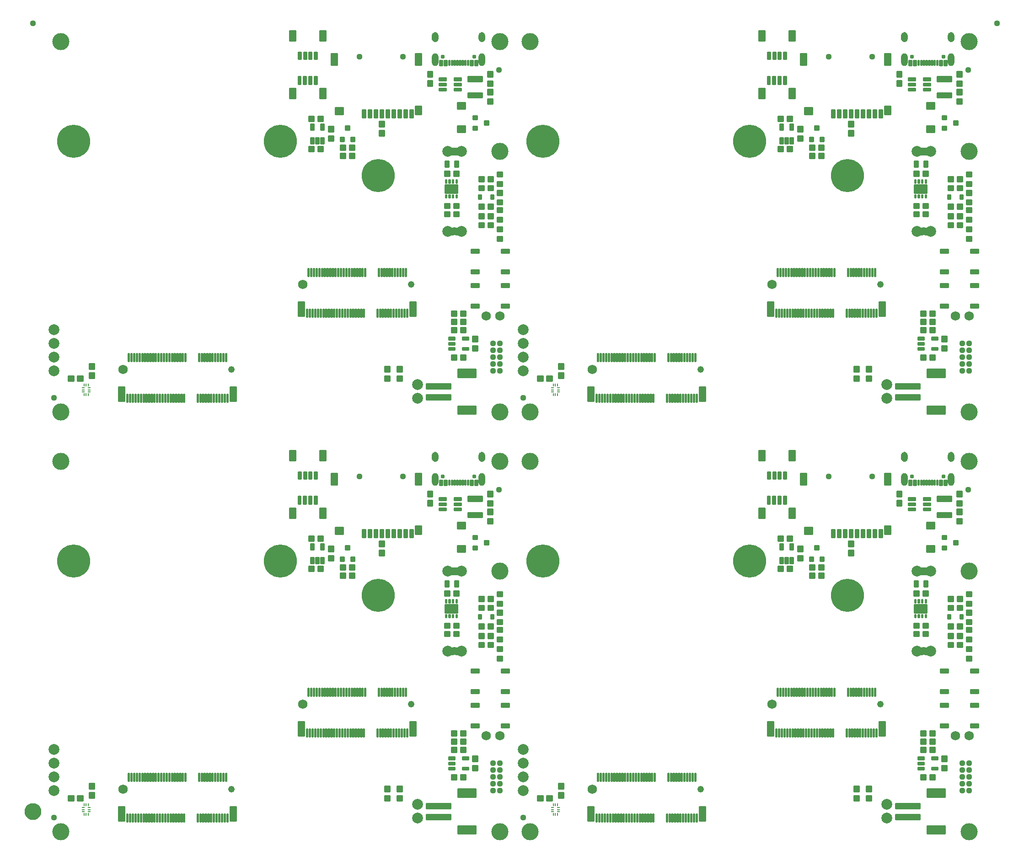
<source format=gts>
G04 EAGLE Gerber RS-274X export*
G75*
%MOMM*%
%FSLAX34Y34*%
%LPD*%
%INSoldermask Top*%
%IPPOS*%
%AMOC8*
5,1,8,0,0,1.08239X$1,22.5*%
G01*
%ADD10C,0.225369*%
%ADD11C,0.225588*%
%ADD12C,6.127000*%
%ADD13C,3.175000*%
%ADD14C,1.227000*%
%ADD15C,1.727000*%
%ADD16C,0.230578*%
%ADD17C,0.225400*%
%ADD18C,0.224509*%
%ADD19C,0.223409*%
%ADD20C,0.428259*%
%ADD21C,0.777000*%
%ADD22C,1.127000*%
%ADD23C,0.222250*%
%ADD24C,0.228600*%
%ADD25C,2.006600*%
%ADD26C,0.227100*%
%ADD27C,0.231750*%
%ADD28C,0.223519*%
%ADD29C,0.231559*%
%ADD30C,0.229050*%
%ADD31R,0.480000X0.280000*%
%ADD32R,0.280000X0.480000*%
%ADD33C,1.270000*%
%ADD34C,1.627000*%

G36*
X719934Y1443944D02*
X719934Y1443944D01*
X719939Y1443949D01*
X719943Y1443945D01*
X721040Y1444232D01*
X721044Y1444238D01*
X721049Y1444235D01*
X722068Y1444730D01*
X722071Y1444736D01*
X722076Y1444735D01*
X722979Y1445419D01*
X722981Y1445426D01*
X722986Y1445426D01*
X723739Y1446273D01*
X723739Y1446280D01*
X723744Y1446281D01*
X724317Y1447258D01*
X724316Y1447261D01*
X724317Y1447262D01*
X724316Y1447263D01*
X724316Y1447265D01*
X724321Y1447267D01*
X724692Y1448338D01*
X724690Y1448343D01*
X724693Y1448345D01*
X724692Y1448346D01*
X724694Y1448347D01*
X724849Y1449469D01*
X724846Y1449474D01*
X724849Y1449476D01*
X724849Y1461476D01*
X724846Y1461481D01*
X724849Y1461484D01*
X724644Y1462751D01*
X724638Y1462757D01*
X724641Y1462762D01*
X724159Y1463951D01*
X724152Y1463955D01*
X724154Y1463961D01*
X723420Y1465014D01*
X723412Y1465016D01*
X723413Y1465022D01*
X722463Y1465885D01*
X722454Y1465886D01*
X722454Y1465891D01*
X721335Y1466521D01*
X721327Y1466520D01*
X721325Y1466526D01*
X720095Y1466891D01*
X720087Y1466888D01*
X720084Y1466893D01*
X718803Y1466975D01*
X718797Y1466975D01*
X717516Y1466893D01*
X717510Y1466887D01*
X717505Y1466891D01*
X716275Y1466526D01*
X716270Y1466519D01*
X716265Y1466521D01*
X715146Y1465891D01*
X715143Y1465884D01*
X715137Y1465885D01*
X714187Y1465022D01*
X714186Y1465014D01*
X714180Y1465014D01*
X713446Y1463961D01*
X713446Y1463953D01*
X713441Y1463951D01*
X712959Y1462762D01*
X712961Y1462756D01*
X712957Y1462753D01*
X712958Y1462752D01*
X712956Y1462751D01*
X712751Y1461484D01*
X712754Y1461479D01*
X712751Y1461476D01*
X712751Y1449476D01*
X712754Y1449472D01*
X712751Y1449469D01*
X712906Y1448347D01*
X712911Y1448342D01*
X712908Y1448338D01*
X713279Y1447267D01*
X713285Y1447263D01*
X713283Y1447258D01*
X713856Y1446281D01*
X713862Y1446278D01*
X713861Y1446273D01*
X714614Y1445426D01*
X714621Y1445424D01*
X714621Y1445419D01*
X715524Y1444735D01*
X715531Y1444735D01*
X715532Y1444730D01*
X716551Y1444235D01*
X716558Y1444237D01*
X716560Y1444232D01*
X717657Y1443945D01*
X717663Y1443948D01*
X717666Y1443944D01*
X718797Y1443877D01*
X718801Y1443879D01*
X718803Y1443877D01*
X719934Y1443944D01*
G37*
G36*
X1588614Y1443944D02*
X1588614Y1443944D01*
X1588619Y1443949D01*
X1588623Y1443945D01*
X1589720Y1444232D01*
X1589724Y1444238D01*
X1589729Y1444235D01*
X1590748Y1444730D01*
X1590751Y1444736D01*
X1590756Y1444735D01*
X1591659Y1445419D01*
X1591661Y1445426D01*
X1591666Y1445426D01*
X1592419Y1446273D01*
X1592419Y1446280D01*
X1592424Y1446281D01*
X1592997Y1447258D01*
X1592996Y1447261D01*
X1592997Y1447262D01*
X1592996Y1447263D01*
X1592996Y1447265D01*
X1593001Y1447267D01*
X1593372Y1448338D01*
X1593370Y1448343D01*
X1593373Y1448345D01*
X1593372Y1448346D01*
X1593374Y1448347D01*
X1593529Y1449469D01*
X1593526Y1449474D01*
X1593529Y1449476D01*
X1593529Y1461476D01*
X1593526Y1461481D01*
X1593529Y1461484D01*
X1593324Y1462751D01*
X1593318Y1462757D01*
X1593321Y1462762D01*
X1592839Y1463951D01*
X1592832Y1463955D01*
X1592834Y1463961D01*
X1592100Y1465014D01*
X1592092Y1465016D01*
X1592093Y1465022D01*
X1591143Y1465885D01*
X1591134Y1465886D01*
X1591134Y1465891D01*
X1590015Y1466521D01*
X1590007Y1466520D01*
X1590005Y1466526D01*
X1588775Y1466891D01*
X1588767Y1466888D01*
X1588764Y1466893D01*
X1587483Y1466975D01*
X1587477Y1466975D01*
X1586196Y1466893D01*
X1586190Y1466887D01*
X1586185Y1466891D01*
X1584955Y1466526D01*
X1584950Y1466519D01*
X1584945Y1466521D01*
X1583826Y1465891D01*
X1583823Y1465884D01*
X1583817Y1465885D01*
X1582867Y1465022D01*
X1582866Y1465014D01*
X1582860Y1465014D01*
X1582126Y1463961D01*
X1582126Y1463953D01*
X1582121Y1463951D01*
X1581639Y1462762D01*
X1581641Y1462756D01*
X1581637Y1462753D01*
X1581638Y1462752D01*
X1581636Y1462751D01*
X1581431Y1461484D01*
X1581434Y1461479D01*
X1581431Y1461476D01*
X1581431Y1449476D01*
X1581434Y1449472D01*
X1581431Y1449469D01*
X1581586Y1448347D01*
X1581591Y1448342D01*
X1581588Y1448338D01*
X1581959Y1447267D01*
X1581965Y1447263D01*
X1581963Y1447258D01*
X1582536Y1446281D01*
X1582542Y1446278D01*
X1582541Y1446273D01*
X1583294Y1445426D01*
X1583301Y1445424D01*
X1583301Y1445419D01*
X1584204Y1444735D01*
X1584211Y1444735D01*
X1584212Y1444730D01*
X1585231Y1444235D01*
X1585238Y1444237D01*
X1585240Y1444232D01*
X1586337Y1443945D01*
X1586343Y1443948D01*
X1586346Y1443944D01*
X1587477Y1443877D01*
X1587481Y1443879D01*
X1587483Y1443877D01*
X1588614Y1443944D01*
G37*
G36*
X1675014Y1443944D02*
X1675014Y1443944D01*
X1675019Y1443949D01*
X1675023Y1443945D01*
X1676120Y1444232D01*
X1676124Y1444238D01*
X1676129Y1444235D01*
X1677148Y1444730D01*
X1677151Y1444736D01*
X1677156Y1444735D01*
X1678059Y1445419D01*
X1678061Y1445426D01*
X1678066Y1445426D01*
X1678819Y1446273D01*
X1678819Y1446280D01*
X1678824Y1446281D01*
X1679397Y1447258D01*
X1679396Y1447261D01*
X1679397Y1447262D01*
X1679396Y1447263D01*
X1679396Y1447265D01*
X1679401Y1447267D01*
X1679772Y1448338D01*
X1679770Y1448343D01*
X1679773Y1448345D01*
X1679772Y1448346D01*
X1679774Y1448347D01*
X1679929Y1449469D01*
X1679926Y1449474D01*
X1679929Y1449476D01*
X1679929Y1461476D01*
X1679926Y1461481D01*
X1679929Y1461484D01*
X1679724Y1462751D01*
X1679718Y1462757D01*
X1679721Y1462762D01*
X1679239Y1463951D01*
X1679232Y1463955D01*
X1679234Y1463961D01*
X1678500Y1465014D01*
X1678492Y1465016D01*
X1678493Y1465022D01*
X1677543Y1465885D01*
X1677534Y1465886D01*
X1677534Y1465891D01*
X1676415Y1466521D01*
X1676407Y1466520D01*
X1676405Y1466526D01*
X1675175Y1466891D01*
X1675167Y1466888D01*
X1675164Y1466893D01*
X1673883Y1466975D01*
X1673877Y1466975D01*
X1672596Y1466893D01*
X1672590Y1466887D01*
X1672585Y1466891D01*
X1671355Y1466526D01*
X1671350Y1466519D01*
X1671345Y1466521D01*
X1670226Y1465891D01*
X1670223Y1465884D01*
X1670217Y1465885D01*
X1669267Y1465022D01*
X1669266Y1465014D01*
X1669260Y1465014D01*
X1668526Y1463961D01*
X1668526Y1463953D01*
X1668521Y1463951D01*
X1668039Y1462762D01*
X1668041Y1462756D01*
X1668037Y1462753D01*
X1668038Y1462752D01*
X1668036Y1462751D01*
X1667831Y1461484D01*
X1667834Y1461479D01*
X1667831Y1461476D01*
X1667831Y1449476D01*
X1667834Y1449472D01*
X1667831Y1449469D01*
X1667986Y1448347D01*
X1667991Y1448342D01*
X1667988Y1448338D01*
X1668359Y1447267D01*
X1668365Y1447263D01*
X1668363Y1447258D01*
X1668936Y1446281D01*
X1668942Y1446278D01*
X1668941Y1446273D01*
X1669694Y1445426D01*
X1669701Y1445424D01*
X1669701Y1445419D01*
X1670604Y1444735D01*
X1670611Y1444735D01*
X1670612Y1444730D01*
X1671631Y1444235D01*
X1671638Y1444237D01*
X1671640Y1444232D01*
X1672737Y1443945D01*
X1672743Y1443948D01*
X1672746Y1443944D01*
X1673877Y1443877D01*
X1673881Y1443879D01*
X1673883Y1443877D01*
X1675014Y1443944D01*
G37*
G36*
X806334Y1443944D02*
X806334Y1443944D01*
X806339Y1443949D01*
X806343Y1443945D01*
X807440Y1444232D01*
X807444Y1444238D01*
X807449Y1444235D01*
X808468Y1444730D01*
X808471Y1444736D01*
X808476Y1444735D01*
X809379Y1445419D01*
X809381Y1445426D01*
X809386Y1445426D01*
X810139Y1446273D01*
X810139Y1446280D01*
X810144Y1446281D01*
X810717Y1447258D01*
X810716Y1447261D01*
X810717Y1447262D01*
X810716Y1447263D01*
X810716Y1447265D01*
X810721Y1447267D01*
X811092Y1448338D01*
X811090Y1448343D01*
X811093Y1448345D01*
X811092Y1448346D01*
X811094Y1448347D01*
X811249Y1449469D01*
X811246Y1449474D01*
X811249Y1449476D01*
X811249Y1461476D01*
X811246Y1461481D01*
X811249Y1461484D01*
X811044Y1462751D01*
X811038Y1462757D01*
X811041Y1462762D01*
X810559Y1463951D01*
X810552Y1463955D01*
X810554Y1463961D01*
X809820Y1465014D01*
X809812Y1465016D01*
X809813Y1465022D01*
X808863Y1465885D01*
X808854Y1465886D01*
X808854Y1465891D01*
X807735Y1466521D01*
X807727Y1466520D01*
X807725Y1466526D01*
X806495Y1466891D01*
X806487Y1466888D01*
X806484Y1466893D01*
X805203Y1466975D01*
X805197Y1466975D01*
X803916Y1466893D01*
X803910Y1466887D01*
X803905Y1466891D01*
X802675Y1466526D01*
X802670Y1466519D01*
X802665Y1466521D01*
X801546Y1465891D01*
X801543Y1465884D01*
X801537Y1465885D01*
X800587Y1465022D01*
X800586Y1465014D01*
X800580Y1465014D01*
X799846Y1463961D01*
X799846Y1463953D01*
X799841Y1463951D01*
X799359Y1462762D01*
X799361Y1462756D01*
X799357Y1462753D01*
X799358Y1462752D01*
X799356Y1462751D01*
X799151Y1461484D01*
X799154Y1461479D01*
X799151Y1461476D01*
X799151Y1449476D01*
X799154Y1449472D01*
X799151Y1449469D01*
X799306Y1448347D01*
X799311Y1448342D01*
X799308Y1448338D01*
X799679Y1447267D01*
X799685Y1447263D01*
X799683Y1447258D01*
X800256Y1446281D01*
X800262Y1446278D01*
X800261Y1446273D01*
X801014Y1445426D01*
X801021Y1445424D01*
X801021Y1445419D01*
X801924Y1444735D01*
X801931Y1444735D01*
X801932Y1444730D01*
X802951Y1444235D01*
X802958Y1444237D01*
X802960Y1444232D01*
X804057Y1443945D01*
X804063Y1443948D01*
X804066Y1443944D01*
X805197Y1443877D01*
X805201Y1443879D01*
X805203Y1443877D01*
X806334Y1443944D01*
G37*
G36*
X1675014Y666704D02*
X1675014Y666704D01*
X1675019Y666709D01*
X1675023Y666705D01*
X1676120Y666992D01*
X1676124Y666998D01*
X1676129Y666995D01*
X1677148Y667490D01*
X1677151Y667496D01*
X1677156Y667495D01*
X1678059Y668179D01*
X1678061Y668186D01*
X1678066Y668186D01*
X1678819Y669033D01*
X1678819Y669040D01*
X1678824Y669041D01*
X1679397Y670018D01*
X1679396Y670021D01*
X1679397Y670022D01*
X1679396Y670023D01*
X1679396Y670025D01*
X1679401Y670027D01*
X1679772Y671098D01*
X1679770Y671103D01*
X1679773Y671105D01*
X1679772Y671106D01*
X1679774Y671107D01*
X1679929Y672229D01*
X1679926Y672234D01*
X1679929Y672236D01*
X1679929Y684236D01*
X1679926Y684241D01*
X1679929Y684244D01*
X1679724Y685511D01*
X1679718Y685517D01*
X1679721Y685522D01*
X1679239Y686711D01*
X1679232Y686715D01*
X1679234Y686721D01*
X1678500Y687774D01*
X1678492Y687776D01*
X1678493Y687782D01*
X1677543Y688645D01*
X1677534Y688646D01*
X1677534Y688651D01*
X1676415Y689281D01*
X1676407Y689280D01*
X1676405Y689286D01*
X1675175Y689651D01*
X1675167Y689648D01*
X1675164Y689653D01*
X1673883Y689735D01*
X1673877Y689735D01*
X1672596Y689653D01*
X1672590Y689647D01*
X1672585Y689651D01*
X1671355Y689286D01*
X1671350Y689279D01*
X1671345Y689281D01*
X1670226Y688651D01*
X1670223Y688644D01*
X1670217Y688645D01*
X1669267Y687782D01*
X1669266Y687774D01*
X1669260Y687774D01*
X1668526Y686721D01*
X1668526Y686713D01*
X1668521Y686711D01*
X1668039Y685522D01*
X1668041Y685516D01*
X1668037Y685513D01*
X1668038Y685512D01*
X1668036Y685511D01*
X1667831Y684244D01*
X1667834Y684239D01*
X1667831Y684236D01*
X1667831Y672236D01*
X1667834Y672232D01*
X1667831Y672229D01*
X1667986Y671107D01*
X1667991Y671102D01*
X1667988Y671098D01*
X1668359Y670027D01*
X1668365Y670023D01*
X1668363Y670018D01*
X1668936Y669041D01*
X1668942Y669038D01*
X1668941Y669033D01*
X1669694Y668186D01*
X1669701Y668184D01*
X1669701Y668179D01*
X1670604Y667495D01*
X1670611Y667495D01*
X1670612Y667490D01*
X1671631Y666995D01*
X1671638Y666997D01*
X1671640Y666992D01*
X1672737Y666705D01*
X1672743Y666708D01*
X1672746Y666704D01*
X1673877Y666637D01*
X1673881Y666639D01*
X1673883Y666637D01*
X1675014Y666704D01*
G37*
G36*
X806334Y666704D02*
X806334Y666704D01*
X806339Y666709D01*
X806343Y666705D01*
X807440Y666992D01*
X807444Y666998D01*
X807449Y666995D01*
X808468Y667490D01*
X808471Y667496D01*
X808476Y667495D01*
X809379Y668179D01*
X809381Y668186D01*
X809386Y668186D01*
X810139Y669033D01*
X810139Y669040D01*
X810144Y669041D01*
X810717Y670018D01*
X810716Y670021D01*
X810717Y670022D01*
X810716Y670023D01*
X810716Y670025D01*
X810721Y670027D01*
X811092Y671098D01*
X811090Y671103D01*
X811093Y671105D01*
X811092Y671106D01*
X811094Y671107D01*
X811249Y672229D01*
X811246Y672234D01*
X811249Y672236D01*
X811249Y684236D01*
X811246Y684241D01*
X811249Y684244D01*
X811044Y685511D01*
X811038Y685517D01*
X811041Y685522D01*
X810559Y686711D01*
X810552Y686715D01*
X810554Y686721D01*
X809820Y687774D01*
X809812Y687776D01*
X809813Y687782D01*
X808863Y688645D01*
X808854Y688646D01*
X808854Y688651D01*
X807735Y689281D01*
X807727Y689280D01*
X807725Y689286D01*
X806495Y689651D01*
X806487Y689648D01*
X806484Y689653D01*
X805203Y689735D01*
X805197Y689735D01*
X803916Y689653D01*
X803910Y689647D01*
X803905Y689651D01*
X802675Y689286D01*
X802670Y689279D01*
X802665Y689281D01*
X801546Y688651D01*
X801543Y688644D01*
X801537Y688645D01*
X800587Y687782D01*
X800586Y687774D01*
X800580Y687774D01*
X799846Y686721D01*
X799846Y686713D01*
X799841Y686711D01*
X799359Y685522D01*
X799361Y685516D01*
X799357Y685513D01*
X799358Y685512D01*
X799356Y685511D01*
X799151Y684244D01*
X799154Y684239D01*
X799151Y684236D01*
X799151Y672236D01*
X799154Y672232D01*
X799151Y672229D01*
X799306Y671107D01*
X799311Y671102D01*
X799308Y671098D01*
X799679Y670027D01*
X799685Y670023D01*
X799683Y670018D01*
X800256Y669041D01*
X800262Y669038D01*
X800261Y669033D01*
X801014Y668186D01*
X801021Y668184D01*
X801021Y668179D01*
X801924Y667495D01*
X801931Y667495D01*
X801932Y667490D01*
X802951Y666995D01*
X802958Y666997D01*
X802960Y666992D01*
X804057Y666705D01*
X804063Y666708D01*
X804066Y666704D01*
X805197Y666637D01*
X805201Y666639D01*
X805203Y666637D01*
X806334Y666704D01*
G37*
G36*
X1588614Y666704D02*
X1588614Y666704D01*
X1588619Y666709D01*
X1588623Y666705D01*
X1589720Y666992D01*
X1589724Y666998D01*
X1589729Y666995D01*
X1590748Y667490D01*
X1590751Y667496D01*
X1590756Y667495D01*
X1591659Y668179D01*
X1591661Y668186D01*
X1591666Y668186D01*
X1592419Y669033D01*
X1592419Y669040D01*
X1592424Y669041D01*
X1592997Y670018D01*
X1592996Y670021D01*
X1592997Y670022D01*
X1592996Y670023D01*
X1592996Y670025D01*
X1593001Y670027D01*
X1593372Y671098D01*
X1593370Y671103D01*
X1593373Y671105D01*
X1593372Y671106D01*
X1593374Y671107D01*
X1593529Y672229D01*
X1593526Y672234D01*
X1593529Y672236D01*
X1593529Y684236D01*
X1593526Y684241D01*
X1593529Y684244D01*
X1593324Y685511D01*
X1593318Y685517D01*
X1593321Y685522D01*
X1592839Y686711D01*
X1592832Y686715D01*
X1592834Y686721D01*
X1592100Y687774D01*
X1592092Y687776D01*
X1592093Y687782D01*
X1591143Y688645D01*
X1591134Y688646D01*
X1591134Y688651D01*
X1590015Y689281D01*
X1590007Y689280D01*
X1590005Y689286D01*
X1588775Y689651D01*
X1588767Y689648D01*
X1588764Y689653D01*
X1587483Y689735D01*
X1587477Y689735D01*
X1586196Y689653D01*
X1586190Y689647D01*
X1586185Y689651D01*
X1584955Y689286D01*
X1584950Y689279D01*
X1584945Y689281D01*
X1583826Y688651D01*
X1583823Y688644D01*
X1583817Y688645D01*
X1582867Y687782D01*
X1582866Y687774D01*
X1582860Y687774D01*
X1582126Y686721D01*
X1582126Y686713D01*
X1582121Y686711D01*
X1581639Y685522D01*
X1581641Y685516D01*
X1581637Y685513D01*
X1581638Y685512D01*
X1581636Y685511D01*
X1581431Y684244D01*
X1581434Y684239D01*
X1581431Y684236D01*
X1581431Y672236D01*
X1581434Y672232D01*
X1581431Y672229D01*
X1581586Y671107D01*
X1581591Y671102D01*
X1581588Y671098D01*
X1581959Y670027D01*
X1581965Y670023D01*
X1581963Y670018D01*
X1582536Y669041D01*
X1582542Y669038D01*
X1582541Y669033D01*
X1583294Y668186D01*
X1583301Y668184D01*
X1583301Y668179D01*
X1584204Y667495D01*
X1584211Y667495D01*
X1584212Y667490D01*
X1585231Y666995D01*
X1585238Y666997D01*
X1585240Y666992D01*
X1586337Y666705D01*
X1586343Y666708D01*
X1586346Y666704D01*
X1587477Y666637D01*
X1587481Y666639D01*
X1587483Y666637D01*
X1588614Y666704D01*
G37*
G36*
X719934Y666704D02*
X719934Y666704D01*
X719939Y666709D01*
X719943Y666705D01*
X721040Y666992D01*
X721044Y666998D01*
X721049Y666995D01*
X722068Y667490D01*
X722071Y667496D01*
X722076Y667495D01*
X722979Y668179D01*
X722981Y668186D01*
X722986Y668186D01*
X723739Y669033D01*
X723739Y669040D01*
X723744Y669041D01*
X724317Y670018D01*
X724316Y670021D01*
X724317Y670022D01*
X724316Y670023D01*
X724316Y670025D01*
X724321Y670027D01*
X724692Y671098D01*
X724690Y671103D01*
X724693Y671105D01*
X724692Y671106D01*
X724694Y671107D01*
X724849Y672229D01*
X724846Y672234D01*
X724849Y672236D01*
X724849Y684236D01*
X724846Y684241D01*
X724849Y684244D01*
X724644Y685511D01*
X724638Y685517D01*
X724641Y685522D01*
X724159Y686711D01*
X724152Y686715D01*
X724154Y686721D01*
X723420Y687774D01*
X723412Y687776D01*
X723413Y687782D01*
X722463Y688645D01*
X722454Y688646D01*
X722454Y688651D01*
X721335Y689281D01*
X721327Y689280D01*
X721325Y689286D01*
X720095Y689651D01*
X720087Y689648D01*
X720084Y689653D01*
X718803Y689735D01*
X718797Y689735D01*
X717516Y689653D01*
X717510Y689647D01*
X717505Y689651D01*
X716275Y689286D01*
X716270Y689279D01*
X716265Y689281D01*
X715146Y688651D01*
X715143Y688644D01*
X715137Y688645D01*
X714187Y687782D01*
X714186Y687774D01*
X714180Y687774D01*
X713446Y686721D01*
X713446Y686713D01*
X713441Y686711D01*
X712959Y685522D01*
X712961Y685516D01*
X712957Y685513D01*
X712958Y685512D01*
X712956Y685511D01*
X712751Y684244D01*
X712754Y684239D01*
X712751Y684236D01*
X712751Y672236D01*
X712754Y672232D01*
X712751Y672229D01*
X712906Y671107D01*
X712911Y671102D01*
X712908Y671098D01*
X713279Y670027D01*
X713285Y670023D01*
X713283Y670018D01*
X713856Y669041D01*
X713862Y669038D01*
X713861Y669033D01*
X714614Y668186D01*
X714621Y668184D01*
X714621Y668179D01*
X715524Y667495D01*
X715531Y667495D01*
X715532Y667490D01*
X716551Y666995D01*
X716558Y666997D01*
X716560Y666992D01*
X717657Y666705D01*
X717663Y666708D01*
X717666Y666704D01*
X718797Y666637D01*
X718801Y666639D01*
X718803Y666637D01*
X719934Y666704D01*
G37*
G36*
X1587482Y1488181D02*
X1587482Y1488181D01*
X1587486Y1488177D01*
X1588826Y1488334D01*
X1588832Y1488339D01*
X1588837Y1488336D01*
X1590108Y1488787D01*
X1590113Y1488794D01*
X1590118Y1488792D01*
X1591257Y1489514D01*
X1591260Y1489522D01*
X1591266Y1489521D01*
X1592216Y1490479D01*
X1592217Y1490487D01*
X1592223Y1490488D01*
X1592936Y1491633D01*
X1592935Y1491642D01*
X1592941Y1491643D01*
X1593381Y1492919D01*
X1593379Y1492926D01*
X1593383Y1492929D01*
X1593529Y1494271D01*
X1593527Y1494274D01*
X1593529Y1494276D01*
X1593529Y1500276D01*
X1593527Y1500280D01*
X1593529Y1500282D01*
X1593374Y1501611D01*
X1593368Y1501617D01*
X1593371Y1501621D01*
X1592924Y1502882D01*
X1592917Y1502887D01*
X1592919Y1502892D01*
X1592202Y1504022D01*
X1592195Y1504025D01*
X1592196Y1504031D01*
X1591246Y1504973D01*
X1591237Y1504974D01*
X1591237Y1504980D01*
X1590101Y1505687D01*
X1590093Y1505686D01*
X1590091Y1505692D01*
X1588826Y1506128D01*
X1588818Y1506126D01*
X1588816Y1506131D01*
X1587485Y1506275D01*
X1587479Y1506271D01*
X1587475Y1506275D01*
X1586309Y1506165D01*
X1586304Y1506160D01*
X1586300Y1506163D01*
X1585177Y1505828D01*
X1585173Y1505822D01*
X1585169Y1505824D01*
X1584133Y1505276D01*
X1584130Y1505270D01*
X1584125Y1505271D01*
X1583217Y1504532D01*
X1583215Y1504525D01*
X1583210Y1504525D01*
X1582463Y1503623D01*
X1582463Y1503616D01*
X1582458Y1503615D01*
X1581901Y1502584D01*
X1581902Y1502577D01*
X1581897Y1502575D01*
X1581553Y1501456D01*
X1581555Y1501449D01*
X1581551Y1501446D01*
X1581431Y1500281D01*
X1581433Y1500278D01*
X1581431Y1500276D01*
X1581431Y1494276D01*
X1581433Y1494273D01*
X1581431Y1494271D01*
X1581542Y1493095D01*
X1581547Y1493090D01*
X1581544Y1493086D01*
X1581882Y1491954D01*
X1581888Y1491950D01*
X1581886Y1491945D01*
X1582438Y1490901D01*
X1582445Y1490898D01*
X1582443Y1490893D01*
X1583189Y1489977D01*
X1583196Y1489976D01*
X1583196Y1489970D01*
X1584106Y1489217D01*
X1584113Y1489217D01*
X1584114Y1489212D01*
X1585153Y1488651D01*
X1585160Y1488652D01*
X1585162Y1488647D01*
X1586291Y1488300D01*
X1586297Y1488302D01*
X1586300Y1488298D01*
X1587475Y1488177D01*
X1587482Y1488181D01*
G37*
G36*
X1673882Y1488181D02*
X1673882Y1488181D01*
X1673886Y1488177D01*
X1675226Y1488334D01*
X1675232Y1488339D01*
X1675237Y1488336D01*
X1676508Y1488787D01*
X1676513Y1488794D01*
X1676518Y1488792D01*
X1677657Y1489514D01*
X1677660Y1489522D01*
X1677666Y1489521D01*
X1678616Y1490479D01*
X1678617Y1490487D01*
X1678623Y1490488D01*
X1679336Y1491633D01*
X1679335Y1491642D01*
X1679341Y1491643D01*
X1679781Y1492919D01*
X1679779Y1492926D01*
X1679783Y1492929D01*
X1679929Y1494271D01*
X1679927Y1494274D01*
X1679929Y1494276D01*
X1679929Y1500276D01*
X1679927Y1500280D01*
X1679929Y1500282D01*
X1679774Y1501611D01*
X1679768Y1501617D01*
X1679771Y1501621D01*
X1679324Y1502882D01*
X1679317Y1502887D01*
X1679319Y1502892D01*
X1678602Y1504022D01*
X1678595Y1504025D01*
X1678596Y1504031D01*
X1677646Y1504973D01*
X1677637Y1504974D01*
X1677637Y1504980D01*
X1676501Y1505687D01*
X1676493Y1505686D01*
X1676491Y1505692D01*
X1675226Y1506128D01*
X1675218Y1506126D01*
X1675216Y1506131D01*
X1673885Y1506275D01*
X1673879Y1506271D01*
X1673875Y1506275D01*
X1672709Y1506165D01*
X1672704Y1506160D01*
X1672700Y1506163D01*
X1671577Y1505828D01*
X1671573Y1505822D01*
X1671569Y1505824D01*
X1670533Y1505276D01*
X1670530Y1505270D01*
X1670525Y1505271D01*
X1669617Y1504532D01*
X1669615Y1504525D01*
X1669610Y1504525D01*
X1668863Y1503623D01*
X1668863Y1503616D01*
X1668858Y1503615D01*
X1668301Y1502584D01*
X1668302Y1502577D01*
X1668297Y1502575D01*
X1667953Y1501456D01*
X1667955Y1501449D01*
X1667951Y1501446D01*
X1667831Y1500281D01*
X1667833Y1500278D01*
X1667831Y1500276D01*
X1667831Y1494276D01*
X1667833Y1494273D01*
X1667831Y1494271D01*
X1667942Y1493095D01*
X1667947Y1493090D01*
X1667944Y1493086D01*
X1668282Y1491954D01*
X1668288Y1491950D01*
X1668286Y1491945D01*
X1668838Y1490901D01*
X1668845Y1490898D01*
X1668843Y1490893D01*
X1669589Y1489977D01*
X1669596Y1489976D01*
X1669596Y1489970D01*
X1670506Y1489217D01*
X1670513Y1489217D01*
X1670514Y1489212D01*
X1671553Y1488651D01*
X1671560Y1488652D01*
X1671562Y1488647D01*
X1672691Y1488300D01*
X1672697Y1488302D01*
X1672700Y1488298D01*
X1673875Y1488177D01*
X1673882Y1488181D01*
G37*
G36*
X718802Y1488181D02*
X718802Y1488181D01*
X718806Y1488177D01*
X720146Y1488334D01*
X720152Y1488339D01*
X720157Y1488336D01*
X721428Y1488787D01*
X721433Y1488794D01*
X721438Y1488792D01*
X722577Y1489514D01*
X722580Y1489522D01*
X722586Y1489521D01*
X723536Y1490479D01*
X723537Y1490487D01*
X723543Y1490488D01*
X724256Y1491633D01*
X724255Y1491642D01*
X724261Y1491643D01*
X724701Y1492919D01*
X724699Y1492926D01*
X724703Y1492929D01*
X724849Y1494271D01*
X724847Y1494274D01*
X724849Y1494276D01*
X724849Y1500276D01*
X724847Y1500280D01*
X724849Y1500282D01*
X724694Y1501611D01*
X724688Y1501617D01*
X724691Y1501621D01*
X724244Y1502882D01*
X724237Y1502887D01*
X724239Y1502892D01*
X723522Y1504022D01*
X723515Y1504025D01*
X723516Y1504031D01*
X722566Y1504973D01*
X722557Y1504974D01*
X722557Y1504980D01*
X721421Y1505687D01*
X721413Y1505686D01*
X721411Y1505692D01*
X720146Y1506128D01*
X720138Y1506126D01*
X720136Y1506131D01*
X718805Y1506275D01*
X718799Y1506271D01*
X718795Y1506275D01*
X717629Y1506165D01*
X717624Y1506160D01*
X717620Y1506163D01*
X716497Y1505828D01*
X716493Y1505822D01*
X716489Y1505824D01*
X715453Y1505276D01*
X715450Y1505270D01*
X715445Y1505271D01*
X714537Y1504532D01*
X714535Y1504525D01*
X714530Y1504525D01*
X713783Y1503623D01*
X713783Y1503616D01*
X713778Y1503615D01*
X713221Y1502584D01*
X713222Y1502577D01*
X713217Y1502575D01*
X712873Y1501456D01*
X712875Y1501449D01*
X712871Y1501446D01*
X712751Y1500281D01*
X712753Y1500278D01*
X712751Y1500276D01*
X712751Y1494276D01*
X712753Y1494273D01*
X712751Y1494271D01*
X712862Y1493095D01*
X712867Y1493090D01*
X712864Y1493086D01*
X713202Y1491954D01*
X713208Y1491950D01*
X713206Y1491945D01*
X713758Y1490901D01*
X713765Y1490898D01*
X713763Y1490893D01*
X714509Y1489977D01*
X714516Y1489976D01*
X714516Y1489970D01*
X715426Y1489217D01*
X715433Y1489217D01*
X715434Y1489212D01*
X716473Y1488651D01*
X716480Y1488652D01*
X716482Y1488647D01*
X717611Y1488300D01*
X717617Y1488302D01*
X717620Y1488298D01*
X718795Y1488177D01*
X718802Y1488181D01*
G37*
G36*
X805202Y1488181D02*
X805202Y1488181D01*
X805206Y1488177D01*
X806546Y1488334D01*
X806552Y1488339D01*
X806557Y1488336D01*
X807828Y1488787D01*
X807833Y1488794D01*
X807838Y1488792D01*
X808977Y1489514D01*
X808980Y1489522D01*
X808986Y1489521D01*
X809936Y1490479D01*
X809937Y1490487D01*
X809943Y1490488D01*
X810656Y1491633D01*
X810655Y1491642D01*
X810661Y1491643D01*
X811101Y1492919D01*
X811099Y1492926D01*
X811103Y1492929D01*
X811249Y1494271D01*
X811247Y1494274D01*
X811249Y1494276D01*
X811249Y1500276D01*
X811247Y1500280D01*
X811249Y1500282D01*
X811094Y1501611D01*
X811088Y1501617D01*
X811091Y1501621D01*
X810644Y1502882D01*
X810637Y1502887D01*
X810639Y1502892D01*
X809922Y1504022D01*
X809915Y1504025D01*
X809916Y1504031D01*
X808966Y1504973D01*
X808957Y1504974D01*
X808957Y1504980D01*
X807821Y1505687D01*
X807813Y1505686D01*
X807811Y1505692D01*
X806546Y1506128D01*
X806538Y1506126D01*
X806536Y1506131D01*
X805205Y1506275D01*
X805199Y1506271D01*
X805195Y1506275D01*
X804029Y1506165D01*
X804024Y1506160D01*
X804020Y1506163D01*
X802897Y1505828D01*
X802893Y1505822D01*
X802889Y1505824D01*
X801853Y1505276D01*
X801850Y1505270D01*
X801845Y1505271D01*
X800937Y1504532D01*
X800935Y1504525D01*
X800930Y1504525D01*
X800183Y1503623D01*
X800183Y1503616D01*
X800178Y1503615D01*
X799621Y1502584D01*
X799622Y1502577D01*
X799617Y1502575D01*
X799273Y1501456D01*
X799275Y1501449D01*
X799271Y1501446D01*
X799151Y1500281D01*
X799153Y1500278D01*
X799151Y1500276D01*
X799151Y1494276D01*
X799153Y1494273D01*
X799151Y1494271D01*
X799262Y1493095D01*
X799267Y1493090D01*
X799264Y1493086D01*
X799602Y1491954D01*
X799608Y1491950D01*
X799606Y1491945D01*
X800158Y1490901D01*
X800165Y1490898D01*
X800163Y1490893D01*
X800909Y1489977D01*
X800916Y1489976D01*
X800916Y1489970D01*
X801826Y1489217D01*
X801833Y1489217D01*
X801834Y1489212D01*
X802873Y1488651D01*
X802880Y1488652D01*
X802882Y1488647D01*
X804011Y1488300D01*
X804017Y1488302D01*
X804020Y1488298D01*
X805195Y1488177D01*
X805202Y1488181D01*
G37*
G36*
X1673882Y710941D02*
X1673882Y710941D01*
X1673886Y710937D01*
X1675226Y711094D01*
X1675232Y711099D01*
X1675237Y711096D01*
X1676508Y711547D01*
X1676513Y711554D01*
X1676518Y711552D01*
X1677657Y712274D01*
X1677660Y712282D01*
X1677666Y712281D01*
X1678616Y713239D01*
X1678617Y713247D01*
X1678623Y713248D01*
X1679336Y714393D01*
X1679335Y714402D01*
X1679341Y714403D01*
X1679781Y715679D01*
X1679779Y715686D01*
X1679783Y715689D01*
X1679929Y717031D01*
X1679927Y717034D01*
X1679929Y717036D01*
X1679929Y723036D01*
X1679927Y723040D01*
X1679929Y723042D01*
X1679774Y724371D01*
X1679768Y724377D01*
X1679771Y724381D01*
X1679324Y725642D01*
X1679317Y725647D01*
X1679319Y725652D01*
X1678602Y726782D01*
X1678595Y726785D01*
X1678596Y726791D01*
X1677646Y727733D01*
X1677637Y727734D01*
X1677637Y727740D01*
X1676501Y728447D01*
X1676493Y728446D01*
X1676491Y728452D01*
X1675226Y728888D01*
X1675218Y728886D01*
X1675216Y728891D01*
X1673885Y729035D01*
X1673879Y729031D01*
X1673875Y729035D01*
X1672709Y728925D01*
X1672704Y728920D01*
X1672700Y728923D01*
X1671577Y728588D01*
X1671573Y728582D01*
X1671569Y728584D01*
X1670533Y728036D01*
X1670530Y728030D01*
X1670525Y728031D01*
X1669617Y727292D01*
X1669615Y727285D01*
X1669610Y727285D01*
X1668863Y726383D01*
X1668863Y726376D01*
X1668858Y726375D01*
X1668301Y725344D01*
X1668302Y725337D01*
X1668297Y725335D01*
X1667953Y724216D01*
X1667955Y724209D01*
X1667951Y724206D01*
X1667831Y723041D01*
X1667833Y723038D01*
X1667831Y723036D01*
X1667831Y717036D01*
X1667833Y717033D01*
X1667831Y717031D01*
X1667942Y715855D01*
X1667947Y715850D01*
X1667944Y715846D01*
X1668282Y714714D01*
X1668288Y714710D01*
X1668286Y714705D01*
X1668838Y713661D01*
X1668845Y713658D01*
X1668843Y713653D01*
X1669589Y712737D01*
X1669596Y712736D01*
X1669596Y712730D01*
X1670506Y711977D01*
X1670513Y711977D01*
X1670514Y711972D01*
X1671553Y711411D01*
X1671560Y711412D01*
X1671562Y711407D01*
X1672691Y711060D01*
X1672697Y711062D01*
X1672700Y711058D01*
X1673875Y710937D01*
X1673882Y710941D01*
G37*
G36*
X718802Y710941D02*
X718802Y710941D01*
X718806Y710937D01*
X720146Y711094D01*
X720152Y711099D01*
X720157Y711096D01*
X721428Y711547D01*
X721433Y711554D01*
X721438Y711552D01*
X722577Y712274D01*
X722580Y712282D01*
X722586Y712281D01*
X723536Y713239D01*
X723537Y713247D01*
X723543Y713248D01*
X724256Y714393D01*
X724255Y714402D01*
X724261Y714403D01*
X724701Y715679D01*
X724699Y715686D01*
X724703Y715689D01*
X724849Y717031D01*
X724847Y717034D01*
X724849Y717036D01*
X724849Y723036D01*
X724847Y723040D01*
X724849Y723042D01*
X724694Y724371D01*
X724688Y724377D01*
X724691Y724381D01*
X724244Y725642D01*
X724237Y725647D01*
X724239Y725652D01*
X723522Y726782D01*
X723515Y726785D01*
X723516Y726791D01*
X722566Y727733D01*
X722557Y727734D01*
X722557Y727740D01*
X721421Y728447D01*
X721413Y728446D01*
X721411Y728452D01*
X720146Y728888D01*
X720138Y728886D01*
X720136Y728891D01*
X718805Y729035D01*
X718799Y729031D01*
X718795Y729035D01*
X717629Y728925D01*
X717624Y728920D01*
X717620Y728923D01*
X716497Y728588D01*
X716493Y728582D01*
X716489Y728584D01*
X715453Y728036D01*
X715450Y728030D01*
X715445Y728031D01*
X714537Y727292D01*
X714535Y727285D01*
X714530Y727285D01*
X713783Y726383D01*
X713783Y726376D01*
X713778Y726375D01*
X713221Y725344D01*
X713222Y725337D01*
X713217Y725335D01*
X712873Y724216D01*
X712875Y724209D01*
X712871Y724206D01*
X712751Y723041D01*
X712753Y723038D01*
X712751Y723036D01*
X712751Y717036D01*
X712753Y717033D01*
X712751Y717031D01*
X712862Y715855D01*
X712867Y715850D01*
X712864Y715846D01*
X713202Y714714D01*
X713208Y714710D01*
X713206Y714705D01*
X713758Y713661D01*
X713765Y713658D01*
X713763Y713653D01*
X714509Y712737D01*
X714516Y712736D01*
X714516Y712730D01*
X715426Y711977D01*
X715433Y711977D01*
X715434Y711972D01*
X716473Y711411D01*
X716480Y711412D01*
X716482Y711407D01*
X717611Y711060D01*
X717617Y711062D01*
X717620Y711058D01*
X718795Y710937D01*
X718802Y710941D01*
G37*
G36*
X1587482Y710941D02*
X1587482Y710941D01*
X1587486Y710937D01*
X1588826Y711094D01*
X1588832Y711099D01*
X1588837Y711096D01*
X1590108Y711547D01*
X1590113Y711554D01*
X1590118Y711552D01*
X1591257Y712274D01*
X1591260Y712282D01*
X1591266Y712281D01*
X1592216Y713239D01*
X1592217Y713247D01*
X1592223Y713248D01*
X1592936Y714393D01*
X1592935Y714402D01*
X1592941Y714403D01*
X1593381Y715679D01*
X1593379Y715686D01*
X1593383Y715689D01*
X1593529Y717031D01*
X1593527Y717034D01*
X1593529Y717036D01*
X1593529Y723036D01*
X1593527Y723040D01*
X1593529Y723042D01*
X1593374Y724371D01*
X1593368Y724377D01*
X1593371Y724381D01*
X1592924Y725642D01*
X1592917Y725647D01*
X1592919Y725652D01*
X1592202Y726782D01*
X1592195Y726785D01*
X1592196Y726791D01*
X1591246Y727733D01*
X1591237Y727734D01*
X1591237Y727740D01*
X1590101Y728447D01*
X1590093Y728446D01*
X1590091Y728452D01*
X1588826Y728888D01*
X1588818Y728886D01*
X1588816Y728891D01*
X1587485Y729035D01*
X1587479Y729031D01*
X1587475Y729035D01*
X1586309Y728925D01*
X1586304Y728920D01*
X1586300Y728923D01*
X1585177Y728588D01*
X1585173Y728582D01*
X1585169Y728584D01*
X1584133Y728036D01*
X1584130Y728030D01*
X1584125Y728031D01*
X1583217Y727292D01*
X1583215Y727285D01*
X1583210Y727285D01*
X1582463Y726383D01*
X1582463Y726376D01*
X1582458Y726375D01*
X1581901Y725344D01*
X1581902Y725337D01*
X1581897Y725335D01*
X1581553Y724216D01*
X1581555Y724209D01*
X1581551Y724206D01*
X1581431Y723041D01*
X1581433Y723038D01*
X1581431Y723036D01*
X1581431Y717036D01*
X1581433Y717033D01*
X1581431Y717031D01*
X1581542Y715855D01*
X1581547Y715850D01*
X1581544Y715846D01*
X1581882Y714714D01*
X1581888Y714710D01*
X1581886Y714705D01*
X1582438Y713661D01*
X1582445Y713658D01*
X1582443Y713653D01*
X1583189Y712737D01*
X1583196Y712736D01*
X1583196Y712730D01*
X1584106Y711977D01*
X1584113Y711977D01*
X1584114Y711972D01*
X1585153Y711411D01*
X1585160Y711412D01*
X1585162Y711407D01*
X1586291Y711060D01*
X1586297Y711062D01*
X1586300Y711058D01*
X1587475Y710937D01*
X1587482Y710941D01*
G37*
G36*
X805202Y710941D02*
X805202Y710941D01*
X805206Y710937D01*
X806546Y711094D01*
X806552Y711099D01*
X806557Y711096D01*
X807828Y711547D01*
X807833Y711554D01*
X807838Y711552D01*
X808977Y712274D01*
X808980Y712282D01*
X808986Y712281D01*
X809936Y713239D01*
X809937Y713247D01*
X809943Y713248D01*
X810656Y714393D01*
X810655Y714402D01*
X810661Y714403D01*
X811101Y715679D01*
X811099Y715686D01*
X811103Y715689D01*
X811249Y717031D01*
X811247Y717034D01*
X811249Y717036D01*
X811249Y723036D01*
X811247Y723040D01*
X811249Y723042D01*
X811094Y724371D01*
X811088Y724377D01*
X811091Y724381D01*
X810644Y725642D01*
X810637Y725647D01*
X810639Y725652D01*
X809922Y726782D01*
X809915Y726785D01*
X809916Y726791D01*
X808966Y727733D01*
X808957Y727734D01*
X808957Y727740D01*
X807821Y728447D01*
X807813Y728446D01*
X807811Y728452D01*
X806546Y728888D01*
X806538Y728886D01*
X806536Y728891D01*
X805205Y729035D01*
X805199Y729031D01*
X805195Y729035D01*
X804029Y728925D01*
X804024Y728920D01*
X804020Y728923D01*
X802897Y728588D01*
X802893Y728582D01*
X802889Y728584D01*
X801853Y728036D01*
X801850Y728030D01*
X801845Y728031D01*
X800937Y727292D01*
X800935Y727285D01*
X800930Y727285D01*
X800183Y726383D01*
X800183Y726376D01*
X800178Y726375D01*
X799621Y725344D01*
X799622Y725337D01*
X799617Y725335D01*
X799273Y724216D01*
X799275Y724209D01*
X799271Y724206D01*
X799151Y723041D01*
X799153Y723038D01*
X799151Y723036D01*
X799151Y717036D01*
X799153Y717033D01*
X799151Y717031D01*
X799262Y715855D01*
X799267Y715850D01*
X799264Y715846D01*
X799602Y714714D01*
X799608Y714710D01*
X799606Y714705D01*
X800158Y713661D01*
X800165Y713658D01*
X800163Y713653D01*
X800909Y712737D01*
X800916Y712736D01*
X800916Y712730D01*
X801826Y711977D01*
X801833Y711977D01*
X801834Y711972D01*
X802873Y711411D01*
X802880Y711412D01*
X802882Y711407D01*
X804011Y711060D01*
X804017Y711062D01*
X804020Y711058D01*
X805195Y710937D01*
X805202Y710941D01*
G37*
G36*
X756350Y1278013D02*
X756350Y1278013D01*
X756416Y1278015D01*
X756459Y1278033D01*
X756506Y1278041D01*
X756563Y1278075D01*
X756623Y1278100D01*
X756658Y1278131D01*
X756699Y1278156D01*
X756741Y1278207D01*
X756789Y1278251D01*
X756811Y1278293D01*
X756840Y1278330D01*
X756861Y1278392D01*
X756892Y1278451D01*
X756900Y1278505D01*
X756912Y1278542D01*
X756911Y1278582D01*
X756919Y1278636D01*
X756919Y1291844D01*
X756908Y1291909D01*
X756906Y1291975D01*
X756888Y1292018D01*
X756880Y1292065D01*
X756846Y1292122D01*
X756821Y1292182D01*
X756790Y1292217D01*
X756765Y1292258D01*
X756714Y1292300D01*
X756670Y1292348D01*
X756628Y1292370D01*
X756591Y1292399D01*
X756529Y1292420D01*
X756470Y1292451D01*
X756416Y1292459D01*
X756379Y1292471D01*
X756339Y1292470D01*
X756285Y1292478D01*
X752475Y1292478D01*
X752410Y1292467D01*
X752344Y1292465D01*
X752301Y1292447D01*
X752254Y1292439D01*
X752197Y1292405D01*
X752137Y1292380D01*
X752102Y1292349D01*
X752061Y1292324D01*
X752020Y1292273D01*
X751971Y1292229D01*
X751949Y1292187D01*
X751920Y1292150D01*
X751899Y1292088D01*
X751868Y1292029D01*
X751860Y1291975D01*
X751848Y1291938D01*
X751849Y1291898D01*
X751841Y1291844D01*
X751841Y1278636D01*
X751852Y1278571D01*
X751854Y1278505D01*
X751872Y1278462D01*
X751880Y1278415D01*
X751914Y1278358D01*
X751939Y1278298D01*
X751970Y1278263D01*
X751995Y1278222D01*
X752046Y1278181D01*
X752090Y1278132D01*
X752132Y1278110D01*
X752169Y1278081D01*
X752231Y1278060D01*
X752290Y1278029D01*
X752344Y1278021D01*
X752381Y1278009D01*
X752421Y1278010D01*
X752475Y1278002D01*
X756285Y1278002D01*
X756350Y1278013D01*
G37*
G36*
X1625030Y1278013D02*
X1625030Y1278013D01*
X1625096Y1278015D01*
X1625139Y1278033D01*
X1625186Y1278041D01*
X1625243Y1278075D01*
X1625303Y1278100D01*
X1625338Y1278131D01*
X1625379Y1278156D01*
X1625421Y1278207D01*
X1625469Y1278251D01*
X1625491Y1278293D01*
X1625520Y1278330D01*
X1625541Y1278392D01*
X1625572Y1278451D01*
X1625580Y1278505D01*
X1625592Y1278542D01*
X1625591Y1278582D01*
X1625599Y1278636D01*
X1625599Y1291844D01*
X1625588Y1291909D01*
X1625586Y1291975D01*
X1625568Y1292018D01*
X1625560Y1292065D01*
X1625526Y1292122D01*
X1625501Y1292182D01*
X1625470Y1292217D01*
X1625445Y1292258D01*
X1625394Y1292300D01*
X1625350Y1292348D01*
X1625308Y1292370D01*
X1625271Y1292399D01*
X1625209Y1292420D01*
X1625150Y1292451D01*
X1625096Y1292459D01*
X1625059Y1292471D01*
X1625019Y1292470D01*
X1624965Y1292478D01*
X1621155Y1292478D01*
X1621090Y1292467D01*
X1621024Y1292465D01*
X1620981Y1292447D01*
X1620934Y1292439D01*
X1620877Y1292405D01*
X1620817Y1292380D01*
X1620782Y1292349D01*
X1620741Y1292324D01*
X1620700Y1292273D01*
X1620651Y1292229D01*
X1620629Y1292187D01*
X1620600Y1292150D01*
X1620579Y1292088D01*
X1620548Y1292029D01*
X1620540Y1291975D01*
X1620528Y1291938D01*
X1620529Y1291898D01*
X1620521Y1291844D01*
X1620521Y1278636D01*
X1620532Y1278571D01*
X1620534Y1278505D01*
X1620552Y1278462D01*
X1620560Y1278415D01*
X1620594Y1278358D01*
X1620619Y1278298D01*
X1620650Y1278263D01*
X1620675Y1278222D01*
X1620726Y1278181D01*
X1620770Y1278132D01*
X1620812Y1278110D01*
X1620849Y1278081D01*
X1620911Y1278060D01*
X1620970Y1278029D01*
X1621024Y1278021D01*
X1621061Y1278009D01*
X1621101Y1278010D01*
X1621155Y1278002D01*
X1624965Y1278002D01*
X1625030Y1278013D01*
G37*
G36*
X1625030Y1130439D02*
X1625030Y1130439D01*
X1625096Y1130441D01*
X1625139Y1130459D01*
X1625186Y1130467D01*
X1625243Y1130501D01*
X1625303Y1130526D01*
X1625338Y1130557D01*
X1625379Y1130582D01*
X1625421Y1130633D01*
X1625469Y1130677D01*
X1625491Y1130719D01*
X1625520Y1130756D01*
X1625541Y1130818D01*
X1625572Y1130877D01*
X1625580Y1130931D01*
X1625592Y1130968D01*
X1625591Y1131008D01*
X1625599Y1131062D01*
X1625599Y1144270D01*
X1625588Y1144335D01*
X1625586Y1144401D01*
X1625568Y1144444D01*
X1625560Y1144491D01*
X1625526Y1144548D01*
X1625501Y1144608D01*
X1625470Y1144643D01*
X1625445Y1144684D01*
X1625394Y1144726D01*
X1625350Y1144774D01*
X1625308Y1144796D01*
X1625271Y1144825D01*
X1625209Y1144846D01*
X1625150Y1144877D01*
X1625096Y1144885D01*
X1625059Y1144897D01*
X1625019Y1144896D01*
X1624965Y1144904D01*
X1621155Y1144904D01*
X1621090Y1144893D01*
X1621024Y1144891D01*
X1620981Y1144873D01*
X1620934Y1144865D01*
X1620877Y1144831D01*
X1620817Y1144806D01*
X1620782Y1144775D01*
X1620741Y1144750D01*
X1620700Y1144699D01*
X1620651Y1144655D01*
X1620629Y1144613D01*
X1620600Y1144576D01*
X1620579Y1144514D01*
X1620548Y1144455D01*
X1620540Y1144401D01*
X1620528Y1144364D01*
X1620529Y1144324D01*
X1620521Y1144270D01*
X1620521Y1131062D01*
X1620532Y1130997D01*
X1620534Y1130931D01*
X1620552Y1130888D01*
X1620560Y1130841D01*
X1620594Y1130784D01*
X1620619Y1130724D01*
X1620650Y1130689D01*
X1620675Y1130648D01*
X1620726Y1130607D01*
X1620770Y1130558D01*
X1620812Y1130536D01*
X1620849Y1130507D01*
X1620911Y1130486D01*
X1620970Y1130455D01*
X1621024Y1130447D01*
X1621061Y1130435D01*
X1621101Y1130436D01*
X1621155Y1130428D01*
X1624965Y1130428D01*
X1625030Y1130439D01*
G37*
G36*
X756350Y1130439D02*
X756350Y1130439D01*
X756416Y1130441D01*
X756459Y1130459D01*
X756506Y1130467D01*
X756563Y1130501D01*
X756623Y1130526D01*
X756658Y1130557D01*
X756699Y1130582D01*
X756741Y1130633D01*
X756789Y1130677D01*
X756811Y1130719D01*
X756840Y1130756D01*
X756861Y1130818D01*
X756892Y1130877D01*
X756900Y1130931D01*
X756912Y1130968D01*
X756911Y1131008D01*
X756919Y1131062D01*
X756919Y1144270D01*
X756908Y1144335D01*
X756906Y1144401D01*
X756888Y1144444D01*
X756880Y1144491D01*
X756846Y1144548D01*
X756821Y1144608D01*
X756790Y1144643D01*
X756765Y1144684D01*
X756714Y1144726D01*
X756670Y1144774D01*
X756628Y1144796D01*
X756591Y1144825D01*
X756529Y1144846D01*
X756470Y1144877D01*
X756416Y1144885D01*
X756379Y1144897D01*
X756339Y1144896D01*
X756285Y1144904D01*
X752475Y1144904D01*
X752410Y1144893D01*
X752344Y1144891D01*
X752301Y1144873D01*
X752254Y1144865D01*
X752197Y1144831D01*
X752137Y1144806D01*
X752102Y1144775D01*
X752061Y1144750D01*
X752020Y1144699D01*
X751971Y1144655D01*
X751949Y1144613D01*
X751920Y1144576D01*
X751899Y1144514D01*
X751868Y1144455D01*
X751860Y1144401D01*
X751848Y1144364D01*
X751849Y1144324D01*
X751841Y1144270D01*
X751841Y1131062D01*
X751852Y1130997D01*
X751854Y1130931D01*
X751872Y1130888D01*
X751880Y1130841D01*
X751914Y1130784D01*
X751939Y1130724D01*
X751970Y1130689D01*
X751995Y1130648D01*
X752046Y1130607D01*
X752090Y1130558D01*
X752132Y1130536D01*
X752169Y1130507D01*
X752231Y1130486D01*
X752290Y1130455D01*
X752344Y1130447D01*
X752381Y1130435D01*
X752421Y1130436D01*
X752475Y1130428D01*
X756285Y1130428D01*
X756350Y1130439D01*
G37*
G36*
X756350Y500773D02*
X756350Y500773D01*
X756416Y500775D01*
X756459Y500793D01*
X756506Y500801D01*
X756563Y500835D01*
X756623Y500860D01*
X756658Y500891D01*
X756699Y500916D01*
X756741Y500967D01*
X756789Y501011D01*
X756811Y501053D01*
X756840Y501090D01*
X756861Y501152D01*
X756892Y501211D01*
X756900Y501265D01*
X756912Y501302D01*
X756911Y501342D01*
X756919Y501396D01*
X756919Y514604D01*
X756908Y514669D01*
X756906Y514735D01*
X756888Y514778D01*
X756880Y514825D01*
X756846Y514882D01*
X756821Y514942D01*
X756790Y514977D01*
X756765Y515018D01*
X756714Y515060D01*
X756670Y515108D01*
X756628Y515130D01*
X756591Y515159D01*
X756529Y515180D01*
X756470Y515211D01*
X756416Y515219D01*
X756379Y515231D01*
X756339Y515230D01*
X756285Y515238D01*
X752475Y515238D01*
X752410Y515227D01*
X752344Y515225D01*
X752301Y515207D01*
X752254Y515199D01*
X752197Y515165D01*
X752137Y515140D01*
X752102Y515109D01*
X752061Y515084D01*
X752020Y515033D01*
X751971Y514989D01*
X751949Y514947D01*
X751920Y514910D01*
X751899Y514848D01*
X751868Y514789D01*
X751860Y514735D01*
X751848Y514698D01*
X751849Y514658D01*
X751841Y514604D01*
X751841Y501396D01*
X751852Y501331D01*
X751854Y501265D01*
X751872Y501222D01*
X751880Y501175D01*
X751914Y501118D01*
X751939Y501058D01*
X751970Y501023D01*
X751995Y500982D01*
X752046Y500941D01*
X752090Y500892D01*
X752132Y500870D01*
X752169Y500841D01*
X752231Y500820D01*
X752290Y500789D01*
X752344Y500781D01*
X752381Y500769D01*
X752421Y500770D01*
X752475Y500762D01*
X756285Y500762D01*
X756350Y500773D01*
G37*
G36*
X1625030Y500773D02*
X1625030Y500773D01*
X1625096Y500775D01*
X1625139Y500793D01*
X1625186Y500801D01*
X1625243Y500835D01*
X1625303Y500860D01*
X1625338Y500891D01*
X1625379Y500916D01*
X1625421Y500967D01*
X1625469Y501011D01*
X1625491Y501053D01*
X1625520Y501090D01*
X1625541Y501152D01*
X1625572Y501211D01*
X1625580Y501265D01*
X1625592Y501302D01*
X1625591Y501342D01*
X1625599Y501396D01*
X1625599Y514604D01*
X1625588Y514669D01*
X1625586Y514735D01*
X1625568Y514778D01*
X1625560Y514825D01*
X1625526Y514882D01*
X1625501Y514942D01*
X1625470Y514977D01*
X1625445Y515018D01*
X1625394Y515060D01*
X1625350Y515108D01*
X1625308Y515130D01*
X1625271Y515159D01*
X1625209Y515180D01*
X1625150Y515211D01*
X1625096Y515219D01*
X1625059Y515231D01*
X1625019Y515230D01*
X1624965Y515238D01*
X1621155Y515238D01*
X1621090Y515227D01*
X1621024Y515225D01*
X1620981Y515207D01*
X1620934Y515199D01*
X1620877Y515165D01*
X1620817Y515140D01*
X1620782Y515109D01*
X1620741Y515084D01*
X1620700Y515033D01*
X1620651Y514989D01*
X1620629Y514947D01*
X1620600Y514910D01*
X1620579Y514848D01*
X1620548Y514789D01*
X1620540Y514735D01*
X1620528Y514698D01*
X1620529Y514658D01*
X1620521Y514604D01*
X1620521Y501396D01*
X1620532Y501331D01*
X1620534Y501265D01*
X1620552Y501222D01*
X1620560Y501175D01*
X1620594Y501118D01*
X1620619Y501058D01*
X1620650Y501023D01*
X1620675Y500982D01*
X1620726Y500941D01*
X1620770Y500892D01*
X1620812Y500870D01*
X1620849Y500841D01*
X1620911Y500820D01*
X1620970Y500789D01*
X1621024Y500781D01*
X1621061Y500769D01*
X1621101Y500770D01*
X1621155Y500762D01*
X1624965Y500762D01*
X1625030Y500773D01*
G37*
G36*
X756350Y353199D02*
X756350Y353199D01*
X756416Y353201D01*
X756459Y353219D01*
X756506Y353227D01*
X756563Y353261D01*
X756623Y353286D01*
X756658Y353317D01*
X756699Y353342D01*
X756741Y353393D01*
X756789Y353437D01*
X756811Y353479D01*
X756840Y353516D01*
X756861Y353578D01*
X756892Y353637D01*
X756900Y353691D01*
X756912Y353728D01*
X756911Y353768D01*
X756919Y353822D01*
X756919Y367030D01*
X756908Y367095D01*
X756906Y367161D01*
X756888Y367204D01*
X756880Y367251D01*
X756846Y367308D01*
X756821Y367368D01*
X756790Y367403D01*
X756765Y367444D01*
X756714Y367486D01*
X756670Y367534D01*
X756628Y367556D01*
X756591Y367585D01*
X756529Y367606D01*
X756470Y367637D01*
X756416Y367645D01*
X756379Y367657D01*
X756339Y367656D01*
X756285Y367664D01*
X752475Y367664D01*
X752410Y367653D01*
X752344Y367651D01*
X752301Y367633D01*
X752254Y367625D01*
X752197Y367591D01*
X752137Y367566D01*
X752102Y367535D01*
X752061Y367510D01*
X752020Y367459D01*
X751971Y367415D01*
X751949Y367373D01*
X751920Y367336D01*
X751899Y367274D01*
X751868Y367215D01*
X751860Y367161D01*
X751848Y367124D01*
X751849Y367084D01*
X751841Y367030D01*
X751841Y353822D01*
X751852Y353757D01*
X751854Y353691D01*
X751872Y353648D01*
X751880Y353601D01*
X751914Y353544D01*
X751939Y353484D01*
X751970Y353449D01*
X751995Y353408D01*
X752046Y353367D01*
X752090Y353318D01*
X752132Y353296D01*
X752169Y353267D01*
X752231Y353246D01*
X752290Y353215D01*
X752344Y353207D01*
X752381Y353195D01*
X752421Y353196D01*
X752475Y353188D01*
X756285Y353188D01*
X756350Y353199D01*
G37*
G36*
X1625030Y353199D02*
X1625030Y353199D01*
X1625096Y353201D01*
X1625139Y353219D01*
X1625186Y353227D01*
X1625243Y353261D01*
X1625303Y353286D01*
X1625338Y353317D01*
X1625379Y353342D01*
X1625421Y353393D01*
X1625469Y353437D01*
X1625491Y353479D01*
X1625520Y353516D01*
X1625541Y353578D01*
X1625572Y353637D01*
X1625580Y353691D01*
X1625592Y353728D01*
X1625591Y353768D01*
X1625599Y353822D01*
X1625599Y367030D01*
X1625588Y367095D01*
X1625586Y367161D01*
X1625568Y367204D01*
X1625560Y367251D01*
X1625526Y367308D01*
X1625501Y367368D01*
X1625470Y367403D01*
X1625445Y367444D01*
X1625394Y367486D01*
X1625350Y367534D01*
X1625308Y367556D01*
X1625271Y367585D01*
X1625209Y367606D01*
X1625150Y367637D01*
X1625096Y367645D01*
X1625059Y367657D01*
X1625019Y367656D01*
X1624965Y367664D01*
X1621155Y367664D01*
X1621090Y367653D01*
X1621024Y367651D01*
X1620981Y367633D01*
X1620934Y367625D01*
X1620877Y367591D01*
X1620817Y367566D01*
X1620782Y367535D01*
X1620741Y367510D01*
X1620700Y367459D01*
X1620651Y367415D01*
X1620629Y367373D01*
X1620600Y367336D01*
X1620579Y367274D01*
X1620548Y367215D01*
X1620540Y367161D01*
X1620528Y367124D01*
X1620529Y367084D01*
X1620521Y367030D01*
X1620521Y353822D01*
X1620532Y353757D01*
X1620534Y353691D01*
X1620552Y353648D01*
X1620560Y353601D01*
X1620594Y353544D01*
X1620619Y353484D01*
X1620650Y353449D01*
X1620675Y353408D01*
X1620726Y353367D01*
X1620770Y353318D01*
X1620812Y353296D01*
X1620849Y353267D01*
X1620911Y353246D01*
X1620970Y353215D01*
X1621024Y353207D01*
X1621061Y353195D01*
X1621101Y353196D01*
X1621155Y353188D01*
X1624965Y353188D01*
X1625030Y353199D01*
G37*
D10*
X494872Y647208D02*
X499888Y647208D01*
X499888Y632692D01*
X494872Y632692D01*
X494872Y647208D01*
X494872Y634833D02*
X499888Y634833D01*
X499888Y636974D02*
X494872Y636974D01*
X494872Y639115D02*
X499888Y639115D01*
X499888Y641256D02*
X494872Y641256D01*
X494872Y643397D02*
X499888Y643397D01*
X499888Y645538D02*
X494872Y645538D01*
X489888Y647208D02*
X484872Y647208D01*
X489888Y647208D02*
X489888Y632692D01*
X484872Y632692D01*
X484872Y647208D01*
X484872Y634833D02*
X489888Y634833D01*
X489888Y636974D02*
X484872Y636974D01*
X484872Y639115D02*
X489888Y639115D01*
X489888Y641256D02*
X484872Y641256D01*
X484872Y643397D02*
X489888Y643397D01*
X489888Y645538D02*
X484872Y645538D01*
X479888Y647208D02*
X474872Y647208D01*
X479888Y647208D02*
X479888Y632692D01*
X474872Y632692D01*
X474872Y647208D01*
X474872Y634833D02*
X479888Y634833D01*
X479888Y636974D02*
X474872Y636974D01*
X474872Y639115D02*
X479888Y639115D01*
X479888Y641256D02*
X474872Y641256D01*
X474872Y643397D02*
X479888Y643397D01*
X479888Y645538D02*
X474872Y645538D01*
X469888Y647208D02*
X464872Y647208D01*
X469888Y647208D02*
X469888Y632692D01*
X464872Y632692D01*
X464872Y647208D01*
X464872Y634833D02*
X469888Y634833D01*
X469888Y636974D02*
X464872Y636974D01*
X464872Y639115D02*
X469888Y639115D01*
X469888Y641256D02*
X464872Y641256D01*
X464872Y643397D02*
X469888Y643397D01*
X469888Y645538D02*
X464872Y645538D01*
D11*
X504873Y625207D02*
X515887Y625207D01*
X515887Y606193D01*
X504873Y606193D01*
X504873Y625207D01*
X504873Y608336D02*
X515887Y608336D01*
X515887Y610479D02*
X504873Y610479D01*
X504873Y612622D02*
X515887Y612622D01*
X515887Y614765D02*
X504873Y614765D01*
X504873Y616908D02*
X515887Y616908D01*
X515887Y619051D02*
X504873Y619051D01*
X504873Y621194D02*
X515887Y621194D01*
X515887Y623337D02*
X504873Y623337D01*
X459887Y625207D02*
X448873Y625207D01*
X459887Y625207D02*
X459887Y606193D01*
X448873Y606193D01*
X448873Y625207D01*
X448873Y608336D02*
X459887Y608336D01*
X459887Y610479D02*
X448873Y610479D01*
X448873Y612622D02*
X459887Y612622D01*
X459887Y614765D02*
X448873Y614765D01*
X448873Y616908D02*
X459887Y616908D01*
X459887Y619051D02*
X448873Y619051D01*
X448873Y621194D02*
X459887Y621194D01*
X459887Y623337D02*
X448873Y623337D01*
X505093Y732057D02*
X516107Y732057D01*
X516107Y713043D01*
X505093Y713043D01*
X505093Y732057D01*
X505093Y715186D02*
X516107Y715186D01*
X516107Y717329D02*
X505093Y717329D01*
X505093Y719472D02*
X516107Y719472D01*
X516107Y721615D02*
X505093Y721615D01*
X505093Y723758D02*
X516107Y723758D01*
X516107Y725901D02*
X505093Y725901D01*
X505093Y728044D02*
X516107Y728044D01*
X516107Y730187D02*
X505093Y730187D01*
X460107Y732057D02*
X449093Y732057D01*
X460107Y732057D02*
X460107Y713043D01*
X449093Y713043D01*
X449093Y732057D01*
X449093Y715186D02*
X460107Y715186D01*
X460107Y717329D02*
X449093Y717329D01*
X449093Y719472D02*
X460107Y719472D01*
X460107Y721615D02*
X449093Y721615D01*
X449093Y723758D02*
X460107Y723758D01*
X460107Y725901D02*
X449093Y725901D01*
X449093Y728044D02*
X460107Y728044D01*
X460107Y730187D02*
X449093Y730187D01*
D10*
X495092Y692058D02*
X500108Y692058D01*
X500108Y679542D01*
X495092Y679542D01*
X495092Y692058D01*
X495092Y681683D02*
X500108Y681683D01*
X500108Y683824D02*
X495092Y683824D01*
X495092Y685965D02*
X500108Y685965D01*
X500108Y688106D02*
X495092Y688106D01*
X495092Y690247D02*
X500108Y690247D01*
X490108Y692058D02*
X485092Y692058D01*
X490108Y692058D02*
X490108Y679542D01*
X485092Y679542D01*
X485092Y692058D01*
X485092Y681683D02*
X490108Y681683D01*
X490108Y683824D02*
X485092Y683824D01*
X485092Y685965D02*
X490108Y685965D01*
X490108Y688106D02*
X485092Y688106D01*
X485092Y690247D02*
X490108Y690247D01*
X480108Y692058D02*
X475092Y692058D01*
X480108Y692058D02*
X480108Y679542D01*
X475092Y679542D01*
X475092Y692058D01*
X475092Y681683D02*
X480108Y681683D01*
X480108Y683824D02*
X475092Y683824D01*
X475092Y685965D02*
X480108Y685965D01*
X480108Y688106D02*
X475092Y688106D01*
X475092Y690247D02*
X480108Y690247D01*
X470108Y692058D02*
X465092Y692058D01*
X470108Y692058D02*
X470108Y679542D01*
X465092Y679542D01*
X465092Y692058D01*
X465092Y681683D02*
X470108Y681683D01*
X470108Y683824D02*
X465092Y683824D01*
X465092Y685965D02*
X470108Y685965D01*
X470108Y688106D02*
X465092Y688106D01*
X465092Y690247D02*
X470108Y690247D01*
D12*
X613628Y463858D03*
D13*
X838200Y25400D03*
X25400Y25400D03*
X25400Y711200D03*
X838200Y711200D03*
D14*
X674040Y261620D03*
D15*
X474040Y261620D03*
D16*
X665558Y216102D02*
X667522Y216102D01*
X667522Y201638D01*
X665558Y201638D01*
X665558Y216102D01*
X665558Y203829D02*
X667522Y203829D01*
X667522Y206020D02*
X665558Y206020D01*
X665558Y208211D02*
X667522Y208211D01*
X667522Y210402D02*
X665558Y210402D01*
X665558Y212593D02*
X667522Y212593D01*
X667522Y214784D02*
X665558Y214784D01*
D11*
X672033Y229877D02*
X683047Y229877D01*
X683047Y203363D01*
X672033Y203363D01*
X672033Y229877D01*
X672033Y205506D02*
X683047Y205506D01*
X683047Y207649D02*
X672033Y207649D01*
X672033Y209792D02*
X683047Y209792D01*
X683047Y211935D02*
X672033Y211935D01*
X672033Y214078D02*
X683047Y214078D01*
X683047Y216221D02*
X672033Y216221D01*
X672033Y218364D02*
X683047Y218364D01*
X683047Y220507D02*
X672033Y220507D01*
X672033Y222650D02*
X683047Y222650D01*
X683047Y224793D02*
X672033Y224793D01*
X672033Y226936D02*
X683047Y226936D01*
X683047Y229079D02*
X672033Y229079D01*
X476047Y229877D02*
X465033Y229877D01*
X476047Y229877D02*
X476047Y203363D01*
X465033Y203363D01*
X465033Y229877D01*
X465033Y205506D02*
X476047Y205506D01*
X476047Y207649D02*
X465033Y207649D01*
X465033Y209792D02*
X476047Y209792D01*
X476047Y211935D02*
X465033Y211935D01*
X465033Y214078D02*
X476047Y214078D01*
X476047Y216221D02*
X465033Y216221D01*
X465033Y218364D02*
X476047Y218364D01*
X476047Y220507D02*
X465033Y220507D01*
X465033Y222650D02*
X476047Y222650D01*
X476047Y224793D02*
X465033Y224793D01*
X465033Y226936D02*
X476047Y226936D01*
X476047Y229079D02*
X465033Y229079D01*
D16*
X663058Y291602D02*
X665022Y291602D01*
X665022Y277138D01*
X663058Y277138D01*
X663058Y291602D01*
X663058Y279329D02*
X665022Y279329D01*
X665022Y281520D02*
X663058Y281520D01*
X663058Y283711D02*
X665022Y283711D01*
X665022Y285902D02*
X663058Y285902D01*
X663058Y288093D02*
X665022Y288093D01*
X665022Y290284D02*
X663058Y290284D01*
X662522Y216102D02*
X660558Y216102D01*
X662522Y216102D02*
X662522Y201638D01*
X660558Y201638D01*
X660558Y216102D01*
X660558Y203829D02*
X662522Y203829D01*
X662522Y206020D02*
X660558Y206020D01*
X660558Y208211D02*
X662522Y208211D01*
X662522Y210402D02*
X660558Y210402D01*
X660558Y212593D02*
X662522Y212593D01*
X662522Y214784D02*
X660558Y214784D01*
X660022Y291602D02*
X658058Y291602D01*
X660022Y291602D02*
X660022Y277138D01*
X658058Y277138D01*
X658058Y291602D01*
X658058Y279329D02*
X660022Y279329D01*
X660022Y281520D02*
X658058Y281520D01*
X658058Y283711D02*
X660022Y283711D01*
X660022Y285902D02*
X658058Y285902D01*
X658058Y288093D02*
X660022Y288093D01*
X660022Y290284D02*
X658058Y290284D01*
X657522Y216102D02*
X655558Y216102D01*
X657522Y216102D02*
X657522Y201638D01*
X655558Y201638D01*
X655558Y216102D01*
X655558Y203829D02*
X657522Y203829D01*
X657522Y206020D02*
X655558Y206020D01*
X655558Y208211D02*
X657522Y208211D01*
X657522Y210402D02*
X655558Y210402D01*
X655558Y212593D02*
X657522Y212593D01*
X657522Y214784D02*
X655558Y214784D01*
X655022Y291602D02*
X653058Y291602D01*
X655022Y291602D02*
X655022Y277138D01*
X653058Y277138D01*
X653058Y291602D01*
X653058Y279329D02*
X655022Y279329D01*
X655022Y281520D02*
X653058Y281520D01*
X653058Y283711D02*
X655022Y283711D01*
X655022Y285902D02*
X653058Y285902D01*
X653058Y288093D02*
X655022Y288093D01*
X655022Y290284D02*
X653058Y290284D01*
X652522Y216102D02*
X650558Y216102D01*
X652522Y216102D02*
X652522Y201638D01*
X650558Y201638D01*
X650558Y216102D01*
X650558Y203829D02*
X652522Y203829D01*
X652522Y206020D02*
X650558Y206020D01*
X650558Y208211D02*
X652522Y208211D01*
X652522Y210402D02*
X650558Y210402D01*
X650558Y212593D02*
X652522Y212593D01*
X652522Y214784D02*
X650558Y214784D01*
X650022Y291602D02*
X648058Y291602D01*
X650022Y291602D02*
X650022Y277138D01*
X648058Y277138D01*
X648058Y291602D01*
X648058Y279329D02*
X650022Y279329D01*
X650022Y281520D02*
X648058Y281520D01*
X648058Y283711D02*
X650022Y283711D01*
X650022Y285902D02*
X648058Y285902D01*
X648058Y288093D02*
X650022Y288093D01*
X650022Y290284D02*
X648058Y290284D01*
X647522Y216102D02*
X645558Y216102D01*
X647522Y216102D02*
X647522Y201638D01*
X645558Y201638D01*
X645558Y216102D01*
X645558Y203829D02*
X647522Y203829D01*
X647522Y206020D02*
X645558Y206020D01*
X645558Y208211D02*
X647522Y208211D01*
X647522Y210402D02*
X645558Y210402D01*
X645558Y212593D02*
X647522Y212593D01*
X647522Y214784D02*
X645558Y214784D01*
X645022Y291602D02*
X643058Y291602D01*
X645022Y291602D02*
X645022Y277138D01*
X643058Y277138D01*
X643058Y291602D01*
X643058Y279329D02*
X645022Y279329D01*
X645022Y281520D02*
X643058Y281520D01*
X643058Y283711D02*
X645022Y283711D01*
X645022Y285902D02*
X643058Y285902D01*
X643058Y288093D02*
X645022Y288093D01*
X645022Y290284D02*
X643058Y290284D01*
X642522Y216102D02*
X640558Y216102D01*
X642522Y216102D02*
X642522Y201638D01*
X640558Y201638D01*
X640558Y216102D01*
X640558Y203829D02*
X642522Y203829D01*
X642522Y206020D02*
X640558Y206020D01*
X640558Y208211D02*
X642522Y208211D01*
X642522Y210402D02*
X640558Y210402D01*
X640558Y212593D02*
X642522Y212593D01*
X642522Y214784D02*
X640558Y214784D01*
X640022Y291602D02*
X638058Y291602D01*
X640022Y291602D02*
X640022Y277138D01*
X638058Y277138D01*
X638058Y291602D01*
X638058Y279329D02*
X640022Y279329D01*
X640022Y281520D02*
X638058Y281520D01*
X638058Y283711D02*
X640022Y283711D01*
X640022Y285902D02*
X638058Y285902D01*
X638058Y288093D02*
X640022Y288093D01*
X640022Y290284D02*
X638058Y290284D01*
X637522Y216102D02*
X635558Y216102D01*
X637522Y216102D02*
X637522Y201638D01*
X635558Y201638D01*
X635558Y216102D01*
X635558Y203829D02*
X637522Y203829D01*
X637522Y206020D02*
X635558Y206020D01*
X635558Y208211D02*
X637522Y208211D01*
X637522Y210402D02*
X635558Y210402D01*
X635558Y212593D02*
X637522Y212593D01*
X637522Y214784D02*
X635558Y214784D01*
X635022Y291602D02*
X633058Y291602D01*
X635022Y291602D02*
X635022Y277138D01*
X633058Y277138D01*
X633058Y291602D01*
X633058Y279329D02*
X635022Y279329D01*
X635022Y281520D02*
X633058Y281520D01*
X633058Y283711D02*
X635022Y283711D01*
X635022Y285902D02*
X633058Y285902D01*
X633058Y288093D02*
X635022Y288093D01*
X635022Y290284D02*
X633058Y290284D01*
X632522Y216102D02*
X630558Y216102D01*
X632522Y216102D02*
X632522Y201638D01*
X630558Y201638D01*
X630558Y216102D01*
X630558Y203829D02*
X632522Y203829D01*
X632522Y206020D02*
X630558Y206020D01*
X630558Y208211D02*
X632522Y208211D01*
X632522Y210402D02*
X630558Y210402D01*
X630558Y212593D02*
X632522Y212593D01*
X632522Y214784D02*
X630558Y214784D01*
X630022Y291602D02*
X628058Y291602D01*
X630022Y291602D02*
X630022Y277138D01*
X628058Y277138D01*
X628058Y291602D01*
X628058Y279329D02*
X630022Y279329D01*
X630022Y281520D02*
X628058Y281520D01*
X628058Y283711D02*
X630022Y283711D01*
X630022Y285902D02*
X628058Y285902D01*
X628058Y288093D02*
X630022Y288093D01*
X630022Y290284D02*
X628058Y290284D01*
X627522Y216102D02*
X625558Y216102D01*
X627522Y216102D02*
X627522Y201638D01*
X625558Y201638D01*
X625558Y216102D01*
X625558Y203829D02*
X627522Y203829D01*
X627522Y206020D02*
X625558Y206020D01*
X625558Y208211D02*
X627522Y208211D01*
X627522Y210402D02*
X625558Y210402D01*
X625558Y212593D02*
X627522Y212593D01*
X627522Y214784D02*
X625558Y214784D01*
X625022Y291602D02*
X623058Y291602D01*
X625022Y291602D02*
X625022Y277138D01*
X623058Y277138D01*
X623058Y291602D01*
X623058Y279329D02*
X625022Y279329D01*
X625022Y281520D02*
X623058Y281520D01*
X623058Y283711D02*
X625022Y283711D01*
X625022Y285902D02*
X623058Y285902D01*
X623058Y288093D02*
X625022Y288093D01*
X625022Y290284D02*
X623058Y290284D01*
X622522Y216102D02*
X620558Y216102D01*
X622522Y216102D02*
X622522Y201638D01*
X620558Y201638D01*
X620558Y216102D01*
X620558Y203829D02*
X622522Y203829D01*
X622522Y206020D02*
X620558Y206020D01*
X620558Y208211D02*
X622522Y208211D01*
X622522Y210402D02*
X620558Y210402D01*
X620558Y212593D02*
X622522Y212593D01*
X622522Y214784D02*
X620558Y214784D01*
X620022Y291602D02*
X618058Y291602D01*
X620022Y291602D02*
X620022Y277138D01*
X618058Y277138D01*
X618058Y291602D01*
X618058Y279329D02*
X620022Y279329D01*
X620022Y281520D02*
X618058Y281520D01*
X618058Y283711D02*
X620022Y283711D01*
X620022Y285902D02*
X618058Y285902D01*
X618058Y288093D02*
X620022Y288093D01*
X620022Y290284D02*
X618058Y290284D01*
X617522Y216102D02*
X615558Y216102D01*
X617522Y216102D02*
X617522Y201638D01*
X615558Y201638D01*
X615558Y216102D01*
X615558Y203829D02*
X617522Y203829D01*
X617522Y206020D02*
X615558Y206020D01*
X615558Y208211D02*
X617522Y208211D01*
X617522Y210402D02*
X615558Y210402D01*
X615558Y212593D02*
X617522Y212593D01*
X617522Y214784D02*
X615558Y214784D01*
X615022Y291602D02*
X613058Y291602D01*
X615022Y291602D02*
X615022Y277138D01*
X613058Y277138D01*
X613058Y291602D01*
X613058Y279329D02*
X615022Y279329D01*
X615022Y281520D02*
X613058Y281520D01*
X613058Y283711D02*
X615022Y283711D01*
X615022Y285902D02*
X613058Y285902D01*
X613058Y288093D02*
X615022Y288093D01*
X615022Y290284D02*
X613058Y290284D01*
X612522Y216102D02*
X610558Y216102D01*
X612522Y216102D02*
X612522Y201638D01*
X610558Y201638D01*
X610558Y216102D01*
X610558Y203829D02*
X612522Y203829D01*
X612522Y206020D02*
X610558Y206020D01*
X610558Y208211D02*
X612522Y208211D01*
X612522Y210402D02*
X610558Y210402D01*
X610558Y212593D02*
X612522Y212593D01*
X612522Y214784D02*
X610558Y214784D01*
X590022Y291602D02*
X588058Y291602D01*
X590022Y291602D02*
X590022Y277138D01*
X588058Y277138D01*
X588058Y291602D01*
X588058Y279329D02*
X590022Y279329D01*
X590022Y281520D02*
X588058Y281520D01*
X588058Y283711D02*
X590022Y283711D01*
X590022Y285902D02*
X588058Y285902D01*
X588058Y288093D02*
X590022Y288093D01*
X590022Y290284D02*
X588058Y290284D01*
X587522Y216102D02*
X585558Y216102D01*
X587522Y216102D02*
X587522Y201638D01*
X585558Y201638D01*
X585558Y216102D01*
X585558Y203829D02*
X587522Y203829D01*
X587522Y206020D02*
X585558Y206020D01*
X585558Y208211D02*
X587522Y208211D01*
X587522Y210402D02*
X585558Y210402D01*
X585558Y212593D02*
X587522Y212593D01*
X587522Y214784D02*
X585558Y214784D01*
X585022Y291602D02*
X583058Y291602D01*
X585022Y291602D02*
X585022Y277138D01*
X583058Y277138D01*
X583058Y291602D01*
X583058Y279329D02*
X585022Y279329D01*
X585022Y281520D02*
X583058Y281520D01*
X583058Y283711D02*
X585022Y283711D01*
X585022Y285902D02*
X583058Y285902D01*
X583058Y288093D02*
X585022Y288093D01*
X585022Y290284D02*
X583058Y290284D01*
X582522Y216102D02*
X580558Y216102D01*
X582522Y216102D02*
X582522Y201638D01*
X580558Y201638D01*
X580558Y216102D01*
X580558Y203829D02*
X582522Y203829D01*
X582522Y206020D02*
X580558Y206020D01*
X580558Y208211D02*
X582522Y208211D01*
X582522Y210402D02*
X580558Y210402D01*
X580558Y212593D02*
X582522Y212593D01*
X582522Y214784D02*
X580558Y214784D01*
X580022Y291602D02*
X578058Y291602D01*
X580022Y291602D02*
X580022Y277138D01*
X578058Y277138D01*
X578058Y291602D01*
X578058Y279329D02*
X580022Y279329D01*
X580022Y281520D02*
X578058Y281520D01*
X578058Y283711D02*
X580022Y283711D01*
X580022Y285902D02*
X578058Y285902D01*
X578058Y288093D02*
X580022Y288093D01*
X580022Y290284D02*
X578058Y290284D01*
X577522Y216102D02*
X575558Y216102D01*
X577522Y216102D02*
X577522Y201638D01*
X575558Y201638D01*
X575558Y216102D01*
X575558Y203829D02*
X577522Y203829D01*
X577522Y206020D02*
X575558Y206020D01*
X575558Y208211D02*
X577522Y208211D01*
X577522Y210402D02*
X575558Y210402D01*
X575558Y212593D02*
X577522Y212593D01*
X577522Y214784D02*
X575558Y214784D01*
X575022Y291602D02*
X573058Y291602D01*
X575022Y291602D02*
X575022Y277138D01*
X573058Y277138D01*
X573058Y291602D01*
X573058Y279329D02*
X575022Y279329D01*
X575022Y281520D02*
X573058Y281520D01*
X573058Y283711D02*
X575022Y283711D01*
X575022Y285902D02*
X573058Y285902D01*
X573058Y288093D02*
X575022Y288093D01*
X575022Y290284D02*
X573058Y290284D01*
X572522Y216102D02*
X570558Y216102D01*
X572522Y216102D02*
X572522Y201638D01*
X570558Y201638D01*
X570558Y216102D01*
X570558Y203829D02*
X572522Y203829D01*
X572522Y206020D02*
X570558Y206020D01*
X570558Y208211D02*
X572522Y208211D01*
X572522Y210402D02*
X570558Y210402D01*
X570558Y212593D02*
X572522Y212593D01*
X572522Y214784D02*
X570558Y214784D01*
X570022Y291602D02*
X568058Y291602D01*
X570022Y291602D02*
X570022Y277138D01*
X568058Y277138D01*
X568058Y291602D01*
X568058Y279329D02*
X570022Y279329D01*
X570022Y281520D02*
X568058Y281520D01*
X568058Y283711D02*
X570022Y283711D01*
X570022Y285902D02*
X568058Y285902D01*
X568058Y288093D02*
X570022Y288093D01*
X570022Y290284D02*
X568058Y290284D01*
X567522Y216102D02*
X565558Y216102D01*
X567522Y216102D02*
X567522Y201638D01*
X565558Y201638D01*
X565558Y216102D01*
X565558Y203829D02*
X567522Y203829D01*
X567522Y206020D02*
X565558Y206020D01*
X565558Y208211D02*
X567522Y208211D01*
X567522Y210402D02*
X565558Y210402D01*
X565558Y212593D02*
X567522Y212593D01*
X567522Y214784D02*
X565558Y214784D01*
X565022Y291602D02*
X563058Y291602D01*
X565022Y291602D02*
X565022Y277138D01*
X563058Y277138D01*
X563058Y291602D01*
X563058Y279329D02*
X565022Y279329D01*
X565022Y281520D02*
X563058Y281520D01*
X563058Y283711D02*
X565022Y283711D01*
X565022Y285902D02*
X563058Y285902D01*
X563058Y288093D02*
X565022Y288093D01*
X565022Y290284D02*
X563058Y290284D01*
X562522Y216102D02*
X560558Y216102D01*
X562522Y216102D02*
X562522Y201638D01*
X560558Y201638D01*
X560558Y216102D01*
X560558Y203829D02*
X562522Y203829D01*
X562522Y206020D02*
X560558Y206020D01*
X560558Y208211D02*
X562522Y208211D01*
X562522Y210402D02*
X560558Y210402D01*
X560558Y212593D02*
X562522Y212593D01*
X562522Y214784D02*
X560558Y214784D01*
X560022Y291602D02*
X558058Y291602D01*
X560022Y291602D02*
X560022Y277138D01*
X558058Y277138D01*
X558058Y291602D01*
X558058Y279329D02*
X560022Y279329D01*
X560022Y281520D02*
X558058Y281520D01*
X558058Y283711D02*
X560022Y283711D01*
X560022Y285902D02*
X558058Y285902D01*
X558058Y288093D02*
X560022Y288093D01*
X560022Y290284D02*
X558058Y290284D01*
X557522Y216102D02*
X555558Y216102D01*
X557522Y216102D02*
X557522Y201638D01*
X555558Y201638D01*
X555558Y216102D01*
X555558Y203829D02*
X557522Y203829D01*
X557522Y206020D02*
X555558Y206020D01*
X555558Y208211D02*
X557522Y208211D01*
X557522Y210402D02*
X555558Y210402D01*
X555558Y212593D02*
X557522Y212593D01*
X557522Y214784D02*
X555558Y214784D01*
X555022Y291602D02*
X553058Y291602D01*
X555022Y291602D02*
X555022Y277138D01*
X553058Y277138D01*
X553058Y291602D01*
X553058Y279329D02*
X555022Y279329D01*
X555022Y281520D02*
X553058Y281520D01*
X553058Y283711D02*
X555022Y283711D01*
X555022Y285902D02*
X553058Y285902D01*
X553058Y288093D02*
X555022Y288093D01*
X555022Y290284D02*
X553058Y290284D01*
X552522Y216102D02*
X550558Y216102D01*
X552522Y216102D02*
X552522Y201638D01*
X550558Y201638D01*
X550558Y216102D01*
X550558Y203829D02*
X552522Y203829D01*
X552522Y206020D02*
X550558Y206020D01*
X550558Y208211D02*
X552522Y208211D01*
X552522Y210402D02*
X550558Y210402D01*
X550558Y212593D02*
X552522Y212593D01*
X552522Y214784D02*
X550558Y214784D01*
X550022Y291602D02*
X548058Y291602D01*
X550022Y291602D02*
X550022Y277138D01*
X548058Y277138D01*
X548058Y291602D01*
X548058Y279329D02*
X550022Y279329D01*
X550022Y281520D02*
X548058Y281520D01*
X548058Y283711D02*
X550022Y283711D01*
X550022Y285902D02*
X548058Y285902D01*
X548058Y288093D02*
X550022Y288093D01*
X550022Y290284D02*
X548058Y290284D01*
X547522Y216102D02*
X545558Y216102D01*
X547522Y216102D02*
X547522Y201638D01*
X545558Y201638D01*
X545558Y216102D01*
X545558Y203829D02*
X547522Y203829D01*
X547522Y206020D02*
X545558Y206020D01*
X545558Y208211D02*
X547522Y208211D01*
X547522Y210402D02*
X545558Y210402D01*
X545558Y212593D02*
X547522Y212593D01*
X547522Y214784D02*
X545558Y214784D01*
X545022Y291602D02*
X543058Y291602D01*
X545022Y291602D02*
X545022Y277138D01*
X543058Y277138D01*
X543058Y291602D01*
X543058Y279329D02*
X545022Y279329D01*
X545022Y281520D02*
X543058Y281520D01*
X543058Y283711D02*
X545022Y283711D01*
X545022Y285902D02*
X543058Y285902D01*
X543058Y288093D02*
X545022Y288093D01*
X545022Y290284D02*
X543058Y290284D01*
X542522Y216102D02*
X540558Y216102D01*
X542522Y216102D02*
X542522Y201638D01*
X540558Y201638D01*
X540558Y216102D01*
X540558Y203829D02*
X542522Y203829D01*
X542522Y206020D02*
X540558Y206020D01*
X540558Y208211D02*
X542522Y208211D01*
X542522Y210402D02*
X540558Y210402D01*
X540558Y212593D02*
X542522Y212593D01*
X542522Y214784D02*
X540558Y214784D01*
X540022Y291602D02*
X538058Y291602D01*
X540022Y291602D02*
X540022Y277138D01*
X538058Y277138D01*
X538058Y291602D01*
X538058Y279329D02*
X540022Y279329D01*
X540022Y281520D02*
X538058Y281520D01*
X538058Y283711D02*
X540022Y283711D01*
X540022Y285902D02*
X538058Y285902D01*
X538058Y288093D02*
X540022Y288093D01*
X540022Y290284D02*
X538058Y290284D01*
X537522Y216102D02*
X535558Y216102D01*
X537522Y216102D02*
X537522Y201638D01*
X535558Y201638D01*
X535558Y216102D01*
X535558Y203829D02*
X537522Y203829D01*
X537522Y206020D02*
X535558Y206020D01*
X535558Y208211D02*
X537522Y208211D01*
X537522Y210402D02*
X535558Y210402D01*
X535558Y212593D02*
X537522Y212593D01*
X537522Y214784D02*
X535558Y214784D01*
X535022Y291602D02*
X533058Y291602D01*
X535022Y291602D02*
X535022Y277138D01*
X533058Y277138D01*
X533058Y291602D01*
X533058Y279329D02*
X535022Y279329D01*
X535022Y281520D02*
X533058Y281520D01*
X533058Y283711D02*
X535022Y283711D01*
X535022Y285902D02*
X533058Y285902D01*
X533058Y288093D02*
X535022Y288093D01*
X535022Y290284D02*
X533058Y290284D01*
X532522Y216102D02*
X530558Y216102D01*
X532522Y216102D02*
X532522Y201638D01*
X530558Y201638D01*
X530558Y216102D01*
X530558Y203829D02*
X532522Y203829D01*
X532522Y206020D02*
X530558Y206020D01*
X530558Y208211D02*
X532522Y208211D01*
X532522Y210402D02*
X530558Y210402D01*
X530558Y212593D02*
X532522Y212593D01*
X532522Y214784D02*
X530558Y214784D01*
X530022Y291602D02*
X528058Y291602D01*
X530022Y291602D02*
X530022Y277138D01*
X528058Y277138D01*
X528058Y291602D01*
X528058Y279329D02*
X530022Y279329D01*
X530022Y281520D02*
X528058Y281520D01*
X528058Y283711D02*
X530022Y283711D01*
X530022Y285902D02*
X528058Y285902D01*
X528058Y288093D02*
X530022Y288093D01*
X530022Y290284D02*
X528058Y290284D01*
X527522Y216102D02*
X525558Y216102D01*
X527522Y216102D02*
X527522Y201638D01*
X525558Y201638D01*
X525558Y216102D01*
X525558Y203829D02*
X527522Y203829D01*
X527522Y206020D02*
X525558Y206020D01*
X525558Y208211D02*
X527522Y208211D01*
X527522Y210402D02*
X525558Y210402D01*
X525558Y212593D02*
X527522Y212593D01*
X527522Y214784D02*
X525558Y214784D01*
X525022Y291602D02*
X523058Y291602D01*
X525022Y291602D02*
X525022Y277138D01*
X523058Y277138D01*
X523058Y291602D01*
X523058Y279329D02*
X525022Y279329D01*
X525022Y281520D02*
X523058Y281520D01*
X523058Y283711D02*
X525022Y283711D01*
X525022Y285902D02*
X523058Y285902D01*
X523058Y288093D02*
X525022Y288093D01*
X525022Y290284D02*
X523058Y290284D01*
X522522Y216102D02*
X520558Y216102D01*
X522522Y216102D02*
X522522Y201638D01*
X520558Y201638D01*
X520558Y216102D01*
X520558Y203829D02*
X522522Y203829D01*
X522522Y206020D02*
X520558Y206020D01*
X520558Y208211D02*
X522522Y208211D01*
X522522Y210402D02*
X520558Y210402D01*
X520558Y212593D02*
X522522Y212593D01*
X522522Y214784D02*
X520558Y214784D01*
X520022Y291602D02*
X518058Y291602D01*
X520022Y291602D02*
X520022Y277138D01*
X518058Y277138D01*
X518058Y291602D01*
X518058Y279329D02*
X520022Y279329D01*
X520022Y281520D02*
X518058Y281520D01*
X518058Y283711D02*
X520022Y283711D01*
X520022Y285902D02*
X518058Y285902D01*
X518058Y288093D02*
X520022Y288093D01*
X520022Y290284D02*
X518058Y290284D01*
X517522Y216102D02*
X515558Y216102D01*
X517522Y216102D02*
X517522Y201638D01*
X515558Y201638D01*
X515558Y216102D01*
X515558Y203829D02*
X517522Y203829D01*
X517522Y206020D02*
X515558Y206020D01*
X515558Y208211D02*
X517522Y208211D01*
X517522Y210402D02*
X515558Y210402D01*
X515558Y212593D02*
X517522Y212593D01*
X517522Y214784D02*
X515558Y214784D01*
X515022Y291602D02*
X513058Y291602D01*
X515022Y291602D02*
X515022Y277138D01*
X513058Y277138D01*
X513058Y291602D01*
X513058Y279329D02*
X515022Y279329D01*
X515022Y281520D02*
X513058Y281520D01*
X513058Y283711D02*
X515022Y283711D01*
X515022Y285902D02*
X513058Y285902D01*
X513058Y288093D02*
X515022Y288093D01*
X515022Y290284D02*
X513058Y290284D01*
X512522Y216102D02*
X510558Y216102D01*
X512522Y216102D02*
X512522Y201638D01*
X510558Y201638D01*
X510558Y216102D01*
X510558Y203829D02*
X512522Y203829D01*
X512522Y206020D02*
X510558Y206020D01*
X510558Y208211D02*
X512522Y208211D01*
X512522Y210402D02*
X510558Y210402D01*
X510558Y212593D02*
X512522Y212593D01*
X512522Y214784D02*
X510558Y214784D01*
X510022Y291602D02*
X508058Y291602D01*
X510022Y291602D02*
X510022Y277138D01*
X508058Y277138D01*
X508058Y291602D01*
X508058Y279329D02*
X510022Y279329D01*
X510022Y281520D02*
X508058Y281520D01*
X508058Y283711D02*
X510022Y283711D01*
X510022Y285902D02*
X508058Y285902D01*
X508058Y288093D02*
X510022Y288093D01*
X510022Y290284D02*
X508058Y290284D01*
X507522Y216102D02*
X505558Y216102D01*
X507522Y216102D02*
X507522Y201638D01*
X505558Y201638D01*
X505558Y216102D01*
X505558Y203829D02*
X507522Y203829D01*
X507522Y206020D02*
X505558Y206020D01*
X505558Y208211D02*
X507522Y208211D01*
X507522Y210402D02*
X505558Y210402D01*
X505558Y212593D02*
X507522Y212593D01*
X507522Y214784D02*
X505558Y214784D01*
X505022Y291602D02*
X503058Y291602D01*
X505022Y291602D02*
X505022Y277138D01*
X503058Y277138D01*
X503058Y291602D01*
X503058Y279329D02*
X505022Y279329D01*
X505022Y281520D02*
X503058Y281520D01*
X503058Y283711D02*
X505022Y283711D01*
X505022Y285902D02*
X503058Y285902D01*
X503058Y288093D02*
X505022Y288093D01*
X505022Y290284D02*
X503058Y290284D01*
X502522Y216102D02*
X500558Y216102D01*
X502522Y216102D02*
X502522Y201638D01*
X500558Y201638D01*
X500558Y216102D01*
X500558Y203829D02*
X502522Y203829D01*
X502522Y206020D02*
X500558Y206020D01*
X500558Y208211D02*
X502522Y208211D01*
X502522Y210402D02*
X500558Y210402D01*
X500558Y212593D02*
X502522Y212593D01*
X502522Y214784D02*
X500558Y214784D01*
X500022Y291602D02*
X498058Y291602D01*
X500022Y291602D02*
X500022Y277138D01*
X498058Y277138D01*
X498058Y291602D01*
X498058Y279329D02*
X500022Y279329D01*
X500022Y281520D02*
X498058Y281520D01*
X498058Y283711D02*
X500022Y283711D01*
X500022Y285902D02*
X498058Y285902D01*
X498058Y288093D02*
X500022Y288093D01*
X500022Y290284D02*
X498058Y290284D01*
X497522Y216102D02*
X495558Y216102D01*
X497522Y216102D02*
X497522Y201638D01*
X495558Y201638D01*
X495558Y216102D01*
X495558Y203829D02*
X497522Y203829D01*
X497522Y206020D02*
X495558Y206020D01*
X495558Y208211D02*
X497522Y208211D01*
X497522Y210402D02*
X495558Y210402D01*
X495558Y212593D02*
X497522Y212593D01*
X497522Y214784D02*
X495558Y214784D01*
X495022Y291602D02*
X493058Y291602D01*
X495022Y291602D02*
X495022Y277138D01*
X493058Y277138D01*
X493058Y291602D01*
X493058Y279329D02*
X495022Y279329D01*
X495022Y281520D02*
X493058Y281520D01*
X493058Y283711D02*
X495022Y283711D01*
X495022Y285902D02*
X493058Y285902D01*
X493058Y288093D02*
X495022Y288093D01*
X495022Y290284D02*
X493058Y290284D01*
X492522Y216102D02*
X490558Y216102D01*
X492522Y216102D02*
X492522Y201638D01*
X490558Y201638D01*
X490558Y216102D01*
X490558Y203829D02*
X492522Y203829D01*
X492522Y206020D02*
X490558Y206020D01*
X490558Y208211D02*
X492522Y208211D01*
X492522Y210402D02*
X490558Y210402D01*
X490558Y212593D02*
X492522Y212593D01*
X492522Y214784D02*
X490558Y214784D01*
X490022Y291602D02*
X488058Y291602D01*
X490022Y291602D02*
X490022Y277138D01*
X488058Y277138D01*
X488058Y291602D01*
X488058Y279329D02*
X490022Y279329D01*
X490022Y281520D02*
X488058Y281520D01*
X488058Y283711D02*
X490022Y283711D01*
X490022Y285902D02*
X488058Y285902D01*
X488058Y288093D02*
X490022Y288093D01*
X490022Y290284D02*
X488058Y290284D01*
X487522Y216102D02*
X485558Y216102D01*
X487522Y216102D02*
X487522Y201638D01*
X485558Y201638D01*
X485558Y216102D01*
X485558Y203829D02*
X487522Y203829D01*
X487522Y206020D02*
X485558Y206020D01*
X485558Y208211D02*
X487522Y208211D01*
X487522Y210402D02*
X485558Y210402D01*
X485558Y212593D02*
X487522Y212593D01*
X487522Y214784D02*
X485558Y214784D01*
X485022Y291602D02*
X483058Y291602D01*
X485022Y291602D02*
X485022Y277138D01*
X483058Y277138D01*
X483058Y291602D01*
X483058Y279329D02*
X485022Y279329D01*
X485022Y281520D02*
X483058Y281520D01*
X483058Y283711D02*
X485022Y283711D01*
X485022Y285902D02*
X483058Y285902D01*
X483058Y288093D02*
X485022Y288093D01*
X485022Y290284D02*
X483058Y290284D01*
X482522Y216102D02*
X480558Y216102D01*
X482522Y216102D02*
X482522Y201638D01*
X480558Y201638D01*
X480558Y216102D01*
X480558Y203829D02*
X482522Y203829D01*
X482522Y206020D02*
X480558Y206020D01*
X480558Y208211D02*
X482522Y208211D01*
X482522Y210402D02*
X480558Y210402D01*
X480558Y212593D02*
X482522Y212593D01*
X482522Y214784D02*
X480558Y214784D01*
D17*
X702492Y78008D02*
X702492Y68992D01*
X702492Y78008D02*
X747508Y78008D01*
X747508Y68992D01*
X702492Y68992D01*
X702492Y71133D02*
X747508Y71133D01*
X747508Y73274D02*
X702492Y73274D01*
X702492Y75415D02*
X747508Y75415D01*
X747508Y77556D02*
X702492Y77556D01*
X702492Y58008D02*
X702492Y48992D01*
X702492Y58008D02*
X747508Y58008D01*
X747508Y48992D01*
X702492Y48992D01*
X702492Y51133D02*
X747508Y51133D01*
X747508Y53274D02*
X702492Y53274D01*
X702492Y55415D02*
X747508Y55415D01*
X747508Y57556D02*
X702492Y57556D01*
D18*
X760487Y89987D02*
X793513Y89987D01*
X760487Y89987D02*
X760487Y105013D01*
X793513Y105013D01*
X793513Y89987D01*
X793513Y92120D02*
X760487Y92120D01*
X760487Y94253D02*
X793513Y94253D01*
X793513Y96386D02*
X760487Y96386D01*
X760487Y98519D02*
X793513Y98519D01*
X793513Y100652D02*
X760487Y100652D01*
X760487Y102785D02*
X793513Y102785D01*
X793513Y104918D02*
X760487Y104918D01*
X760487Y21987D02*
X793513Y21987D01*
X760487Y21987D02*
X760487Y37013D01*
X793513Y37013D01*
X793513Y21987D01*
X793513Y24120D02*
X760487Y24120D01*
X760487Y26253D02*
X793513Y26253D01*
X793513Y28386D02*
X760487Y28386D01*
X760487Y30519D02*
X793513Y30519D01*
X793513Y32652D02*
X760487Y32652D01*
X760487Y34785D02*
X793513Y34785D01*
X793513Y36918D02*
X760487Y36918D01*
D19*
X743481Y159632D02*
X743481Y164168D01*
X754517Y164168D01*
X754517Y159632D01*
X743481Y159632D01*
X743481Y161754D02*
X754517Y161754D01*
X754517Y163876D02*
X743481Y163876D01*
X743481Y154668D02*
X743481Y150132D01*
X743481Y154668D02*
X754517Y154668D01*
X754517Y150132D01*
X743481Y150132D01*
X743481Y152254D02*
X754517Y152254D01*
X754517Y154376D02*
X743481Y154376D01*
X743481Y145168D02*
X743481Y140632D01*
X743481Y145168D02*
X754517Y145168D01*
X754517Y140632D01*
X743481Y140632D01*
X743481Y142754D02*
X754517Y142754D01*
X754517Y144876D02*
X743481Y144876D01*
X769483Y145168D02*
X769483Y140632D01*
X769483Y145168D02*
X780519Y145168D01*
X780519Y140632D01*
X769483Y140632D01*
X769483Y142754D02*
X780519Y142754D01*
X780519Y144876D02*
X769483Y144876D01*
X769483Y159632D02*
X769483Y164168D01*
X780519Y164168D01*
X780519Y159632D01*
X769483Y159632D01*
X769483Y161754D02*
X780519Y161754D01*
X780519Y163876D02*
X769483Y163876D01*
D17*
X799292Y367602D02*
X809308Y367602D01*
X799292Y367602D02*
X799292Y376618D01*
X809308Y376618D01*
X809308Y367602D01*
X809308Y369743D02*
X799292Y369743D01*
X799292Y371884D02*
X809308Y371884D01*
X809308Y374025D02*
X799292Y374025D01*
X799292Y376166D02*
X809308Y376166D01*
X816292Y367602D02*
X826308Y367602D01*
X816292Y367602D02*
X816292Y376618D01*
X826308Y376618D01*
X826308Y367602D01*
X826308Y369743D02*
X816292Y369743D01*
X816292Y371884D02*
X826308Y371884D01*
X826308Y374025D02*
X816292Y374025D01*
X816292Y376166D02*
X826308Y376166D01*
D20*
X834706Y360876D02*
X841694Y360876D01*
X834706Y360876D02*
X834706Y367864D01*
X841694Y367864D01*
X841694Y360876D01*
X841694Y364945D02*
X834706Y364945D01*
X834706Y343336D02*
X841694Y343336D01*
X834706Y343336D02*
X834706Y350324D01*
X841694Y350324D01*
X841694Y343336D01*
X841694Y347405D02*
X834706Y347405D01*
D17*
X796988Y148908D02*
X796988Y138892D01*
X787972Y138892D01*
X787972Y148908D01*
X796988Y148908D01*
X796988Y141033D02*
X787972Y141033D01*
X787972Y143174D02*
X796988Y143174D01*
X796988Y145315D02*
X787972Y145315D01*
X787972Y147456D02*
X796988Y147456D01*
X796988Y155892D02*
X796988Y165908D01*
X796988Y155892D02*
X787972Y155892D01*
X787972Y165908D01*
X796988Y165908D01*
X796988Y158033D02*
X787972Y158033D01*
X787972Y160174D02*
X796988Y160174D01*
X796988Y162315D02*
X787972Y162315D01*
X787972Y164456D02*
X796988Y164456D01*
X758508Y122492D02*
X748492Y122492D01*
X748492Y131508D01*
X758508Y131508D01*
X758508Y122492D01*
X758508Y124633D02*
X748492Y124633D01*
X748492Y126774D02*
X758508Y126774D01*
X758508Y128915D02*
X748492Y128915D01*
X748492Y131056D02*
X758508Y131056D01*
X765492Y122492D02*
X775508Y122492D01*
X765492Y122492D02*
X765492Y131508D01*
X775508Y131508D01*
X775508Y122492D01*
X775508Y124633D02*
X765492Y124633D01*
X765492Y126774D02*
X775508Y126774D01*
X775508Y128915D02*
X765492Y128915D01*
X765492Y131056D02*
X775508Y131056D01*
D16*
X755482Y676918D02*
X753518Y676918D01*
X755482Y676918D02*
X755482Y667954D01*
X753518Y667954D01*
X753518Y676918D01*
X753518Y670145D02*
X755482Y670145D01*
X755482Y672336D02*
X753518Y672336D01*
X753518Y674527D02*
X755482Y674527D01*
X755482Y676718D02*
X753518Y676718D01*
X758518Y676918D02*
X760482Y676918D01*
X760482Y667954D01*
X758518Y667954D01*
X758518Y676918D01*
X758518Y670145D02*
X760482Y670145D01*
X760482Y672336D02*
X758518Y672336D01*
X758518Y674527D02*
X760482Y674527D01*
X760482Y676718D02*
X758518Y676718D01*
D10*
X732258Y676944D02*
X727242Y676944D01*
X732258Y676944D02*
X732258Y667928D01*
X727242Y667928D01*
X727242Y676944D01*
X727242Y670069D02*
X732258Y670069D01*
X732258Y672210D02*
X727242Y672210D01*
X727242Y674351D02*
X732258Y674351D01*
X732258Y676492D02*
X727242Y676492D01*
X734992Y676944D02*
X740008Y676944D01*
X740008Y667928D01*
X734992Y667928D01*
X734992Y676944D01*
X734992Y670069D02*
X740008Y670069D01*
X740008Y672210D02*
X734992Y672210D01*
X734992Y674351D02*
X740008Y674351D01*
X740008Y676492D02*
X734992Y676492D01*
D16*
X743518Y676918D02*
X745482Y676918D01*
X745482Y667954D01*
X743518Y667954D01*
X743518Y676918D01*
X743518Y670145D02*
X745482Y670145D01*
X745482Y672336D02*
X743518Y672336D01*
X743518Y674527D02*
X745482Y674527D01*
X745482Y676718D02*
X743518Y676718D01*
X748518Y676918D02*
X750482Y676918D01*
X750482Y667954D01*
X748518Y667954D01*
X748518Y676918D01*
X748518Y670145D02*
X750482Y670145D01*
X750482Y672336D02*
X748518Y672336D01*
X748518Y674527D02*
X750482Y674527D01*
X750482Y676718D02*
X748518Y676718D01*
X768518Y667954D02*
X770482Y667954D01*
X768518Y667954D02*
X768518Y676918D01*
X770482Y676918D01*
X770482Y667954D01*
X770482Y670145D02*
X768518Y670145D01*
X768518Y672336D02*
X770482Y672336D01*
X770482Y674527D02*
X768518Y674527D01*
X768518Y676718D02*
X770482Y676718D01*
X765482Y667954D02*
X763518Y667954D01*
X763518Y676918D01*
X765482Y676918D01*
X765482Y667954D01*
X765482Y670145D02*
X763518Y670145D01*
X763518Y672336D02*
X765482Y672336D01*
X765482Y674527D02*
X763518Y674527D01*
X763518Y676718D02*
X765482Y676718D01*
D10*
X791742Y667928D02*
X796758Y667928D01*
X791742Y667928D02*
X791742Y676944D01*
X796758Y676944D01*
X796758Y667928D01*
X796758Y670069D02*
X791742Y670069D01*
X791742Y672210D02*
X796758Y672210D01*
X796758Y674351D02*
X791742Y674351D01*
X791742Y676492D02*
X796758Y676492D01*
X789008Y667928D02*
X783992Y667928D01*
X783992Y676944D01*
X789008Y676944D01*
X789008Y667928D01*
X789008Y670069D02*
X783992Y670069D01*
X783992Y672210D02*
X789008Y672210D01*
X789008Y674351D02*
X783992Y674351D01*
X783992Y676492D02*
X789008Y676492D01*
D16*
X780482Y667954D02*
X778518Y667954D01*
X778518Y676918D01*
X780482Y676918D01*
X780482Y667954D01*
X780482Y670145D02*
X778518Y670145D01*
X778518Y672336D02*
X780482Y672336D01*
X780482Y674527D02*
X778518Y674527D01*
X778518Y676718D02*
X780482Y676718D01*
X775482Y667954D02*
X773518Y667954D01*
X773518Y676918D01*
X775482Y676918D01*
X775482Y667954D01*
X775482Y670145D02*
X773518Y670145D01*
X773518Y672336D02*
X775482Y672336D01*
X775482Y674527D02*
X773518Y674527D01*
X773518Y676718D02*
X775482Y676718D01*
D21*
X790900Y683486D03*
X733100Y683486D03*
D17*
X824928Y639128D02*
X824928Y629112D01*
X815912Y629112D01*
X815912Y639128D01*
X824928Y639128D01*
X824928Y631253D02*
X815912Y631253D01*
X815912Y633394D02*
X824928Y633394D01*
X824928Y635535D02*
X815912Y635535D01*
X815912Y637676D02*
X824928Y637676D01*
X824928Y646112D02*
X824928Y656128D01*
X824928Y646112D02*
X815912Y646112D01*
X815912Y656128D01*
X824928Y656128D01*
X824928Y648253D02*
X815912Y648253D01*
X815912Y650394D02*
X824928Y650394D01*
X824928Y652535D02*
X815912Y652535D01*
X815912Y654676D02*
X824928Y654676D01*
X713676Y639636D02*
X713676Y629620D01*
X704660Y629620D01*
X704660Y639636D01*
X713676Y639636D01*
X713676Y631761D02*
X704660Y631761D01*
X704660Y633902D02*
X713676Y633902D01*
X713676Y636043D02*
X704660Y636043D01*
X704660Y638184D02*
X713676Y638184D01*
X713676Y646620D02*
X713676Y656636D01*
X713676Y646620D02*
X704660Y646620D01*
X704660Y656636D01*
X713676Y656636D01*
X713676Y648761D02*
X704660Y648761D01*
X704660Y650902D02*
X713676Y650902D01*
X713676Y653043D02*
X704660Y653043D01*
X704660Y655184D02*
X713676Y655184D01*
D22*
X838838Y114242D03*
X838838Y126942D03*
X838838Y139642D03*
X838838Y152342D03*
X838838Y101542D03*
X826138Y114242D03*
X826138Y126942D03*
X826138Y139642D03*
X826138Y152342D03*
X826138Y101542D03*
X12700Y52070D03*
X836930Y659130D03*
D23*
X799624Y263684D02*
X799624Y257016D01*
X785336Y257016D01*
X785336Y263684D01*
X799624Y263684D01*
X799624Y259128D02*
X785336Y259128D01*
X785336Y261240D02*
X799624Y261240D01*
X799624Y263352D02*
X785336Y263352D01*
X855504Y263684D02*
X855504Y257016D01*
X841216Y257016D01*
X841216Y263684D01*
X855504Y263684D01*
X855504Y259128D02*
X841216Y259128D01*
X841216Y261240D02*
X855504Y261240D01*
X855504Y263352D02*
X841216Y263352D01*
X799624Y225584D02*
X799624Y218916D01*
X785336Y218916D01*
X785336Y225584D01*
X799624Y225584D01*
X799624Y221028D02*
X785336Y221028D01*
X785336Y223140D02*
X799624Y223140D01*
X799624Y225252D02*
X785336Y225252D01*
X855504Y225584D02*
X855504Y218916D01*
X841216Y218916D01*
X841216Y225584D01*
X855504Y225584D01*
X855504Y221028D02*
X841216Y221028D01*
X841216Y223140D02*
X855504Y223140D01*
X855504Y225252D02*
X841216Y225252D01*
X799624Y320516D02*
X799624Y327184D01*
X799624Y320516D02*
X785336Y320516D01*
X785336Y327184D01*
X799624Y327184D01*
X799624Y322628D02*
X785336Y322628D01*
X785336Y324740D02*
X799624Y324740D01*
X799624Y326852D02*
X785336Y326852D01*
X855504Y327184D02*
X855504Y320516D01*
X841216Y320516D01*
X841216Y327184D01*
X855504Y327184D01*
X855504Y322628D02*
X841216Y322628D01*
X841216Y324740D02*
X855504Y324740D01*
X855504Y326852D02*
X841216Y326852D01*
X799624Y289084D02*
X799624Y282416D01*
X785336Y282416D01*
X785336Y289084D01*
X799624Y289084D01*
X799624Y284528D02*
X785336Y284528D01*
X785336Y286640D02*
X799624Y286640D01*
X799624Y288752D02*
X785336Y288752D01*
X855504Y289084D02*
X855504Y282416D01*
X841216Y282416D01*
X841216Y289084D01*
X855504Y289084D01*
X855504Y284528D02*
X841216Y284528D01*
X841216Y286640D02*
X855504Y286640D01*
X855504Y288752D02*
X841216Y288752D01*
D15*
X838200Y203200D03*
D16*
X739516Y422684D02*
X737552Y422684D01*
X737552Y428148D01*
X739516Y428148D01*
X739516Y422684D01*
X739516Y424875D02*
X737552Y424875D01*
X737552Y427066D02*
X739516Y427066D01*
X744052Y422684D02*
X746016Y422684D01*
X744052Y422684D02*
X744052Y428148D01*
X746016Y428148D01*
X746016Y422684D01*
X746016Y424875D02*
X744052Y424875D01*
X744052Y427066D02*
X746016Y427066D01*
X750552Y422684D02*
X752516Y422684D01*
X750552Y422684D02*
X750552Y428148D01*
X752516Y428148D01*
X752516Y422684D01*
X752516Y424875D02*
X750552Y424875D01*
X750552Y427066D02*
X752516Y427066D01*
X757052Y422684D02*
X759016Y422684D01*
X757052Y422684D02*
X757052Y428148D01*
X759016Y428148D01*
X759016Y422684D01*
X759016Y424875D02*
X757052Y424875D01*
X757052Y427066D02*
X759016Y427066D01*
X759016Y455648D02*
X757052Y455648D01*
X759016Y455648D02*
X759016Y450184D01*
X757052Y450184D01*
X757052Y455648D01*
X757052Y452375D02*
X759016Y452375D01*
X759016Y454566D02*
X757052Y454566D01*
X752516Y455648D02*
X750552Y455648D01*
X752516Y455648D02*
X752516Y450184D01*
X750552Y450184D01*
X750552Y455648D01*
X750552Y452375D02*
X752516Y452375D01*
X752516Y454566D02*
X750552Y454566D01*
X746016Y455648D02*
X744052Y455648D01*
X746016Y455648D02*
X746016Y450184D01*
X744052Y450184D01*
X744052Y455648D01*
X744052Y452375D02*
X746016Y452375D01*
X746016Y454566D02*
X744052Y454566D01*
X739516Y455648D02*
X737552Y455648D01*
X739516Y455648D02*
X739516Y450184D01*
X737552Y450184D01*
X737552Y455648D01*
X737552Y452375D02*
X739516Y452375D01*
X739516Y454566D02*
X737552Y454566D01*
D18*
X737021Y431653D02*
X759547Y431653D01*
X737021Y431653D02*
X737021Y446679D01*
X759547Y446679D01*
X759547Y431653D01*
X759547Y433786D02*
X737021Y433786D01*
X737021Y435919D02*
X759547Y435919D01*
X759547Y438052D02*
X737021Y438052D01*
X737021Y440185D02*
X759547Y440185D01*
X759547Y442318D02*
X737021Y442318D01*
X737021Y444451D02*
X759547Y444451D01*
X759547Y446584D02*
X737021Y446584D01*
D17*
X735792Y462852D02*
X745808Y462852D01*
X735792Y462852D02*
X735792Y471868D01*
X745808Y471868D01*
X745808Y462852D01*
X745808Y464993D02*
X735792Y464993D01*
X735792Y467134D02*
X745808Y467134D01*
X745808Y469275D02*
X735792Y469275D01*
X735792Y471416D02*
X745808Y471416D01*
X752792Y462852D02*
X762808Y462852D01*
X752792Y462852D02*
X752792Y471868D01*
X762808Y471868D01*
X762808Y462852D01*
X762808Y464993D02*
X752792Y464993D01*
X752792Y467134D02*
X762808Y467134D01*
X762808Y469275D02*
X752792Y469275D01*
X752792Y471416D02*
X762808Y471416D01*
X778972Y637872D02*
X778972Y646888D01*
X805988Y646888D01*
X805988Y637872D01*
X778972Y637872D01*
X778972Y640013D02*
X805988Y640013D01*
X805988Y642154D02*
X778972Y642154D01*
X778972Y644295D02*
X805988Y644295D01*
X805988Y646436D02*
X778972Y646436D01*
X778972Y616888D02*
X778972Y607872D01*
X778972Y616888D02*
X805988Y616888D01*
X805988Y607872D01*
X778972Y607872D01*
X778972Y610013D02*
X805988Y610013D01*
X805988Y612154D02*
X778972Y612154D01*
X778972Y614295D02*
X805988Y614295D01*
X805988Y616436D02*
X778972Y616436D01*
D24*
X751967Y354584D02*
X746633Y354584D01*
X746633Y366268D01*
X751967Y366268D01*
X751967Y354584D01*
X751967Y356756D02*
X746633Y356756D01*
X746633Y358928D02*
X751967Y358928D01*
X751967Y361100D02*
X746633Y361100D01*
X746633Y363272D02*
X751967Y363272D01*
X751967Y365444D02*
X746633Y365444D01*
X756793Y354584D02*
X762127Y354584D01*
X756793Y354584D02*
X756793Y366268D01*
X762127Y366268D01*
X762127Y354584D01*
X762127Y356756D02*
X756793Y356756D01*
X756793Y358928D02*
X762127Y358928D01*
X762127Y361100D02*
X756793Y361100D01*
X756793Y363272D02*
X762127Y363272D01*
X762127Y365444D02*
X756793Y365444D01*
D25*
X741680Y360426D03*
X767080Y360426D03*
D17*
X816292Y445198D02*
X826308Y445198D01*
X826308Y436182D01*
X816292Y436182D01*
X816292Y445198D01*
X816292Y438323D02*
X826308Y438323D01*
X826308Y440464D02*
X816292Y440464D01*
X816292Y442605D02*
X826308Y442605D01*
X826308Y444746D02*
X816292Y444746D01*
X809308Y445198D02*
X799292Y445198D01*
X809308Y445198D02*
X809308Y436182D01*
X799292Y436182D01*
X799292Y445198D01*
X799292Y438323D02*
X809308Y438323D01*
X809308Y440464D02*
X799292Y440464D01*
X799292Y442605D02*
X809308Y442605D01*
X809308Y444746D02*
X799292Y444746D01*
D26*
X821650Y427830D02*
X826950Y427830D01*
X826950Y420530D01*
X821650Y420530D01*
X821650Y427830D01*
X821650Y422687D02*
X826950Y422687D01*
X826950Y424844D02*
X821650Y424844D01*
X821650Y427001D02*
X826950Y427001D01*
X803950Y427830D02*
X798650Y427830D01*
X803950Y427830D02*
X803950Y420530D01*
X798650Y420530D01*
X798650Y427830D01*
X798650Y422687D02*
X803950Y422687D01*
X803950Y424844D02*
X798650Y424844D01*
X798650Y427001D02*
X803950Y427001D01*
D17*
X745808Y403162D02*
X735792Y403162D01*
X735792Y412178D01*
X745808Y412178D01*
X745808Y403162D01*
X745808Y405303D02*
X735792Y405303D01*
X735792Y407444D02*
X745808Y407444D01*
X745808Y409585D02*
X735792Y409585D01*
X735792Y411726D02*
X745808Y411726D01*
X752792Y403162D02*
X762808Y403162D01*
X752792Y403162D02*
X752792Y412178D01*
X762808Y412178D01*
X762808Y403162D01*
X762808Y405303D02*
X752792Y405303D01*
X752792Y407444D02*
X762808Y407444D01*
X762808Y409585D02*
X752792Y409585D01*
X752792Y411726D02*
X762808Y411726D01*
X745808Y387922D02*
X735792Y387922D01*
X735792Y396938D01*
X745808Y396938D01*
X745808Y387922D01*
X745808Y390063D02*
X735792Y390063D01*
X735792Y392204D02*
X745808Y392204D01*
X745808Y394345D02*
X735792Y394345D01*
X735792Y396486D02*
X745808Y396486D01*
X752792Y387922D02*
X762808Y387922D01*
X752792Y387922D02*
X752792Y396938D01*
X762808Y396938D01*
X762808Y387922D01*
X762808Y390063D02*
X752792Y390063D01*
X752792Y392204D02*
X762808Y392204D01*
X762808Y394345D02*
X752792Y394345D01*
X752792Y396486D02*
X762808Y396486D01*
X816292Y393128D02*
X826308Y393128D01*
X826308Y384112D01*
X816292Y384112D01*
X816292Y393128D01*
X816292Y386253D02*
X826308Y386253D01*
X826308Y388394D02*
X816292Y388394D01*
X816292Y390535D02*
X826308Y390535D01*
X826308Y392676D02*
X816292Y392676D01*
X809308Y393128D02*
X799292Y393128D01*
X809308Y393128D02*
X809308Y384112D01*
X799292Y384112D01*
X799292Y393128D01*
X799292Y386253D02*
X809308Y386253D01*
X809308Y388394D02*
X799292Y388394D01*
X799292Y390535D02*
X809308Y390535D01*
X809308Y392676D02*
X799292Y392676D01*
D20*
X834706Y396436D02*
X841694Y396436D01*
X834706Y396436D02*
X834706Y403424D01*
X841694Y403424D01*
X841694Y396436D01*
X841694Y400505D02*
X834706Y400505D01*
X834706Y378896D02*
X841694Y378896D01*
X834706Y378896D02*
X834706Y385884D01*
X841694Y385884D01*
X841694Y378896D01*
X841694Y382965D02*
X834706Y382965D01*
D27*
X743776Y479664D02*
X736824Y479664D01*
X736824Y490616D01*
X743776Y490616D01*
X743776Y479664D01*
X743776Y481866D02*
X736824Y481866D01*
X736824Y484068D02*
X743776Y484068D01*
X743776Y486270D02*
X736824Y486270D01*
X736824Y488472D02*
X743776Y488472D01*
X754824Y479664D02*
X761776Y479664D01*
X754824Y479664D02*
X754824Y490616D01*
X761776Y490616D01*
X761776Y479664D01*
X761776Y481866D02*
X754824Y481866D01*
X754824Y484068D02*
X761776Y484068D01*
X761776Y486270D02*
X754824Y486270D01*
X754824Y488472D02*
X761776Y488472D01*
D17*
X765492Y212788D02*
X775508Y212788D01*
X775508Y203772D01*
X765492Y203772D01*
X765492Y212788D01*
X765492Y205913D02*
X775508Y205913D01*
X775508Y208054D02*
X765492Y208054D01*
X765492Y210195D02*
X775508Y210195D01*
X775508Y212336D02*
X765492Y212336D01*
X758508Y212788D02*
X748492Y212788D01*
X758508Y212788D02*
X758508Y203772D01*
X748492Y203772D01*
X748492Y212788D01*
X748492Y205913D02*
X758508Y205913D01*
X758508Y208054D02*
X748492Y208054D01*
X748492Y210195D02*
X758508Y210195D01*
X758508Y212336D02*
X748492Y212336D01*
X748492Y188532D02*
X758508Y188532D01*
X748492Y188532D02*
X748492Y197548D01*
X758508Y197548D01*
X758508Y188532D01*
X758508Y190673D02*
X748492Y190673D01*
X748492Y192814D02*
X758508Y192814D01*
X758508Y194955D02*
X748492Y194955D01*
X748492Y197096D02*
X758508Y197096D01*
X765492Y188532D02*
X775508Y188532D01*
X765492Y188532D02*
X765492Y197548D01*
X775508Y197548D01*
X775508Y188532D01*
X775508Y190673D02*
X765492Y190673D01*
X765492Y192814D02*
X775508Y192814D01*
X775508Y194955D02*
X765492Y194955D01*
X765492Y197096D02*
X775508Y197096D01*
D28*
X773948Y587132D02*
X773948Y598868D01*
X773948Y587132D02*
X760212Y587132D01*
X760212Y598868D01*
X773948Y598868D01*
X773948Y589255D02*
X760212Y589255D01*
X760212Y591378D02*
X773948Y591378D01*
X773948Y593501D02*
X760212Y593501D01*
X760212Y595624D02*
X773948Y595624D01*
X773948Y597747D02*
X760212Y597747D01*
X760212Y555868D02*
X760212Y544132D01*
X760212Y555868D02*
X773948Y555868D01*
X773948Y544132D01*
X760212Y544132D01*
X760212Y546255D02*
X773948Y546255D01*
X773948Y548378D02*
X760212Y548378D01*
X760212Y550501D02*
X773948Y550501D01*
X773948Y552624D02*
X760212Y552624D01*
X760212Y554747D02*
X773948Y554747D01*
D29*
X606123Y570783D02*
X606123Y585737D01*
X612077Y585737D01*
X612077Y570783D01*
X606123Y570783D01*
X606123Y572983D02*
X612077Y572983D01*
X612077Y575183D02*
X606123Y575183D01*
X606123Y577383D02*
X612077Y577383D01*
X612077Y579583D02*
X606123Y579583D01*
X606123Y581783D02*
X612077Y581783D01*
X612077Y583983D02*
X606123Y583983D01*
X595123Y585737D02*
X595123Y570783D01*
X595123Y585737D02*
X601077Y585737D01*
X601077Y570783D01*
X595123Y570783D01*
X595123Y572983D02*
X601077Y572983D01*
X601077Y575183D02*
X595123Y575183D01*
X595123Y577383D02*
X601077Y577383D01*
X601077Y579583D02*
X595123Y579583D01*
X595123Y581783D02*
X601077Y581783D01*
X601077Y583983D02*
X595123Y583983D01*
X584123Y585737D02*
X584123Y570783D01*
X584123Y585737D02*
X590077Y585737D01*
X590077Y570783D01*
X584123Y570783D01*
X584123Y572983D02*
X590077Y572983D01*
X590077Y575183D02*
X584123Y575183D01*
X584123Y577383D02*
X590077Y577383D01*
X590077Y579583D02*
X584123Y579583D01*
X584123Y581783D02*
X590077Y581783D01*
X590077Y583983D02*
X584123Y583983D01*
X617123Y585737D02*
X617123Y570783D01*
X617123Y585737D02*
X623077Y585737D01*
X623077Y570783D01*
X617123Y570783D01*
X617123Y572983D02*
X623077Y572983D01*
X623077Y575183D02*
X617123Y575183D01*
X617123Y577383D02*
X623077Y577383D01*
X623077Y579583D02*
X617123Y579583D01*
X617123Y581783D02*
X623077Y581783D01*
X623077Y583983D02*
X617123Y583983D01*
X628123Y585737D02*
X628123Y570783D01*
X628123Y585737D02*
X634077Y585737D01*
X634077Y570783D01*
X628123Y570783D01*
X628123Y572983D02*
X634077Y572983D01*
X634077Y575183D02*
X628123Y575183D01*
X628123Y577383D02*
X634077Y577383D01*
X634077Y579583D02*
X628123Y579583D01*
X628123Y581783D02*
X634077Y581783D01*
X634077Y583983D02*
X628123Y583983D01*
X639123Y585737D02*
X639123Y570783D01*
X639123Y585737D02*
X645077Y585737D01*
X645077Y570783D01*
X639123Y570783D01*
X639123Y572983D02*
X645077Y572983D01*
X645077Y575183D02*
X639123Y575183D01*
X639123Y577383D02*
X645077Y577383D01*
X645077Y579583D02*
X639123Y579583D01*
X639123Y581783D02*
X645077Y581783D01*
X645077Y583983D02*
X639123Y583983D01*
X650123Y585737D02*
X650123Y570783D01*
X650123Y585737D02*
X656077Y585737D01*
X656077Y570783D01*
X650123Y570783D01*
X650123Y572983D02*
X656077Y572983D01*
X656077Y575183D02*
X650123Y575183D01*
X650123Y577383D02*
X656077Y577383D01*
X656077Y579583D02*
X650123Y579583D01*
X650123Y581783D02*
X656077Y581783D01*
X656077Y583983D02*
X650123Y583983D01*
X661123Y585737D02*
X661123Y570783D01*
X661123Y585737D02*
X667077Y585737D01*
X667077Y570783D01*
X661123Y570783D01*
X661123Y572983D02*
X667077Y572983D01*
X667077Y575183D02*
X661123Y575183D01*
X661123Y577383D02*
X667077Y577383D01*
X667077Y579583D02*
X661123Y579583D01*
X661123Y581783D02*
X667077Y581783D01*
X667077Y583983D02*
X661123Y583983D01*
X672123Y585737D02*
X672123Y570783D01*
X672123Y585737D02*
X678077Y585737D01*
X678077Y570783D01*
X672123Y570783D01*
X672123Y572983D02*
X678077Y572983D01*
X678077Y575183D02*
X672123Y575183D01*
X672123Y577383D02*
X678077Y577383D01*
X678077Y579583D02*
X672123Y579583D01*
X672123Y581783D02*
X678077Y581783D01*
X678077Y583983D02*
X672123Y583983D01*
D22*
X579100Y683260D03*
X659100Y683260D03*
D11*
X537607Y689767D02*
X526593Y689767D01*
X537607Y689767D02*
X537607Y668753D01*
X526593Y668753D01*
X526593Y689767D01*
X526593Y670896D02*
X537607Y670896D01*
X537607Y673039D02*
X526593Y673039D01*
X526593Y675182D02*
X537607Y675182D01*
X537607Y677325D02*
X526593Y677325D01*
X526593Y679468D02*
X537607Y679468D01*
X537607Y681611D02*
X526593Y681611D01*
X526593Y683754D02*
X537607Y683754D01*
X537607Y685897D02*
X526593Y685897D01*
X526593Y688040D02*
X537607Y688040D01*
X681593Y689767D02*
X692607Y689767D01*
X692607Y668753D01*
X681593Y668753D01*
X681593Y689767D01*
X681593Y670896D02*
X692607Y670896D01*
X692607Y673039D02*
X681593Y673039D01*
X681593Y675182D02*
X692607Y675182D01*
X692607Y677325D02*
X681593Y677325D01*
X681593Y679468D02*
X692607Y679468D01*
X692607Y681611D02*
X681593Y681611D01*
X681593Y683754D02*
X692607Y683754D01*
X692607Y685897D02*
X681593Y685897D01*
X681593Y688040D02*
X692607Y688040D01*
D30*
X548590Y589750D02*
X533610Y589750D01*
X548590Y589750D02*
X548590Y576770D01*
X533610Y576770D01*
X533610Y589750D01*
X533610Y578946D02*
X548590Y578946D01*
X548590Y581122D02*
X533610Y581122D01*
X533610Y583298D02*
X548590Y583298D01*
X548590Y585474D02*
X533610Y585474D01*
X533610Y587650D02*
X548590Y587650D01*
D11*
X681593Y591767D02*
X692607Y591767D01*
X692607Y576753D01*
X681593Y576753D01*
X681593Y591767D01*
X681593Y578896D02*
X692607Y578896D01*
X692607Y581039D02*
X681593Y581039D01*
X681593Y583182D02*
X692607Y583182D01*
X692607Y585325D02*
X681593Y585325D01*
X681593Y587468D02*
X692607Y587468D01*
X692607Y589611D02*
X681593Y589611D01*
X681593Y591754D02*
X692607Y591754D01*
D17*
X615252Y564434D02*
X615252Y554418D01*
X615252Y564434D02*
X624268Y564434D01*
X624268Y554418D01*
X615252Y554418D01*
X615252Y556559D02*
X624268Y556559D01*
X624268Y558700D02*
X615252Y558700D01*
X615252Y560841D02*
X624268Y560841D01*
X624268Y562982D02*
X615252Y562982D01*
X615252Y547434D02*
X615252Y537418D01*
X615252Y547434D02*
X624268Y547434D01*
X624268Y537418D01*
X615252Y537418D01*
X615252Y539559D02*
X624268Y539559D01*
X624268Y541700D02*
X615252Y541700D01*
X615252Y543841D02*
X624268Y543841D01*
X624268Y545982D02*
X615252Y545982D01*
X816292Y461708D02*
X826308Y461708D01*
X826308Y452692D01*
X816292Y452692D01*
X816292Y461708D01*
X816292Y454833D02*
X826308Y454833D01*
X826308Y456974D02*
X816292Y456974D01*
X816292Y459115D02*
X826308Y459115D01*
X826308Y461256D02*
X816292Y461256D01*
X809308Y461708D02*
X799292Y461708D01*
X809308Y461708D02*
X809308Y452692D01*
X799292Y452692D01*
X799292Y461708D01*
X799292Y454833D02*
X809308Y454833D01*
X809308Y456974D02*
X799292Y456974D01*
X799292Y459115D02*
X809308Y459115D01*
X809308Y461256D02*
X799292Y461256D01*
D20*
X834706Y462476D02*
X841694Y462476D01*
X834706Y462476D02*
X834706Y469464D01*
X841694Y469464D01*
X841694Y462476D01*
X841694Y466545D02*
X834706Y466545D01*
X834706Y444936D02*
X841694Y444936D01*
X834706Y444936D02*
X834706Y451924D01*
X841694Y451924D01*
X841694Y444936D01*
X841694Y449005D02*
X834706Y449005D01*
D12*
X49368Y526542D03*
X431924Y526796D03*
D13*
X838200Y508000D03*
D17*
X758508Y173292D02*
X748492Y173292D01*
X748492Y182308D01*
X758508Y182308D01*
X758508Y173292D01*
X758508Y175433D02*
X748492Y175433D01*
X748492Y177574D02*
X758508Y177574D01*
X758508Y179715D02*
X748492Y179715D01*
X748492Y181856D02*
X758508Y181856D01*
X765492Y173292D02*
X775508Y173292D01*
X765492Y173292D02*
X765492Y182308D01*
X775508Y182308D01*
X775508Y173292D01*
X775508Y175433D02*
X765492Y175433D01*
X765492Y177574D02*
X775508Y177574D01*
X775508Y179715D02*
X765492Y179715D01*
X765492Y181856D02*
X775508Y181856D01*
D27*
X788664Y567364D02*
X788664Y574316D01*
X796616Y574316D01*
X796616Y567364D01*
X788664Y567364D01*
X788664Y569566D02*
X796616Y569566D01*
X796616Y571768D02*
X788664Y571768D01*
X788664Y573970D02*
X796616Y573970D01*
X788664Y555316D02*
X788664Y548364D01*
X788664Y555316D02*
X796616Y555316D01*
X796616Y548364D01*
X788664Y548364D01*
X788664Y550566D02*
X796616Y550566D01*
X796616Y552768D02*
X788664Y552768D01*
X788664Y554970D02*
X796616Y554970D01*
X809664Y557864D02*
X809664Y564816D01*
X817616Y564816D01*
X817616Y557864D01*
X809664Y557864D01*
X809664Y560066D02*
X817616Y560066D01*
X817616Y562268D02*
X809664Y562268D01*
X809664Y564470D02*
X817616Y564470D01*
D17*
X815912Y613092D02*
X815912Y623108D01*
X824928Y623108D01*
X824928Y613092D01*
X815912Y613092D01*
X815912Y615233D02*
X824928Y615233D01*
X824928Y617374D02*
X815912Y617374D01*
X815912Y619515D02*
X824928Y619515D01*
X824928Y621656D02*
X815912Y621656D01*
X815912Y606108D02*
X815912Y596092D01*
X815912Y606108D02*
X824928Y606108D01*
X824928Y596092D01*
X815912Y596092D01*
X815912Y598233D02*
X824928Y598233D01*
X824928Y600374D02*
X815912Y600374D01*
X815912Y602515D02*
X824928Y602515D01*
X824928Y604656D02*
X815912Y604656D01*
D31*
X67598Y70648D03*
X67598Y66648D03*
X67598Y62648D03*
D32*
X68698Y57548D03*
X72698Y57548D03*
X76698Y57548D03*
D31*
X78098Y62648D03*
X78098Y66648D03*
X78098Y70648D03*
D32*
X76698Y76048D03*
X72698Y76048D03*
X68698Y76048D03*
D14*
X341300Y104140D03*
D15*
X141300Y104140D03*
D16*
X332818Y58622D02*
X334782Y58622D01*
X334782Y44158D01*
X332818Y44158D01*
X332818Y58622D01*
X332818Y46349D02*
X334782Y46349D01*
X334782Y48540D02*
X332818Y48540D01*
X332818Y50731D02*
X334782Y50731D01*
X334782Y52922D02*
X332818Y52922D01*
X332818Y55113D02*
X334782Y55113D01*
X334782Y57304D02*
X332818Y57304D01*
D11*
X339293Y72397D02*
X350307Y72397D01*
X350307Y45883D01*
X339293Y45883D01*
X339293Y72397D01*
X339293Y48026D02*
X350307Y48026D01*
X350307Y50169D02*
X339293Y50169D01*
X339293Y52312D02*
X350307Y52312D01*
X350307Y54455D02*
X339293Y54455D01*
X339293Y56598D02*
X350307Y56598D01*
X350307Y58741D02*
X339293Y58741D01*
X339293Y60884D02*
X350307Y60884D01*
X350307Y63027D02*
X339293Y63027D01*
X339293Y65170D02*
X350307Y65170D01*
X350307Y67313D02*
X339293Y67313D01*
X339293Y69456D02*
X350307Y69456D01*
X350307Y71599D02*
X339293Y71599D01*
X143307Y72397D02*
X132293Y72397D01*
X143307Y72397D02*
X143307Y45883D01*
X132293Y45883D01*
X132293Y72397D01*
X132293Y48026D02*
X143307Y48026D01*
X143307Y50169D02*
X132293Y50169D01*
X132293Y52312D02*
X143307Y52312D01*
X143307Y54455D02*
X132293Y54455D01*
X132293Y56598D02*
X143307Y56598D01*
X143307Y58741D02*
X132293Y58741D01*
X132293Y60884D02*
X143307Y60884D01*
X143307Y63027D02*
X132293Y63027D01*
X132293Y65170D02*
X143307Y65170D01*
X143307Y67313D02*
X132293Y67313D01*
X132293Y69456D02*
X143307Y69456D01*
X143307Y71599D02*
X132293Y71599D01*
D16*
X330318Y134122D02*
X332282Y134122D01*
X332282Y119658D01*
X330318Y119658D01*
X330318Y134122D01*
X330318Y121849D02*
X332282Y121849D01*
X332282Y124040D02*
X330318Y124040D01*
X330318Y126231D02*
X332282Y126231D01*
X332282Y128422D02*
X330318Y128422D01*
X330318Y130613D02*
X332282Y130613D01*
X332282Y132804D02*
X330318Y132804D01*
X329782Y58622D02*
X327818Y58622D01*
X329782Y58622D02*
X329782Y44158D01*
X327818Y44158D01*
X327818Y58622D01*
X327818Y46349D02*
X329782Y46349D01*
X329782Y48540D02*
X327818Y48540D01*
X327818Y50731D02*
X329782Y50731D01*
X329782Y52922D02*
X327818Y52922D01*
X327818Y55113D02*
X329782Y55113D01*
X329782Y57304D02*
X327818Y57304D01*
X327282Y134122D02*
X325318Y134122D01*
X327282Y134122D02*
X327282Y119658D01*
X325318Y119658D01*
X325318Y134122D01*
X325318Y121849D02*
X327282Y121849D01*
X327282Y124040D02*
X325318Y124040D01*
X325318Y126231D02*
X327282Y126231D01*
X327282Y128422D02*
X325318Y128422D01*
X325318Y130613D02*
X327282Y130613D01*
X327282Y132804D02*
X325318Y132804D01*
X324782Y58622D02*
X322818Y58622D01*
X324782Y58622D02*
X324782Y44158D01*
X322818Y44158D01*
X322818Y58622D01*
X322818Y46349D02*
X324782Y46349D01*
X324782Y48540D02*
X322818Y48540D01*
X322818Y50731D02*
X324782Y50731D01*
X324782Y52922D02*
X322818Y52922D01*
X322818Y55113D02*
X324782Y55113D01*
X324782Y57304D02*
X322818Y57304D01*
X322282Y134122D02*
X320318Y134122D01*
X322282Y134122D02*
X322282Y119658D01*
X320318Y119658D01*
X320318Y134122D01*
X320318Y121849D02*
X322282Y121849D01*
X322282Y124040D02*
X320318Y124040D01*
X320318Y126231D02*
X322282Y126231D01*
X322282Y128422D02*
X320318Y128422D01*
X320318Y130613D02*
X322282Y130613D01*
X322282Y132804D02*
X320318Y132804D01*
X319782Y58622D02*
X317818Y58622D01*
X319782Y58622D02*
X319782Y44158D01*
X317818Y44158D01*
X317818Y58622D01*
X317818Y46349D02*
X319782Y46349D01*
X319782Y48540D02*
X317818Y48540D01*
X317818Y50731D02*
X319782Y50731D01*
X319782Y52922D02*
X317818Y52922D01*
X317818Y55113D02*
X319782Y55113D01*
X319782Y57304D02*
X317818Y57304D01*
X317282Y134122D02*
X315318Y134122D01*
X317282Y134122D02*
X317282Y119658D01*
X315318Y119658D01*
X315318Y134122D01*
X315318Y121849D02*
X317282Y121849D01*
X317282Y124040D02*
X315318Y124040D01*
X315318Y126231D02*
X317282Y126231D01*
X317282Y128422D02*
X315318Y128422D01*
X315318Y130613D02*
X317282Y130613D01*
X317282Y132804D02*
X315318Y132804D01*
X314782Y58622D02*
X312818Y58622D01*
X314782Y58622D02*
X314782Y44158D01*
X312818Y44158D01*
X312818Y58622D01*
X312818Y46349D02*
X314782Y46349D01*
X314782Y48540D02*
X312818Y48540D01*
X312818Y50731D02*
X314782Y50731D01*
X314782Y52922D02*
X312818Y52922D01*
X312818Y55113D02*
X314782Y55113D01*
X314782Y57304D02*
X312818Y57304D01*
X312282Y134122D02*
X310318Y134122D01*
X312282Y134122D02*
X312282Y119658D01*
X310318Y119658D01*
X310318Y134122D01*
X310318Y121849D02*
X312282Y121849D01*
X312282Y124040D02*
X310318Y124040D01*
X310318Y126231D02*
X312282Y126231D01*
X312282Y128422D02*
X310318Y128422D01*
X310318Y130613D02*
X312282Y130613D01*
X312282Y132804D02*
X310318Y132804D01*
X309782Y58622D02*
X307818Y58622D01*
X309782Y58622D02*
X309782Y44158D01*
X307818Y44158D01*
X307818Y58622D01*
X307818Y46349D02*
X309782Y46349D01*
X309782Y48540D02*
X307818Y48540D01*
X307818Y50731D02*
X309782Y50731D01*
X309782Y52922D02*
X307818Y52922D01*
X307818Y55113D02*
X309782Y55113D01*
X309782Y57304D02*
X307818Y57304D01*
X307282Y134122D02*
X305318Y134122D01*
X307282Y134122D02*
X307282Y119658D01*
X305318Y119658D01*
X305318Y134122D01*
X305318Y121849D02*
X307282Y121849D01*
X307282Y124040D02*
X305318Y124040D01*
X305318Y126231D02*
X307282Y126231D01*
X307282Y128422D02*
X305318Y128422D01*
X305318Y130613D02*
X307282Y130613D01*
X307282Y132804D02*
X305318Y132804D01*
X304782Y58622D02*
X302818Y58622D01*
X304782Y58622D02*
X304782Y44158D01*
X302818Y44158D01*
X302818Y58622D01*
X302818Y46349D02*
X304782Y46349D01*
X304782Y48540D02*
X302818Y48540D01*
X302818Y50731D02*
X304782Y50731D01*
X304782Y52922D02*
X302818Y52922D01*
X302818Y55113D02*
X304782Y55113D01*
X304782Y57304D02*
X302818Y57304D01*
X302282Y134122D02*
X300318Y134122D01*
X302282Y134122D02*
X302282Y119658D01*
X300318Y119658D01*
X300318Y134122D01*
X300318Y121849D02*
X302282Y121849D01*
X302282Y124040D02*
X300318Y124040D01*
X300318Y126231D02*
X302282Y126231D01*
X302282Y128422D02*
X300318Y128422D01*
X300318Y130613D02*
X302282Y130613D01*
X302282Y132804D02*
X300318Y132804D01*
X299782Y58622D02*
X297818Y58622D01*
X299782Y58622D02*
X299782Y44158D01*
X297818Y44158D01*
X297818Y58622D01*
X297818Y46349D02*
X299782Y46349D01*
X299782Y48540D02*
X297818Y48540D01*
X297818Y50731D02*
X299782Y50731D01*
X299782Y52922D02*
X297818Y52922D01*
X297818Y55113D02*
X299782Y55113D01*
X299782Y57304D02*
X297818Y57304D01*
X297282Y134122D02*
X295318Y134122D01*
X297282Y134122D02*
X297282Y119658D01*
X295318Y119658D01*
X295318Y134122D01*
X295318Y121849D02*
X297282Y121849D01*
X297282Y124040D02*
X295318Y124040D01*
X295318Y126231D02*
X297282Y126231D01*
X297282Y128422D02*
X295318Y128422D01*
X295318Y130613D02*
X297282Y130613D01*
X297282Y132804D02*
X295318Y132804D01*
X294782Y58622D02*
X292818Y58622D01*
X294782Y58622D02*
X294782Y44158D01*
X292818Y44158D01*
X292818Y58622D01*
X292818Y46349D02*
X294782Y46349D01*
X294782Y48540D02*
X292818Y48540D01*
X292818Y50731D02*
X294782Y50731D01*
X294782Y52922D02*
X292818Y52922D01*
X292818Y55113D02*
X294782Y55113D01*
X294782Y57304D02*
X292818Y57304D01*
X292282Y134122D02*
X290318Y134122D01*
X292282Y134122D02*
X292282Y119658D01*
X290318Y119658D01*
X290318Y134122D01*
X290318Y121849D02*
X292282Y121849D01*
X292282Y124040D02*
X290318Y124040D01*
X290318Y126231D02*
X292282Y126231D01*
X292282Y128422D02*
X290318Y128422D01*
X290318Y130613D02*
X292282Y130613D01*
X292282Y132804D02*
X290318Y132804D01*
X289782Y58622D02*
X287818Y58622D01*
X289782Y58622D02*
X289782Y44158D01*
X287818Y44158D01*
X287818Y58622D01*
X287818Y46349D02*
X289782Y46349D01*
X289782Y48540D02*
X287818Y48540D01*
X287818Y50731D02*
X289782Y50731D01*
X289782Y52922D02*
X287818Y52922D01*
X287818Y55113D02*
X289782Y55113D01*
X289782Y57304D02*
X287818Y57304D01*
X287282Y134122D02*
X285318Y134122D01*
X287282Y134122D02*
X287282Y119658D01*
X285318Y119658D01*
X285318Y134122D01*
X285318Y121849D02*
X287282Y121849D01*
X287282Y124040D02*
X285318Y124040D01*
X285318Y126231D02*
X287282Y126231D01*
X287282Y128422D02*
X285318Y128422D01*
X285318Y130613D02*
X287282Y130613D01*
X287282Y132804D02*
X285318Y132804D01*
X284782Y58622D02*
X282818Y58622D01*
X284782Y58622D02*
X284782Y44158D01*
X282818Y44158D01*
X282818Y58622D01*
X282818Y46349D02*
X284782Y46349D01*
X284782Y48540D02*
X282818Y48540D01*
X282818Y50731D02*
X284782Y50731D01*
X284782Y52922D02*
X282818Y52922D01*
X282818Y55113D02*
X284782Y55113D01*
X284782Y57304D02*
X282818Y57304D01*
X282282Y134122D02*
X280318Y134122D01*
X282282Y134122D02*
X282282Y119658D01*
X280318Y119658D01*
X280318Y134122D01*
X280318Y121849D02*
X282282Y121849D01*
X282282Y124040D02*
X280318Y124040D01*
X280318Y126231D02*
X282282Y126231D01*
X282282Y128422D02*
X280318Y128422D01*
X280318Y130613D02*
X282282Y130613D01*
X282282Y132804D02*
X280318Y132804D01*
X279782Y58622D02*
X277818Y58622D01*
X279782Y58622D02*
X279782Y44158D01*
X277818Y44158D01*
X277818Y58622D01*
X277818Y46349D02*
X279782Y46349D01*
X279782Y48540D02*
X277818Y48540D01*
X277818Y50731D02*
X279782Y50731D01*
X279782Y52922D02*
X277818Y52922D01*
X277818Y55113D02*
X279782Y55113D01*
X279782Y57304D02*
X277818Y57304D01*
X257282Y134122D02*
X255318Y134122D01*
X257282Y134122D02*
X257282Y119658D01*
X255318Y119658D01*
X255318Y134122D01*
X255318Y121849D02*
X257282Y121849D01*
X257282Y124040D02*
X255318Y124040D01*
X255318Y126231D02*
X257282Y126231D01*
X257282Y128422D02*
X255318Y128422D01*
X255318Y130613D02*
X257282Y130613D01*
X257282Y132804D02*
X255318Y132804D01*
X254782Y58622D02*
X252818Y58622D01*
X254782Y58622D02*
X254782Y44158D01*
X252818Y44158D01*
X252818Y58622D01*
X252818Y46349D02*
X254782Y46349D01*
X254782Y48540D02*
X252818Y48540D01*
X252818Y50731D02*
X254782Y50731D01*
X254782Y52922D02*
X252818Y52922D01*
X252818Y55113D02*
X254782Y55113D01*
X254782Y57304D02*
X252818Y57304D01*
X252282Y134122D02*
X250318Y134122D01*
X252282Y134122D02*
X252282Y119658D01*
X250318Y119658D01*
X250318Y134122D01*
X250318Y121849D02*
X252282Y121849D01*
X252282Y124040D02*
X250318Y124040D01*
X250318Y126231D02*
X252282Y126231D01*
X252282Y128422D02*
X250318Y128422D01*
X250318Y130613D02*
X252282Y130613D01*
X252282Y132804D02*
X250318Y132804D01*
X249782Y58622D02*
X247818Y58622D01*
X249782Y58622D02*
X249782Y44158D01*
X247818Y44158D01*
X247818Y58622D01*
X247818Y46349D02*
X249782Y46349D01*
X249782Y48540D02*
X247818Y48540D01*
X247818Y50731D02*
X249782Y50731D01*
X249782Y52922D02*
X247818Y52922D01*
X247818Y55113D02*
X249782Y55113D01*
X249782Y57304D02*
X247818Y57304D01*
X247282Y134122D02*
X245318Y134122D01*
X247282Y134122D02*
X247282Y119658D01*
X245318Y119658D01*
X245318Y134122D01*
X245318Y121849D02*
X247282Y121849D01*
X247282Y124040D02*
X245318Y124040D01*
X245318Y126231D02*
X247282Y126231D01*
X247282Y128422D02*
X245318Y128422D01*
X245318Y130613D02*
X247282Y130613D01*
X247282Y132804D02*
X245318Y132804D01*
X244782Y58622D02*
X242818Y58622D01*
X244782Y58622D02*
X244782Y44158D01*
X242818Y44158D01*
X242818Y58622D01*
X242818Y46349D02*
X244782Y46349D01*
X244782Y48540D02*
X242818Y48540D01*
X242818Y50731D02*
X244782Y50731D01*
X244782Y52922D02*
X242818Y52922D01*
X242818Y55113D02*
X244782Y55113D01*
X244782Y57304D02*
X242818Y57304D01*
X242282Y134122D02*
X240318Y134122D01*
X242282Y134122D02*
X242282Y119658D01*
X240318Y119658D01*
X240318Y134122D01*
X240318Y121849D02*
X242282Y121849D01*
X242282Y124040D02*
X240318Y124040D01*
X240318Y126231D02*
X242282Y126231D01*
X242282Y128422D02*
X240318Y128422D01*
X240318Y130613D02*
X242282Y130613D01*
X242282Y132804D02*
X240318Y132804D01*
X239782Y58622D02*
X237818Y58622D01*
X239782Y58622D02*
X239782Y44158D01*
X237818Y44158D01*
X237818Y58622D01*
X237818Y46349D02*
X239782Y46349D01*
X239782Y48540D02*
X237818Y48540D01*
X237818Y50731D02*
X239782Y50731D01*
X239782Y52922D02*
X237818Y52922D01*
X237818Y55113D02*
X239782Y55113D01*
X239782Y57304D02*
X237818Y57304D01*
X237282Y134122D02*
X235318Y134122D01*
X237282Y134122D02*
X237282Y119658D01*
X235318Y119658D01*
X235318Y134122D01*
X235318Y121849D02*
X237282Y121849D01*
X237282Y124040D02*
X235318Y124040D01*
X235318Y126231D02*
X237282Y126231D01*
X237282Y128422D02*
X235318Y128422D01*
X235318Y130613D02*
X237282Y130613D01*
X237282Y132804D02*
X235318Y132804D01*
X234782Y58622D02*
X232818Y58622D01*
X234782Y58622D02*
X234782Y44158D01*
X232818Y44158D01*
X232818Y58622D01*
X232818Y46349D02*
X234782Y46349D01*
X234782Y48540D02*
X232818Y48540D01*
X232818Y50731D02*
X234782Y50731D01*
X234782Y52922D02*
X232818Y52922D01*
X232818Y55113D02*
X234782Y55113D01*
X234782Y57304D02*
X232818Y57304D01*
X232282Y134122D02*
X230318Y134122D01*
X232282Y134122D02*
X232282Y119658D01*
X230318Y119658D01*
X230318Y134122D01*
X230318Y121849D02*
X232282Y121849D01*
X232282Y124040D02*
X230318Y124040D01*
X230318Y126231D02*
X232282Y126231D01*
X232282Y128422D02*
X230318Y128422D01*
X230318Y130613D02*
X232282Y130613D01*
X232282Y132804D02*
X230318Y132804D01*
X229782Y58622D02*
X227818Y58622D01*
X229782Y58622D02*
X229782Y44158D01*
X227818Y44158D01*
X227818Y58622D01*
X227818Y46349D02*
X229782Y46349D01*
X229782Y48540D02*
X227818Y48540D01*
X227818Y50731D02*
X229782Y50731D01*
X229782Y52922D02*
X227818Y52922D01*
X227818Y55113D02*
X229782Y55113D01*
X229782Y57304D02*
X227818Y57304D01*
X227282Y134122D02*
X225318Y134122D01*
X227282Y134122D02*
X227282Y119658D01*
X225318Y119658D01*
X225318Y134122D01*
X225318Y121849D02*
X227282Y121849D01*
X227282Y124040D02*
X225318Y124040D01*
X225318Y126231D02*
X227282Y126231D01*
X227282Y128422D02*
X225318Y128422D01*
X225318Y130613D02*
X227282Y130613D01*
X227282Y132804D02*
X225318Y132804D01*
X224782Y58622D02*
X222818Y58622D01*
X224782Y58622D02*
X224782Y44158D01*
X222818Y44158D01*
X222818Y58622D01*
X222818Y46349D02*
X224782Y46349D01*
X224782Y48540D02*
X222818Y48540D01*
X222818Y50731D02*
X224782Y50731D01*
X224782Y52922D02*
X222818Y52922D01*
X222818Y55113D02*
X224782Y55113D01*
X224782Y57304D02*
X222818Y57304D01*
X222282Y134122D02*
X220318Y134122D01*
X222282Y134122D02*
X222282Y119658D01*
X220318Y119658D01*
X220318Y134122D01*
X220318Y121849D02*
X222282Y121849D01*
X222282Y124040D02*
X220318Y124040D01*
X220318Y126231D02*
X222282Y126231D01*
X222282Y128422D02*
X220318Y128422D01*
X220318Y130613D02*
X222282Y130613D01*
X222282Y132804D02*
X220318Y132804D01*
X219782Y58622D02*
X217818Y58622D01*
X219782Y58622D02*
X219782Y44158D01*
X217818Y44158D01*
X217818Y58622D01*
X217818Y46349D02*
X219782Y46349D01*
X219782Y48540D02*
X217818Y48540D01*
X217818Y50731D02*
X219782Y50731D01*
X219782Y52922D02*
X217818Y52922D01*
X217818Y55113D02*
X219782Y55113D01*
X219782Y57304D02*
X217818Y57304D01*
X217282Y134122D02*
X215318Y134122D01*
X217282Y134122D02*
X217282Y119658D01*
X215318Y119658D01*
X215318Y134122D01*
X215318Y121849D02*
X217282Y121849D01*
X217282Y124040D02*
X215318Y124040D01*
X215318Y126231D02*
X217282Y126231D01*
X217282Y128422D02*
X215318Y128422D01*
X215318Y130613D02*
X217282Y130613D01*
X217282Y132804D02*
X215318Y132804D01*
X214782Y58622D02*
X212818Y58622D01*
X214782Y58622D02*
X214782Y44158D01*
X212818Y44158D01*
X212818Y58622D01*
X212818Y46349D02*
X214782Y46349D01*
X214782Y48540D02*
X212818Y48540D01*
X212818Y50731D02*
X214782Y50731D01*
X214782Y52922D02*
X212818Y52922D01*
X212818Y55113D02*
X214782Y55113D01*
X214782Y57304D02*
X212818Y57304D01*
X212282Y134122D02*
X210318Y134122D01*
X212282Y134122D02*
X212282Y119658D01*
X210318Y119658D01*
X210318Y134122D01*
X210318Y121849D02*
X212282Y121849D01*
X212282Y124040D02*
X210318Y124040D01*
X210318Y126231D02*
X212282Y126231D01*
X212282Y128422D02*
X210318Y128422D01*
X210318Y130613D02*
X212282Y130613D01*
X212282Y132804D02*
X210318Y132804D01*
X209782Y58622D02*
X207818Y58622D01*
X209782Y58622D02*
X209782Y44158D01*
X207818Y44158D01*
X207818Y58622D01*
X207818Y46349D02*
X209782Y46349D01*
X209782Y48540D02*
X207818Y48540D01*
X207818Y50731D02*
X209782Y50731D01*
X209782Y52922D02*
X207818Y52922D01*
X207818Y55113D02*
X209782Y55113D01*
X209782Y57304D02*
X207818Y57304D01*
X207282Y134122D02*
X205318Y134122D01*
X207282Y134122D02*
X207282Y119658D01*
X205318Y119658D01*
X205318Y134122D01*
X205318Y121849D02*
X207282Y121849D01*
X207282Y124040D02*
X205318Y124040D01*
X205318Y126231D02*
X207282Y126231D01*
X207282Y128422D02*
X205318Y128422D01*
X205318Y130613D02*
X207282Y130613D01*
X207282Y132804D02*
X205318Y132804D01*
X204782Y58622D02*
X202818Y58622D01*
X204782Y58622D02*
X204782Y44158D01*
X202818Y44158D01*
X202818Y58622D01*
X202818Y46349D02*
X204782Y46349D01*
X204782Y48540D02*
X202818Y48540D01*
X202818Y50731D02*
X204782Y50731D01*
X204782Y52922D02*
X202818Y52922D01*
X202818Y55113D02*
X204782Y55113D01*
X204782Y57304D02*
X202818Y57304D01*
X202282Y134122D02*
X200318Y134122D01*
X202282Y134122D02*
X202282Y119658D01*
X200318Y119658D01*
X200318Y134122D01*
X200318Y121849D02*
X202282Y121849D01*
X202282Y124040D02*
X200318Y124040D01*
X200318Y126231D02*
X202282Y126231D01*
X202282Y128422D02*
X200318Y128422D01*
X200318Y130613D02*
X202282Y130613D01*
X202282Y132804D02*
X200318Y132804D01*
X199782Y58622D02*
X197818Y58622D01*
X199782Y58622D02*
X199782Y44158D01*
X197818Y44158D01*
X197818Y58622D01*
X197818Y46349D02*
X199782Y46349D01*
X199782Y48540D02*
X197818Y48540D01*
X197818Y50731D02*
X199782Y50731D01*
X199782Y52922D02*
X197818Y52922D01*
X197818Y55113D02*
X199782Y55113D01*
X199782Y57304D02*
X197818Y57304D01*
X197282Y134122D02*
X195318Y134122D01*
X197282Y134122D02*
X197282Y119658D01*
X195318Y119658D01*
X195318Y134122D01*
X195318Y121849D02*
X197282Y121849D01*
X197282Y124040D02*
X195318Y124040D01*
X195318Y126231D02*
X197282Y126231D01*
X197282Y128422D02*
X195318Y128422D01*
X195318Y130613D02*
X197282Y130613D01*
X197282Y132804D02*
X195318Y132804D01*
X194782Y58622D02*
X192818Y58622D01*
X194782Y58622D02*
X194782Y44158D01*
X192818Y44158D01*
X192818Y58622D01*
X192818Y46349D02*
X194782Y46349D01*
X194782Y48540D02*
X192818Y48540D01*
X192818Y50731D02*
X194782Y50731D01*
X194782Y52922D02*
X192818Y52922D01*
X192818Y55113D02*
X194782Y55113D01*
X194782Y57304D02*
X192818Y57304D01*
X192282Y134122D02*
X190318Y134122D01*
X192282Y134122D02*
X192282Y119658D01*
X190318Y119658D01*
X190318Y134122D01*
X190318Y121849D02*
X192282Y121849D01*
X192282Y124040D02*
X190318Y124040D01*
X190318Y126231D02*
X192282Y126231D01*
X192282Y128422D02*
X190318Y128422D01*
X190318Y130613D02*
X192282Y130613D01*
X192282Y132804D02*
X190318Y132804D01*
X189782Y58622D02*
X187818Y58622D01*
X189782Y58622D02*
X189782Y44158D01*
X187818Y44158D01*
X187818Y58622D01*
X187818Y46349D02*
X189782Y46349D01*
X189782Y48540D02*
X187818Y48540D01*
X187818Y50731D02*
X189782Y50731D01*
X189782Y52922D02*
X187818Y52922D01*
X187818Y55113D02*
X189782Y55113D01*
X189782Y57304D02*
X187818Y57304D01*
X187282Y134122D02*
X185318Y134122D01*
X187282Y134122D02*
X187282Y119658D01*
X185318Y119658D01*
X185318Y134122D01*
X185318Y121849D02*
X187282Y121849D01*
X187282Y124040D02*
X185318Y124040D01*
X185318Y126231D02*
X187282Y126231D01*
X187282Y128422D02*
X185318Y128422D01*
X185318Y130613D02*
X187282Y130613D01*
X187282Y132804D02*
X185318Y132804D01*
X184782Y58622D02*
X182818Y58622D01*
X184782Y58622D02*
X184782Y44158D01*
X182818Y44158D01*
X182818Y58622D01*
X182818Y46349D02*
X184782Y46349D01*
X184782Y48540D02*
X182818Y48540D01*
X182818Y50731D02*
X184782Y50731D01*
X184782Y52922D02*
X182818Y52922D01*
X182818Y55113D02*
X184782Y55113D01*
X184782Y57304D02*
X182818Y57304D01*
X182282Y134122D02*
X180318Y134122D01*
X182282Y134122D02*
X182282Y119658D01*
X180318Y119658D01*
X180318Y134122D01*
X180318Y121849D02*
X182282Y121849D01*
X182282Y124040D02*
X180318Y124040D01*
X180318Y126231D02*
X182282Y126231D01*
X182282Y128422D02*
X180318Y128422D01*
X180318Y130613D02*
X182282Y130613D01*
X182282Y132804D02*
X180318Y132804D01*
X179782Y58622D02*
X177818Y58622D01*
X179782Y58622D02*
X179782Y44158D01*
X177818Y44158D01*
X177818Y58622D01*
X177818Y46349D02*
X179782Y46349D01*
X179782Y48540D02*
X177818Y48540D01*
X177818Y50731D02*
X179782Y50731D01*
X179782Y52922D02*
X177818Y52922D01*
X177818Y55113D02*
X179782Y55113D01*
X179782Y57304D02*
X177818Y57304D01*
X177282Y134122D02*
X175318Y134122D01*
X177282Y134122D02*
X177282Y119658D01*
X175318Y119658D01*
X175318Y134122D01*
X175318Y121849D02*
X177282Y121849D01*
X177282Y124040D02*
X175318Y124040D01*
X175318Y126231D02*
X177282Y126231D01*
X177282Y128422D02*
X175318Y128422D01*
X175318Y130613D02*
X177282Y130613D01*
X177282Y132804D02*
X175318Y132804D01*
X174782Y58622D02*
X172818Y58622D01*
X174782Y58622D02*
X174782Y44158D01*
X172818Y44158D01*
X172818Y58622D01*
X172818Y46349D02*
X174782Y46349D01*
X174782Y48540D02*
X172818Y48540D01*
X172818Y50731D02*
X174782Y50731D01*
X174782Y52922D02*
X172818Y52922D01*
X172818Y55113D02*
X174782Y55113D01*
X174782Y57304D02*
X172818Y57304D01*
X172282Y134122D02*
X170318Y134122D01*
X172282Y134122D02*
X172282Y119658D01*
X170318Y119658D01*
X170318Y134122D01*
X170318Y121849D02*
X172282Y121849D01*
X172282Y124040D02*
X170318Y124040D01*
X170318Y126231D02*
X172282Y126231D01*
X172282Y128422D02*
X170318Y128422D01*
X170318Y130613D02*
X172282Y130613D01*
X172282Y132804D02*
X170318Y132804D01*
X169782Y58622D02*
X167818Y58622D01*
X169782Y58622D02*
X169782Y44158D01*
X167818Y44158D01*
X167818Y58622D01*
X167818Y46349D02*
X169782Y46349D01*
X169782Y48540D02*
X167818Y48540D01*
X167818Y50731D02*
X169782Y50731D01*
X169782Y52922D02*
X167818Y52922D01*
X167818Y55113D02*
X169782Y55113D01*
X169782Y57304D02*
X167818Y57304D01*
X167282Y134122D02*
X165318Y134122D01*
X167282Y134122D02*
X167282Y119658D01*
X165318Y119658D01*
X165318Y134122D01*
X165318Y121849D02*
X167282Y121849D01*
X167282Y124040D02*
X165318Y124040D01*
X165318Y126231D02*
X167282Y126231D01*
X167282Y128422D02*
X165318Y128422D01*
X165318Y130613D02*
X167282Y130613D01*
X167282Y132804D02*
X165318Y132804D01*
X164782Y58622D02*
X162818Y58622D01*
X164782Y58622D02*
X164782Y44158D01*
X162818Y44158D01*
X162818Y58622D01*
X162818Y46349D02*
X164782Y46349D01*
X164782Y48540D02*
X162818Y48540D01*
X162818Y50731D02*
X164782Y50731D01*
X164782Y52922D02*
X162818Y52922D01*
X162818Y55113D02*
X164782Y55113D01*
X164782Y57304D02*
X162818Y57304D01*
X162282Y134122D02*
X160318Y134122D01*
X162282Y134122D02*
X162282Y119658D01*
X160318Y119658D01*
X160318Y134122D01*
X160318Y121849D02*
X162282Y121849D01*
X162282Y124040D02*
X160318Y124040D01*
X160318Y126231D02*
X162282Y126231D01*
X162282Y128422D02*
X160318Y128422D01*
X160318Y130613D02*
X162282Y130613D01*
X162282Y132804D02*
X160318Y132804D01*
X159782Y58622D02*
X157818Y58622D01*
X159782Y58622D02*
X159782Y44158D01*
X157818Y44158D01*
X157818Y58622D01*
X157818Y46349D02*
X159782Y46349D01*
X159782Y48540D02*
X157818Y48540D01*
X157818Y50731D02*
X159782Y50731D01*
X159782Y52922D02*
X157818Y52922D01*
X157818Y55113D02*
X159782Y55113D01*
X159782Y57304D02*
X157818Y57304D01*
X157282Y134122D02*
X155318Y134122D01*
X157282Y134122D02*
X157282Y119658D01*
X155318Y119658D01*
X155318Y134122D01*
X155318Y121849D02*
X157282Y121849D01*
X157282Y124040D02*
X155318Y124040D01*
X155318Y126231D02*
X157282Y126231D01*
X157282Y128422D02*
X155318Y128422D01*
X155318Y130613D02*
X157282Y130613D01*
X157282Y132804D02*
X155318Y132804D01*
X154782Y58622D02*
X152818Y58622D01*
X154782Y58622D02*
X154782Y44158D01*
X152818Y44158D01*
X152818Y58622D01*
X152818Y46349D02*
X154782Y46349D01*
X154782Y48540D02*
X152818Y48540D01*
X152818Y50731D02*
X154782Y50731D01*
X154782Y52922D02*
X152818Y52922D01*
X152818Y55113D02*
X154782Y55113D01*
X154782Y57304D02*
X152818Y57304D01*
X152282Y134122D02*
X150318Y134122D01*
X152282Y134122D02*
X152282Y119658D01*
X150318Y119658D01*
X150318Y134122D01*
X150318Y121849D02*
X152282Y121849D01*
X152282Y124040D02*
X150318Y124040D01*
X150318Y126231D02*
X152282Y126231D01*
X152282Y128422D02*
X150318Y128422D01*
X150318Y130613D02*
X152282Y130613D01*
X152282Y132804D02*
X150318Y132804D01*
X149782Y58622D02*
X147818Y58622D01*
X149782Y58622D02*
X149782Y44158D01*
X147818Y44158D01*
X147818Y58622D01*
X147818Y46349D02*
X149782Y46349D01*
X149782Y48540D02*
X147818Y48540D01*
X147818Y50731D02*
X149782Y50731D01*
X149782Y52922D02*
X147818Y52922D01*
X147818Y55113D02*
X149782Y55113D01*
X149782Y57304D02*
X147818Y57304D01*
D17*
X87566Y88600D02*
X87566Y98616D01*
X87566Y88600D02*
X78550Y88600D01*
X78550Y98616D01*
X87566Y98616D01*
X87566Y90741D02*
X78550Y90741D01*
X78550Y92882D02*
X87566Y92882D01*
X87566Y95023D02*
X78550Y95023D01*
X78550Y97164D02*
X87566Y97164D01*
X87566Y105600D02*
X87566Y115616D01*
X87566Y105600D02*
X78550Y105600D01*
X78550Y115616D01*
X87566Y115616D01*
X87566Y107741D02*
X78550Y107741D01*
X78550Y109882D02*
X87566Y109882D01*
X87566Y112023D02*
X78550Y112023D01*
X78550Y114164D02*
X87566Y114164D01*
X49340Y83630D02*
X39324Y83630D01*
X39324Y92646D01*
X49340Y92646D01*
X49340Y83630D01*
X49340Y85771D02*
X39324Y85771D01*
X39324Y87912D02*
X49340Y87912D01*
X49340Y90053D02*
X39324Y90053D01*
X39324Y92194D02*
X49340Y92194D01*
X56324Y83630D02*
X66340Y83630D01*
X56324Y83630D02*
X56324Y92646D01*
X66340Y92646D01*
X66340Y83630D01*
X66340Y85771D02*
X56324Y85771D01*
X56324Y87912D02*
X66340Y87912D01*
X66340Y90053D02*
X56324Y90053D01*
X56324Y92194D02*
X66340Y92194D01*
X648272Y100012D02*
X648272Y110028D01*
X657288Y110028D01*
X657288Y100012D01*
X648272Y100012D01*
X648272Y102153D02*
X657288Y102153D01*
X657288Y104294D02*
X648272Y104294D01*
X648272Y106435D02*
X657288Y106435D01*
X657288Y108576D02*
X648272Y108576D01*
X648272Y93028D02*
X648272Y83012D01*
X648272Y93028D02*
X657288Y93028D01*
X657288Y83012D01*
X648272Y83012D01*
X648272Y85153D02*
X657288Y85153D01*
X657288Y87294D02*
X648272Y87294D01*
X648272Y89435D02*
X657288Y89435D01*
X657288Y91576D02*
X648272Y91576D01*
X625412Y100012D02*
X625412Y110028D01*
X634428Y110028D01*
X634428Y100012D01*
X625412Y100012D01*
X625412Y102153D02*
X634428Y102153D01*
X634428Y104294D02*
X625412Y104294D01*
X625412Y106435D02*
X634428Y106435D01*
X634428Y108576D02*
X625412Y108576D01*
X625412Y93028D02*
X625412Y83012D01*
X625412Y93028D02*
X634428Y93028D01*
X634428Y83012D01*
X625412Y83012D01*
X625412Y85153D02*
X634428Y85153D01*
X634428Y87294D02*
X625412Y87294D01*
X625412Y89435D02*
X634428Y89435D01*
X634428Y91576D02*
X625412Y91576D01*
D24*
X756793Y513842D02*
X762127Y513842D01*
X762127Y502158D01*
X756793Y502158D01*
X756793Y513842D01*
X756793Y504330D02*
X762127Y504330D01*
X762127Y506502D02*
X756793Y506502D01*
X756793Y508674D02*
X762127Y508674D01*
X762127Y510846D02*
X756793Y510846D01*
X756793Y513018D02*
X762127Y513018D01*
X751967Y513842D02*
X746633Y513842D01*
X751967Y513842D02*
X751967Y502158D01*
X746633Y502158D01*
X746633Y513842D01*
X746633Y504330D02*
X751967Y504330D01*
X751967Y506502D02*
X746633Y506502D01*
X746633Y508674D02*
X751967Y508674D01*
X751967Y510846D02*
X746633Y510846D01*
X746633Y513018D02*
X751967Y513018D01*
D25*
X767080Y508000D03*
X741680Y508000D03*
D15*
X812800Y203200D03*
D19*
X726233Y639692D02*
X726233Y644228D01*
X738769Y644228D01*
X738769Y639692D01*
X726233Y639692D01*
X726233Y641814D02*
X738769Y641814D01*
X738769Y643936D02*
X726233Y643936D01*
X726233Y634728D02*
X726233Y630192D01*
X726233Y634728D02*
X738769Y634728D01*
X738769Y630192D01*
X726233Y630192D01*
X726233Y632314D02*
X738769Y632314D01*
X738769Y634436D02*
X726233Y634436D01*
X726233Y625228D02*
X726233Y620692D01*
X726233Y625228D02*
X738769Y625228D01*
X738769Y620692D01*
X726233Y620692D01*
X726233Y622814D02*
X738769Y622814D01*
X738769Y624936D02*
X726233Y624936D01*
X753735Y625228D02*
X753735Y620692D01*
X753735Y625228D02*
X766271Y625228D01*
X766271Y620692D01*
X753735Y620692D01*
X753735Y622814D02*
X766271Y622814D01*
X766271Y624936D02*
X753735Y624936D01*
X753735Y630192D02*
X753735Y634728D01*
X766271Y634728D01*
X766271Y630192D01*
X753735Y630192D01*
X753735Y632314D02*
X766271Y632314D01*
X766271Y634436D02*
X753735Y634436D01*
X753735Y639692D02*
X753735Y644228D01*
X766271Y644228D01*
X766271Y639692D01*
X753735Y639692D01*
X753735Y641814D02*
X766271Y641814D01*
X766271Y643936D02*
X753735Y643936D01*
D29*
X493857Y522542D02*
X487903Y522542D01*
X487903Y533496D01*
X493857Y533496D01*
X493857Y522542D01*
X493857Y524742D02*
X487903Y524742D01*
X487903Y526942D02*
X493857Y526942D01*
X493857Y529142D02*
X487903Y529142D01*
X487903Y531342D02*
X493857Y531342D01*
X497403Y522542D02*
X503357Y522542D01*
X497403Y522542D02*
X497403Y533496D01*
X503357Y533496D01*
X503357Y522542D01*
X503357Y524742D02*
X497403Y524742D01*
X497403Y526942D02*
X503357Y526942D01*
X503357Y529142D02*
X497403Y529142D01*
X497403Y531342D02*
X503357Y531342D01*
X506903Y522542D02*
X512857Y522542D01*
X506903Y522542D02*
X506903Y533496D01*
X512857Y533496D01*
X512857Y522542D01*
X512857Y524742D02*
X506903Y524742D01*
X506903Y526942D02*
X512857Y526942D01*
X512857Y529142D02*
X506903Y529142D01*
X506903Y531342D02*
X512857Y531342D01*
X512857Y548544D02*
X506903Y548544D01*
X506903Y559498D01*
X512857Y559498D01*
X512857Y548544D01*
X512857Y550744D02*
X506903Y550744D01*
X506903Y552944D02*
X512857Y552944D01*
X512857Y555144D02*
X506903Y555144D01*
X506903Y557344D02*
X512857Y557344D01*
X493857Y548544D02*
X487903Y548544D01*
X487903Y559498D01*
X493857Y559498D01*
X493857Y548544D01*
X493857Y550744D02*
X487903Y550744D01*
X487903Y552944D02*
X493857Y552944D01*
X493857Y555144D02*
X487903Y555144D01*
X487903Y557344D02*
X493857Y557344D01*
D17*
X494348Y564452D02*
X484332Y564452D01*
X484332Y573468D01*
X494348Y573468D01*
X494348Y564452D01*
X494348Y566593D02*
X484332Y566593D01*
X484332Y568734D02*
X494348Y568734D01*
X494348Y570875D02*
X484332Y570875D01*
X484332Y573016D02*
X494348Y573016D01*
X501332Y564452D02*
X511348Y564452D01*
X501332Y564452D02*
X501332Y573468D01*
X511348Y573468D01*
X511348Y564452D01*
X511348Y566593D02*
X501332Y566593D01*
X501332Y568734D02*
X511348Y568734D01*
X511348Y570875D02*
X501332Y570875D01*
X501332Y573016D02*
X511348Y573016D01*
X494348Y508572D02*
X484332Y508572D01*
X484332Y517588D01*
X494348Y517588D01*
X494348Y508572D01*
X494348Y510713D02*
X484332Y510713D01*
X484332Y512854D02*
X494348Y512854D01*
X494348Y514995D02*
X484332Y514995D01*
X484332Y517136D02*
X494348Y517136D01*
X501332Y508572D02*
X511348Y508572D01*
X501332Y508572D02*
X501332Y517588D01*
X511348Y517588D01*
X511348Y508572D01*
X511348Y510713D02*
X501332Y510713D01*
X501332Y512854D02*
X511348Y512854D01*
X511348Y514995D02*
X501332Y514995D01*
X501332Y517136D02*
X511348Y517136D01*
X521272Y544512D02*
X521272Y554528D01*
X530288Y554528D01*
X530288Y544512D01*
X521272Y544512D01*
X521272Y546653D02*
X530288Y546653D01*
X530288Y548794D02*
X521272Y548794D01*
X521272Y550935D02*
X530288Y550935D01*
X530288Y553076D02*
X521272Y553076D01*
X521272Y537528D02*
X521272Y527512D01*
X521272Y537528D02*
X530288Y537528D01*
X530288Y527512D01*
X521272Y527512D01*
X521272Y529653D02*
X530288Y529653D01*
X530288Y531794D02*
X521272Y531794D01*
X521272Y533935D02*
X530288Y533935D01*
X530288Y536076D02*
X521272Y536076D01*
D25*
X685800Y76200D03*
X685800Y50800D03*
D17*
X816292Y410908D02*
X826308Y410908D01*
X826308Y401892D01*
X816292Y401892D01*
X816292Y410908D01*
X816292Y404033D02*
X826308Y404033D01*
X826308Y406174D02*
X816292Y406174D01*
X816292Y408315D02*
X826308Y408315D01*
X826308Y410456D02*
X816292Y410456D01*
X809308Y410908D02*
X799292Y410908D01*
X809308Y410908D02*
X809308Y401892D01*
X799292Y401892D01*
X799292Y410908D01*
X799292Y404033D02*
X809308Y404033D01*
X809308Y406174D02*
X799292Y406174D01*
X799292Y408315D02*
X809308Y408315D01*
X809308Y410456D02*
X799292Y410456D01*
D20*
X834706Y428186D02*
X841694Y428186D01*
X834706Y428186D02*
X834706Y435174D01*
X841694Y435174D01*
X841694Y428186D01*
X841694Y432255D02*
X834706Y432255D01*
X834706Y410646D02*
X841694Y410646D01*
X834706Y410646D02*
X834706Y417634D01*
X841694Y417634D01*
X841694Y410646D01*
X841694Y414715D02*
X834706Y414715D01*
D17*
X569768Y520128D02*
X559752Y520128D01*
X569768Y520128D02*
X569768Y511112D01*
X559752Y511112D01*
X559752Y520128D01*
X559752Y513253D02*
X569768Y513253D01*
X569768Y515394D02*
X559752Y515394D01*
X559752Y517535D02*
X569768Y517535D01*
X569768Y519676D02*
X559752Y519676D01*
X552768Y520128D02*
X542752Y520128D01*
X552768Y520128D02*
X552768Y511112D01*
X542752Y511112D01*
X542752Y520128D01*
X542752Y513253D02*
X552768Y513253D01*
X552768Y515394D02*
X542752Y515394D01*
X542752Y517535D02*
X552768Y517535D01*
X552768Y519676D02*
X542752Y519676D01*
D27*
X543284Y527044D02*
X550236Y527044D01*
X543284Y527044D02*
X543284Y534996D01*
X550236Y534996D01*
X550236Y527044D01*
X550236Y529246D02*
X543284Y529246D01*
X543284Y531448D02*
X550236Y531448D01*
X550236Y533650D02*
X543284Y533650D01*
X562284Y527044D02*
X569236Y527044D01*
X562284Y527044D02*
X562284Y534996D01*
X569236Y534996D01*
X569236Y527044D01*
X569236Y529246D02*
X562284Y529246D01*
X562284Y531448D02*
X569236Y531448D01*
X569236Y533650D02*
X562284Y533650D01*
X559736Y548044D02*
X552784Y548044D01*
X552784Y555996D01*
X559736Y555996D01*
X559736Y548044D01*
X559736Y550246D02*
X552784Y550246D01*
X552784Y552448D02*
X559736Y552448D01*
X559736Y554650D02*
X552784Y554650D01*
D17*
X552768Y495872D02*
X542752Y495872D01*
X542752Y504888D01*
X552768Y504888D01*
X552768Y495872D01*
X552768Y498013D02*
X542752Y498013D01*
X542752Y500154D02*
X552768Y500154D01*
X552768Y502295D02*
X542752Y502295D01*
X542752Y504436D02*
X552768Y504436D01*
X559752Y495872D02*
X569768Y495872D01*
X559752Y495872D02*
X559752Y504888D01*
X569768Y504888D01*
X569768Y495872D01*
X569768Y498013D02*
X559752Y498013D01*
X559752Y500154D02*
X569768Y500154D01*
X569768Y502295D02*
X559752Y502295D01*
X559752Y504436D02*
X569768Y504436D01*
D25*
X12700Y101600D03*
X12700Y127000D03*
X12700Y152400D03*
X12700Y177800D03*
D10*
X1363552Y647208D02*
X1368568Y647208D01*
X1368568Y632692D01*
X1363552Y632692D01*
X1363552Y647208D01*
X1363552Y634833D02*
X1368568Y634833D01*
X1368568Y636974D02*
X1363552Y636974D01*
X1363552Y639115D02*
X1368568Y639115D01*
X1368568Y641256D02*
X1363552Y641256D01*
X1363552Y643397D02*
X1368568Y643397D01*
X1368568Y645538D02*
X1363552Y645538D01*
X1358568Y647208D02*
X1353552Y647208D01*
X1358568Y647208D02*
X1358568Y632692D01*
X1353552Y632692D01*
X1353552Y647208D01*
X1353552Y634833D02*
X1358568Y634833D01*
X1358568Y636974D02*
X1353552Y636974D01*
X1353552Y639115D02*
X1358568Y639115D01*
X1358568Y641256D02*
X1353552Y641256D01*
X1353552Y643397D02*
X1358568Y643397D01*
X1358568Y645538D02*
X1353552Y645538D01*
X1348568Y647208D02*
X1343552Y647208D01*
X1348568Y647208D02*
X1348568Y632692D01*
X1343552Y632692D01*
X1343552Y647208D01*
X1343552Y634833D02*
X1348568Y634833D01*
X1348568Y636974D02*
X1343552Y636974D01*
X1343552Y639115D02*
X1348568Y639115D01*
X1348568Y641256D02*
X1343552Y641256D01*
X1343552Y643397D02*
X1348568Y643397D01*
X1348568Y645538D02*
X1343552Y645538D01*
X1338568Y647208D02*
X1333552Y647208D01*
X1338568Y647208D02*
X1338568Y632692D01*
X1333552Y632692D01*
X1333552Y647208D01*
X1333552Y634833D02*
X1338568Y634833D01*
X1338568Y636974D02*
X1333552Y636974D01*
X1333552Y639115D02*
X1338568Y639115D01*
X1338568Y641256D02*
X1333552Y641256D01*
X1333552Y643397D02*
X1338568Y643397D01*
X1338568Y645538D02*
X1333552Y645538D01*
D11*
X1373553Y625207D02*
X1384567Y625207D01*
X1384567Y606193D01*
X1373553Y606193D01*
X1373553Y625207D01*
X1373553Y608336D02*
X1384567Y608336D01*
X1384567Y610479D02*
X1373553Y610479D01*
X1373553Y612622D02*
X1384567Y612622D01*
X1384567Y614765D02*
X1373553Y614765D01*
X1373553Y616908D02*
X1384567Y616908D01*
X1384567Y619051D02*
X1373553Y619051D01*
X1373553Y621194D02*
X1384567Y621194D01*
X1384567Y623337D02*
X1373553Y623337D01*
X1328567Y625207D02*
X1317553Y625207D01*
X1328567Y625207D02*
X1328567Y606193D01*
X1317553Y606193D01*
X1317553Y625207D01*
X1317553Y608336D02*
X1328567Y608336D01*
X1328567Y610479D02*
X1317553Y610479D01*
X1317553Y612622D02*
X1328567Y612622D01*
X1328567Y614765D02*
X1317553Y614765D01*
X1317553Y616908D02*
X1328567Y616908D01*
X1328567Y619051D02*
X1317553Y619051D01*
X1317553Y621194D02*
X1328567Y621194D01*
X1328567Y623337D02*
X1317553Y623337D01*
X1373773Y732057D02*
X1384787Y732057D01*
X1384787Y713043D01*
X1373773Y713043D01*
X1373773Y732057D01*
X1373773Y715186D02*
X1384787Y715186D01*
X1384787Y717329D02*
X1373773Y717329D01*
X1373773Y719472D02*
X1384787Y719472D01*
X1384787Y721615D02*
X1373773Y721615D01*
X1373773Y723758D02*
X1384787Y723758D01*
X1384787Y725901D02*
X1373773Y725901D01*
X1373773Y728044D02*
X1384787Y728044D01*
X1384787Y730187D02*
X1373773Y730187D01*
X1328787Y732057D02*
X1317773Y732057D01*
X1328787Y732057D02*
X1328787Y713043D01*
X1317773Y713043D01*
X1317773Y732057D01*
X1317773Y715186D02*
X1328787Y715186D01*
X1328787Y717329D02*
X1317773Y717329D01*
X1317773Y719472D02*
X1328787Y719472D01*
X1328787Y721615D02*
X1317773Y721615D01*
X1317773Y723758D02*
X1328787Y723758D01*
X1328787Y725901D02*
X1317773Y725901D01*
X1317773Y728044D02*
X1328787Y728044D01*
X1328787Y730187D02*
X1317773Y730187D01*
D10*
X1363772Y692058D02*
X1368788Y692058D01*
X1368788Y679542D01*
X1363772Y679542D01*
X1363772Y692058D01*
X1363772Y681683D02*
X1368788Y681683D01*
X1368788Y683824D02*
X1363772Y683824D01*
X1363772Y685965D02*
X1368788Y685965D01*
X1368788Y688106D02*
X1363772Y688106D01*
X1363772Y690247D02*
X1368788Y690247D01*
X1358788Y692058D02*
X1353772Y692058D01*
X1358788Y692058D02*
X1358788Y679542D01*
X1353772Y679542D01*
X1353772Y692058D01*
X1353772Y681683D02*
X1358788Y681683D01*
X1358788Y683824D02*
X1353772Y683824D01*
X1353772Y685965D02*
X1358788Y685965D01*
X1358788Y688106D02*
X1353772Y688106D01*
X1353772Y690247D02*
X1358788Y690247D01*
X1348788Y692058D02*
X1343772Y692058D01*
X1348788Y692058D02*
X1348788Y679542D01*
X1343772Y679542D01*
X1343772Y692058D01*
X1343772Y681683D02*
X1348788Y681683D01*
X1348788Y683824D02*
X1343772Y683824D01*
X1343772Y685965D02*
X1348788Y685965D01*
X1348788Y688106D02*
X1343772Y688106D01*
X1343772Y690247D02*
X1348788Y690247D01*
X1338788Y692058D02*
X1333772Y692058D01*
X1338788Y692058D02*
X1338788Y679542D01*
X1333772Y679542D01*
X1333772Y692058D01*
X1333772Y681683D02*
X1338788Y681683D01*
X1338788Y683824D02*
X1333772Y683824D01*
X1333772Y685965D02*
X1338788Y685965D01*
X1338788Y688106D02*
X1333772Y688106D01*
X1333772Y690247D02*
X1338788Y690247D01*
D12*
X1482308Y463858D03*
D13*
X1706880Y25400D03*
X894080Y25400D03*
X894080Y711200D03*
X1706880Y711200D03*
D14*
X1542720Y261620D03*
D15*
X1342720Y261620D03*
D16*
X1534238Y216102D02*
X1536202Y216102D01*
X1536202Y201638D01*
X1534238Y201638D01*
X1534238Y216102D01*
X1534238Y203829D02*
X1536202Y203829D01*
X1536202Y206020D02*
X1534238Y206020D01*
X1534238Y208211D02*
X1536202Y208211D01*
X1536202Y210402D02*
X1534238Y210402D01*
X1534238Y212593D02*
X1536202Y212593D01*
X1536202Y214784D02*
X1534238Y214784D01*
D11*
X1540713Y229877D02*
X1551727Y229877D01*
X1551727Y203363D01*
X1540713Y203363D01*
X1540713Y229877D01*
X1540713Y205506D02*
X1551727Y205506D01*
X1551727Y207649D02*
X1540713Y207649D01*
X1540713Y209792D02*
X1551727Y209792D01*
X1551727Y211935D02*
X1540713Y211935D01*
X1540713Y214078D02*
X1551727Y214078D01*
X1551727Y216221D02*
X1540713Y216221D01*
X1540713Y218364D02*
X1551727Y218364D01*
X1551727Y220507D02*
X1540713Y220507D01*
X1540713Y222650D02*
X1551727Y222650D01*
X1551727Y224793D02*
X1540713Y224793D01*
X1540713Y226936D02*
X1551727Y226936D01*
X1551727Y229079D02*
X1540713Y229079D01*
X1344727Y229877D02*
X1333713Y229877D01*
X1344727Y229877D02*
X1344727Y203363D01*
X1333713Y203363D01*
X1333713Y229877D01*
X1333713Y205506D02*
X1344727Y205506D01*
X1344727Y207649D02*
X1333713Y207649D01*
X1333713Y209792D02*
X1344727Y209792D01*
X1344727Y211935D02*
X1333713Y211935D01*
X1333713Y214078D02*
X1344727Y214078D01*
X1344727Y216221D02*
X1333713Y216221D01*
X1333713Y218364D02*
X1344727Y218364D01*
X1344727Y220507D02*
X1333713Y220507D01*
X1333713Y222650D02*
X1344727Y222650D01*
X1344727Y224793D02*
X1333713Y224793D01*
X1333713Y226936D02*
X1344727Y226936D01*
X1344727Y229079D02*
X1333713Y229079D01*
D16*
X1531738Y291602D02*
X1533702Y291602D01*
X1533702Y277138D01*
X1531738Y277138D01*
X1531738Y291602D01*
X1531738Y279329D02*
X1533702Y279329D01*
X1533702Y281520D02*
X1531738Y281520D01*
X1531738Y283711D02*
X1533702Y283711D01*
X1533702Y285902D02*
X1531738Y285902D01*
X1531738Y288093D02*
X1533702Y288093D01*
X1533702Y290284D02*
X1531738Y290284D01*
X1531202Y216102D02*
X1529238Y216102D01*
X1531202Y216102D02*
X1531202Y201638D01*
X1529238Y201638D01*
X1529238Y216102D01*
X1529238Y203829D02*
X1531202Y203829D01*
X1531202Y206020D02*
X1529238Y206020D01*
X1529238Y208211D02*
X1531202Y208211D01*
X1531202Y210402D02*
X1529238Y210402D01*
X1529238Y212593D02*
X1531202Y212593D01*
X1531202Y214784D02*
X1529238Y214784D01*
X1528702Y291602D02*
X1526738Y291602D01*
X1528702Y291602D02*
X1528702Y277138D01*
X1526738Y277138D01*
X1526738Y291602D01*
X1526738Y279329D02*
X1528702Y279329D01*
X1528702Y281520D02*
X1526738Y281520D01*
X1526738Y283711D02*
X1528702Y283711D01*
X1528702Y285902D02*
X1526738Y285902D01*
X1526738Y288093D02*
X1528702Y288093D01*
X1528702Y290284D02*
X1526738Y290284D01*
X1526202Y216102D02*
X1524238Y216102D01*
X1526202Y216102D02*
X1526202Y201638D01*
X1524238Y201638D01*
X1524238Y216102D01*
X1524238Y203829D02*
X1526202Y203829D01*
X1526202Y206020D02*
X1524238Y206020D01*
X1524238Y208211D02*
X1526202Y208211D01*
X1526202Y210402D02*
X1524238Y210402D01*
X1524238Y212593D02*
X1526202Y212593D01*
X1526202Y214784D02*
X1524238Y214784D01*
X1523702Y291602D02*
X1521738Y291602D01*
X1523702Y291602D02*
X1523702Y277138D01*
X1521738Y277138D01*
X1521738Y291602D01*
X1521738Y279329D02*
X1523702Y279329D01*
X1523702Y281520D02*
X1521738Y281520D01*
X1521738Y283711D02*
X1523702Y283711D01*
X1523702Y285902D02*
X1521738Y285902D01*
X1521738Y288093D02*
X1523702Y288093D01*
X1523702Y290284D02*
X1521738Y290284D01*
X1521202Y216102D02*
X1519238Y216102D01*
X1521202Y216102D02*
X1521202Y201638D01*
X1519238Y201638D01*
X1519238Y216102D01*
X1519238Y203829D02*
X1521202Y203829D01*
X1521202Y206020D02*
X1519238Y206020D01*
X1519238Y208211D02*
X1521202Y208211D01*
X1521202Y210402D02*
X1519238Y210402D01*
X1519238Y212593D02*
X1521202Y212593D01*
X1521202Y214784D02*
X1519238Y214784D01*
X1518702Y291602D02*
X1516738Y291602D01*
X1518702Y291602D02*
X1518702Y277138D01*
X1516738Y277138D01*
X1516738Y291602D01*
X1516738Y279329D02*
X1518702Y279329D01*
X1518702Y281520D02*
X1516738Y281520D01*
X1516738Y283711D02*
X1518702Y283711D01*
X1518702Y285902D02*
X1516738Y285902D01*
X1516738Y288093D02*
X1518702Y288093D01*
X1518702Y290284D02*
X1516738Y290284D01*
X1516202Y216102D02*
X1514238Y216102D01*
X1516202Y216102D02*
X1516202Y201638D01*
X1514238Y201638D01*
X1514238Y216102D01*
X1514238Y203829D02*
X1516202Y203829D01*
X1516202Y206020D02*
X1514238Y206020D01*
X1514238Y208211D02*
X1516202Y208211D01*
X1516202Y210402D02*
X1514238Y210402D01*
X1514238Y212593D02*
X1516202Y212593D01*
X1516202Y214784D02*
X1514238Y214784D01*
X1513702Y291602D02*
X1511738Y291602D01*
X1513702Y291602D02*
X1513702Y277138D01*
X1511738Y277138D01*
X1511738Y291602D01*
X1511738Y279329D02*
X1513702Y279329D01*
X1513702Y281520D02*
X1511738Y281520D01*
X1511738Y283711D02*
X1513702Y283711D01*
X1513702Y285902D02*
X1511738Y285902D01*
X1511738Y288093D02*
X1513702Y288093D01*
X1513702Y290284D02*
X1511738Y290284D01*
X1511202Y216102D02*
X1509238Y216102D01*
X1511202Y216102D02*
X1511202Y201638D01*
X1509238Y201638D01*
X1509238Y216102D01*
X1509238Y203829D02*
X1511202Y203829D01*
X1511202Y206020D02*
X1509238Y206020D01*
X1509238Y208211D02*
X1511202Y208211D01*
X1511202Y210402D02*
X1509238Y210402D01*
X1509238Y212593D02*
X1511202Y212593D01*
X1511202Y214784D02*
X1509238Y214784D01*
X1508702Y291602D02*
X1506738Y291602D01*
X1508702Y291602D02*
X1508702Y277138D01*
X1506738Y277138D01*
X1506738Y291602D01*
X1506738Y279329D02*
X1508702Y279329D01*
X1508702Y281520D02*
X1506738Y281520D01*
X1506738Y283711D02*
X1508702Y283711D01*
X1508702Y285902D02*
X1506738Y285902D01*
X1506738Y288093D02*
X1508702Y288093D01*
X1508702Y290284D02*
X1506738Y290284D01*
X1506202Y216102D02*
X1504238Y216102D01*
X1506202Y216102D02*
X1506202Y201638D01*
X1504238Y201638D01*
X1504238Y216102D01*
X1504238Y203829D02*
X1506202Y203829D01*
X1506202Y206020D02*
X1504238Y206020D01*
X1504238Y208211D02*
X1506202Y208211D01*
X1506202Y210402D02*
X1504238Y210402D01*
X1504238Y212593D02*
X1506202Y212593D01*
X1506202Y214784D02*
X1504238Y214784D01*
X1503702Y291602D02*
X1501738Y291602D01*
X1503702Y291602D02*
X1503702Y277138D01*
X1501738Y277138D01*
X1501738Y291602D01*
X1501738Y279329D02*
X1503702Y279329D01*
X1503702Y281520D02*
X1501738Y281520D01*
X1501738Y283711D02*
X1503702Y283711D01*
X1503702Y285902D02*
X1501738Y285902D01*
X1501738Y288093D02*
X1503702Y288093D01*
X1503702Y290284D02*
X1501738Y290284D01*
X1501202Y216102D02*
X1499238Y216102D01*
X1501202Y216102D02*
X1501202Y201638D01*
X1499238Y201638D01*
X1499238Y216102D01*
X1499238Y203829D02*
X1501202Y203829D01*
X1501202Y206020D02*
X1499238Y206020D01*
X1499238Y208211D02*
X1501202Y208211D01*
X1501202Y210402D02*
X1499238Y210402D01*
X1499238Y212593D02*
X1501202Y212593D01*
X1501202Y214784D02*
X1499238Y214784D01*
X1498702Y291602D02*
X1496738Y291602D01*
X1498702Y291602D02*
X1498702Y277138D01*
X1496738Y277138D01*
X1496738Y291602D01*
X1496738Y279329D02*
X1498702Y279329D01*
X1498702Y281520D02*
X1496738Y281520D01*
X1496738Y283711D02*
X1498702Y283711D01*
X1498702Y285902D02*
X1496738Y285902D01*
X1496738Y288093D02*
X1498702Y288093D01*
X1498702Y290284D02*
X1496738Y290284D01*
X1496202Y216102D02*
X1494238Y216102D01*
X1496202Y216102D02*
X1496202Y201638D01*
X1494238Y201638D01*
X1494238Y216102D01*
X1494238Y203829D02*
X1496202Y203829D01*
X1496202Y206020D02*
X1494238Y206020D01*
X1494238Y208211D02*
X1496202Y208211D01*
X1496202Y210402D02*
X1494238Y210402D01*
X1494238Y212593D02*
X1496202Y212593D01*
X1496202Y214784D02*
X1494238Y214784D01*
X1493702Y291602D02*
X1491738Y291602D01*
X1493702Y291602D02*
X1493702Y277138D01*
X1491738Y277138D01*
X1491738Y291602D01*
X1491738Y279329D02*
X1493702Y279329D01*
X1493702Y281520D02*
X1491738Y281520D01*
X1491738Y283711D02*
X1493702Y283711D01*
X1493702Y285902D02*
X1491738Y285902D01*
X1491738Y288093D02*
X1493702Y288093D01*
X1493702Y290284D02*
X1491738Y290284D01*
X1491202Y216102D02*
X1489238Y216102D01*
X1491202Y216102D02*
X1491202Y201638D01*
X1489238Y201638D01*
X1489238Y216102D01*
X1489238Y203829D02*
X1491202Y203829D01*
X1491202Y206020D02*
X1489238Y206020D01*
X1489238Y208211D02*
X1491202Y208211D01*
X1491202Y210402D02*
X1489238Y210402D01*
X1489238Y212593D02*
X1491202Y212593D01*
X1491202Y214784D02*
X1489238Y214784D01*
X1488702Y291602D02*
X1486738Y291602D01*
X1488702Y291602D02*
X1488702Y277138D01*
X1486738Y277138D01*
X1486738Y291602D01*
X1486738Y279329D02*
X1488702Y279329D01*
X1488702Y281520D02*
X1486738Y281520D01*
X1486738Y283711D02*
X1488702Y283711D01*
X1488702Y285902D02*
X1486738Y285902D01*
X1486738Y288093D02*
X1488702Y288093D01*
X1488702Y290284D02*
X1486738Y290284D01*
X1486202Y216102D02*
X1484238Y216102D01*
X1486202Y216102D02*
X1486202Y201638D01*
X1484238Y201638D01*
X1484238Y216102D01*
X1484238Y203829D02*
X1486202Y203829D01*
X1486202Y206020D02*
X1484238Y206020D01*
X1484238Y208211D02*
X1486202Y208211D01*
X1486202Y210402D02*
X1484238Y210402D01*
X1484238Y212593D02*
X1486202Y212593D01*
X1486202Y214784D02*
X1484238Y214784D01*
X1483702Y291602D02*
X1481738Y291602D01*
X1483702Y291602D02*
X1483702Y277138D01*
X1481738Y277138D01*
X1481738Y291602D01*
X1481738Y279329D02*
X1483702Y279329D01*
X1483702Y281520D02*
X1481738Y281520D01*
X1481738Y283711D02*
X1483702Y283711D01*
X1483702Y285902D02*
X1481738Y285902D01*
X1481738Y288093D02*
X1483702Y288093D01*
X1483702Y290284D02*
X1481738Y290284D01*
X1481202Y216102D02*
X1479238Y216102D01*
X1481202Y216102D02*
X1481202Y201638D01*
X1479238Y201638D01*
X1479238Y216102D01*
X1479238Y203829D02*
X1481202Y203829D01*
X1481202Y206020D02*
X1479238Y206020D01*
X1479238Y208211D02*
X1481202Y208211D01*
X1481202Y210402D02*
X1479238Y210402D01*
X1479238Y212593D02*
X1481202Y212593D01*
X1481202Y214784D02*
X1479238Y214784D01*
X1458702Y291602D02*
X1456738Y291602D01*
X1458702Y291602D02*
X1458702Y277138D01*
X1456738Y277138D01*
X1456738Y291602D01*
X1456738Y279329D02*
X1458702Y279329D01*
X1458702Y281520D02*
X1456738Y281520D01*
X1456738Y283711D02*
X1458702Y283711D01*
X1458702Y285902D02*
X1456738Y285902D01*
X1456738Y288093D02*
X1458702Y288093D01*
X1458702Y290284D02*
X1456738Y290284D01*
X1456202Y216102D02*
X1454238Y216102D01*
X1456202Y216102D02*
X1456202Y201638D01*
X1454238Y201638D01*
X1454238Y216102D01*
X1454238Y203829D02*
X1456202Y203829D01*
X1456202Y206020D02*
X1454238Y206020D01*
X1454238Y208211D02*
X1456202Y208211D01*
X1456202Y210402D02*
X1454238Y210402D01*
X1454238Y212593D02*
X1456202Y212593D01*
X1456202Y214784D02*
X1454238Y214784D01*
X1453702Y291602D02*
X1451738Y291602D01*
X1453702Y291602D02*
X1453702Y277138D01*
X1451738Y277138D01*
X1451738Y291602D01*
X1451738Y279329D02*
X1453702Y279329D01*
X1453702Y281520D02*
X1451738Y281520D01*
X1451738Y283711D02*
X1453702Y283711D01*
X1453702Y285902D02*
X1451738Y285902D01*
X1451738Y288093D02*
X1453702Y288093D01*
X1453702Y290284D02*
X1451738Y290284D01*
X1451202Y216102D02*
X1449238Y216102D01*
X1451202Y216102D02*
X1451202Y201638D01*
X1449238Y201638D01*
X1449238Y216102D01*
X1449238Y203829D02*
X1451202Y203829D01*
X1451202Y206020D02*
X1449238Y206020D01*
X1449238Y208211D02*
X1451202Y208211D01*
X1451202Y210402D02*
X1449238Y210402D01*
X1449238Y212593D02*
X1451202Y212593D01*
X1451202Y214784D02*
X1449238Y214784D01*
X1448702Y291602D02*
X1446738Y291602D01*
X1448702Y291602D02*
X1448702Y277138D01*
X1446738Y277138D01*
X1446738Y291602D01*
X1446738Y279329D02*
X1448702Y279329D01*
X1448702Y281520D02*
X1446738Y281520D01*
X1446738Y283711D02*
X1448702Y283711D01*
X1448702Y285902D02*
X1446738Y285902D01*
X1446738Y288093D02*
X1448702Y288093D01*
X1448702Y290284D02*
X1446738Y290284D01*
X1446202Y216102D02*
X1444238Y216102D01*
X1446202Y216102D02*
X1446202Y201638D01*
X1444238Y201638D01*
X1444238Y216102D01*
X1444238Y203829D02*
X1446202Y203829D01*
X1446202Y206020D02*
X1444238Y206020D01*
X1444238Y208211D02*
X1446202Y208211D01*
X1446202Y210402D02*
X1444238Y210402D01*
X1444238Y212593D02*
X1446202Y212593D01*
X1446202Y214784D02*
X1444238Y214784D01*
X1443702Y291602D02*
X1441738Y291602D01*
X1443702Y291602D02*
X1443702Y277138D01*
X1441738Y277138D01*
X1441738Y291602D01*
X1441738Y279329D02*
X1443702Y279329D01*
X1443702Y281520D02*
X1441738Y281520D01*
X1441738Y283711D02*
X1443702Y283711D01*
X1443702Y285902D02*
X1441738Y285902D01*
X1441738Y288093D02*
X1443702Y288093D01*
X1443702Y290284D02*
X1441738Y290284D01*
X1441202Y216102D02*
X1439238Y216102D01*
X1441202Y216102D02*
X1441202Y201638D01*
X1439238Y201638D01*
X1439238Y216102D01*
X1439238Y203829D02*
X1441202Y203829D01*
X1441202Y206020D02*
X1439238Y206020D01*
X1439238Y208211D02*
X1441202Y208211D01*
X1441202Y210402D02*
X1439238Y210402D01*
X1439238Y212593D02*
X1441202Y212593D01*
X1441202Y214784D02*
X1439238Y214784D01*
X1438702Y291602D02*
X1436738Y291602D01*
X1438702Y291602D02*
X1438702Y277138D01*
X1436738Y277138D01*
X1436738Y291602D01*
X1436738Y279329D02*
X1438702Y279329D01*
X1438702Y281520D02*
X1436738Y281520D01*
X1436738Y283711D02*
X1438702Y283711D01*
X1438702Y285902D02*
X1436738Y285902D01*
X1436738Y288093D02*
X1438702Y288093D01*
X1438702Y290284D02*
X1436738Y290284D01*
X1436202Y216102D02*
X1434238Y216102D01*
X1436202Y216102D02*
X1436202Y201638D01*
X1434238Y201638D01*
X1434238Y216102D01*
X1434238Y203829D02*
X1436202Y203829D01*
X1436202Y206020D02*
X1434238Y206020D01*
X1434238Y208211D02*
X1436202Y208211D01*
X1436202Y210402D02*
X1434238Y210402D01*
X1434238Y212593D02*
X1436202Y212593D01*
X1436202Y214784D02*
X1434238Y214784D01*
X1433702Y291602D02*
X1431738Y291602D01*
X1433702Y291602D02*
X1433702Y277138D01*
X1431738Y277138D01*
X1431738Y291602D01*
X1431738Y279329D02*
X1433702Y279329D01*
X1433702Y281520D02*
X1431738Y281520D01*
X1431738Y283711D02*
X1433702Y283711D01*
X1433702Y285902D02*
X1431738Y285902D01*
X1431738Y288093D02*
X1433702Y288093D01*
X1433702Y290284D02*
X1431738Y290284D01*
X1431202Y216102D02*
X1429238Y216102D01*
X1431202Y216102D02*
X1431202Y201638D01*
X1429238Y201638D01*
X1429238Y216102D01*
X1429238Y203829D02*
X1431202Y203829D01*
X1431202Y206020D02*
X1429238Y206020D01*
X1429238Y208211D02*
X1431202Y208211D01*
X1431202Y210402D02*
X1429238Y210402D01*
X1429238Y212593D02*
X1431202Y212593D01*
X1431202Y214784D02*
X1429238Y214784D01*
X1428702Y291602D02*
X1426738Y291602D01*
X1428702Y291602D02*
X1428702Y277138D01*
X1426738Y277138D01*
X1426738Y291602D01*
X1426738Y279329D02*
X1428702Y279329D01*
X1428702Y281520D02*
X1426738Y281520D01*
X1426738Y283711D02*
X1428702Y283711D01*
X1428702Y285902D02*
X1426738Y285902D01*
X1426738Y288093D02*
X1428702Y288093D01*
X1428702Y290284D02*
X1426738Y290284D01*
X1426202Y216102D02*
X1424238Y216102D01*
X1426202Y216102D02*
X1426202Y201638D01*
X1424238Y201638D01*
X1424238Y216102D01*
X1424238Y203829D02*
X1426202Y203829D01*
X1426202Y206020D02*
X1424238Y206020D01*
X1424238Y208211D02*
X1426202Y208211D01*
X1426202Y210402D02*
X1424238Y210402D01*
X1424238Y212593D02*
X1426202Y212593D01*
X1426202Y214784D02*
X1424238Y214784D01*
X1423702Y291602D02*
X1421738Y291602D01*
X1423702Y291602D02*
X1423702Y277138D01*
X1421738Y277138D01*
X1421738Y291602D01*
X1421738Y279329D02*
X1423702Y279329D01*
X1423702Y281520D02*
X1421738Y281520D01*
X1421738Y283711D02*
X1423702Y283711D01*
X1423702Y285902D02*
X1421738Y285902D01*
X1421738Y288093D02*
X1423702Y288093D01*
X1423702Y290284D02*
X1421738Y290284D01*
X1421202Y216102D02*
X1419238Y216102D01*
X1421202Y216102D02*
X1421202Y201638D01*
X1419238Y201638D01*
X1419238Y216102D01*
X1419238Y203829D02*
X1421202Y203829D01*
X1421202Y206020D02*
X1419238Y206020D01*
X1419238Y208211D02*
X1421202Y208211D01*
X1421202Y210402D02*
X1419238Y210402D01*
X1419238Y212593D02*
X1421202Y212593D01*
X1421202Y214784D02*
X1419238Y214784D01*
X1418702Y291602D02*
X1416738Y291602D01*
X1418702Y291602D02*
X1418702Y277138D01*
X1416738Y277138D01*
X1416738Y291602D01*
X1416738Y279329D02*
X1418702Y279329D01*
X1418702Y281520D02*
X1416738Y281520D01*
X1416738Y283711D02*
X1418702Y283711D01*
X1418702Y285902D02*
X1416738Y285902D01*
X1416738Y288093D02*
X1418702Y288093D01*
X1418702Y290284D02*
X1416738Y290284D01*
X1416202Y216102D02*
X1414238Y216102D01*
X1416202Y216102D02*
X1416202Y201638D01*
X1414238Y201638D01*
X1414238Y216102D01*
X1414238Y203829D02*
X1416202Y203829D01*
X1416202Y206020D02*
X1414238Y206020D01*
X1414238Y208211D02*
X1416202Y208211D01*
X1416202Y210402D02*
X1414238Y210402D01*
X1414238Y212593D02*
X1416202Y212593D01*
X1416202Y214784D02*
X1414238Y214784D01*
X1413702Y291602D02*
X1411738Y291602D01*
X1413702Y291602D02*
X1413702Y277138D01*
X1411738Y277138D01*
X1411738Y291602D01*
X1411738Y279329D02*
X1413702Y279329D01*
X1413702Y281520D02*
X1411738Y281520D01*
X1411738Y283711D02*
X1413702Y283711D01*
X1413702Y285902D02*
X1411738Y285902D01*
X1411738Y288093D02*
X1413702Y288093D01*
X1413702Y290284D02*
X1411738Y290284D01*
X1411202Y216102D02*
X1409238Y216102D01*
X1411202Y216102D02*
X1411202Y201638D01*
X1409238Y201638D01*
X1409238Y216102D01*
X1409238Y203829D02*
X1411202Y203829D01*
X1411202Y206020D02*
X1409238Y206020D01*
X1409238Y208211D02*
X1411202Y208211D01*
X1411202Y210402D02*
X1409238Y210402D01*
X1409238Y212593D02*
X1411202Y212593D01*
X1411202Y214784D02*
X1409238Y214784D01*
X1408702Y291602D02*
X1406738Y291602D01*
X1408702Y291602D02*
X1408702Y277138D01*
X1406738Y277138D01*
X1406738Y291602D01*
X1406738Y279329D02*
X1408702Y279329D01*
X1408702Y281520D02*
X1406738Y281520D01*
X1406738Y283711D02*
X1408702Y283711D01*
X1408702Y285902D02*
X1406738Y285902D01*
X1406738Y288093D02*
X1408702Y288093D01*
X1408702Y290284D02*
X1406738Y290284D01*
X1406202Y216102D02*
X1404238Y216102D01*
X1406202Y216102D02*
X1406202Y201638D01*
X1404238Y201638D01*
X1404238Y216102D01*
X1404238Y203829D02*
X1406202Y203829D01*
X1406202Y206020D02*
X1404238Y206020D01*
X1404238Y208211D02*
X1406202Y208211D01*
X1406202Y210402D02*
X1404238Y210402D01*
X1404238Y212593D02*
X1406202Y212593D01*
X1406202Y214784D02*
X1404238Y214784D01*
X1403702Y291602D02*
X1401738Y291602D01*
X1403702Y291602D02*
X1403702Y277138D01*
X1401738Y277138D01*
X1401738Y291602D01*
X1401738Y279329D02*
X1403702Y279329D01*
X1403702Y281520D02*
X1401738Y281520D01*
X1401738Y283711D02*
X1403702Y283711D01*
X1403702Y285902D02*
X1401738Y285902D01*
X1401738Y288093D02*
X1403702Y288093D01*
X1403702Y290284D02*
X1401738Y290284D01*
X1401202Y216102D02*
X1399238Y216102D01*
X1401202Y216102D02*
X1401202Y201638D01*
X1399238Y201638D01*
X1399238Y216102D01*
X1399238Y203829D02*
X1401202Y203829D01*
X1401202Y206020D02*
X1399238Y206020D01*
X1399238Y208211D02*
X1401202Y208211D01*
X1401202Y210402D02*
X1399238Y210402D01*
X1399238Y212593D02*
X1401202Y212593D01*
X1401202Y214784D02*
X1399238Y214784D01*
X1398702Y291602D02*
X1396738Y291602D01*
X1398702Y291602D02*
X1398702Y277138D01*
X1396738Y277138D01*
X1396738Y291602D01*
X1396738Y279329D02*
X1398702Y279329D01*
X1398702Y281520D02*
X1396738Y281520D01*
X1396738Y283711D02*
X1398702Y283711D01*
X1398702Y285902D02*
X1396738Y285902D01*
X1396738Y288093D02*
X1398702Y288093D01*
X1398702Y290284D02*
X1396738Y290284D01*
X1396202Y216102D02*
X1394238Y216102D01*
X1396202Y216102D02*
X1396202Y201638D01*
X1394238Y201638D01*
X1394238Y216102D01*
X1394238Y203829D02*
X1396202Y203829D01*
X1396202Y206020D02*
X1394238Y206020D01*
X1394238Y208211D02*
X1396202Y208211D01*
X1396202Y210402D02*
X1394238Y210402D01*
X1394238Y212593D02*
X1396202Y212593D01*
X1396202Y214784D02*
X1394238Y214784D01*
X1393702Y291602D02*
X1391738Y291602D01*
X1393702Y291602D02*
X1393702Y277138D01*
X1391738Y277138D01*
X1391738Y291602D01*
X1391738Y279329D02*
X1393702Y279329D01*
X1393702Y281520D02*
X1391738Y281520D01*
X1391738Y283711D02*
X1393702Y283711D01*
X1393702Y285902D02*
X1391738Y285902D01*
X1391738Y288093D02*
X1393702Y288093D01*
X1393702Y290284D02*
X1391738Y290284D01*
X1391202Y216102D02*
X1389238Y216102D01*
X1391202Y216102D02*
X1391202Y201638D01*
X1389238Y201638D01*
X1389238Y216102D01*
X1389238Y203829D02*
X1391202Y203829D01*
X1391202Y206020D02*
X1389238Y206020D01*
X1389238Y208211D02*
X1391202Y208211D01*
X1391202Y210402D02*
X1389238Y210402D01*
X1389238Y212593D02*
X1391202Y212593D01*
X1391202Y214784D02*
X1389238Y214784D01*
X1388702Y291602D02*
X1386738Y291602D01*
X1388702Y291602D02*
X1388702Y277138D01*
X1386738Y277138D01*
X1386738Y291602D01*
X1386738Y279329D02*
X1388702Y279329D01*
X1388702Y281520D02*
X1386738Y281520D01*
X1386738Y283711D02*
X1388702Y283711D01*
X1388702Y285902D02*
X1386738Y285902D01*
X1386738Y288093D02*
X1388702Y288093D01*
X1388702Y290284D02*
X1386738Y290284D01*
X1386202Y216102D02*
X1384238Y216102D01*
X1386202Y216102D02*
X1386202Y201638D01*
X1384238Y201638D01*
X1384238Y216102D01*
X1384238Y203829D02*
X1386202Y203829D01*
X1386202Y206020D02*
X1384238Y206020D01*
X1384238Y208211D02*
X1386202Y208211D01*
X1386202Y210402D02*
X1384238Y210402D01*
X1384238Y212593D02*
X1386202Y212593D01*
X1386202Y214784D02*
X1384238Y214784D01*
X1383702Y291602D02*
X1381738Y291602D01*
X1383702Y291602D02*
X1383702Y277138D01*
X1381738Y277138D01*
X1381738Y291602D01*
X1381738Y279329D02*
X1383702Y279329D01*
X1383702Y281520D02*
X1381738Y281520D01*
X1381738Y283711D02*
X1383702Y283711D01*
X1383702Y285902D02*
X1381738Y285902D01*
X1381738Y288093D02*
X1383702Y288093D01*
X1383702Y290284D02*
X1381738Y290284D01*
X1381202Y216102D02*
X1379238Y216102D01*
X1381202Y216102D02*
X1381202Y201638D01*
X1379238Y201638D01*
X1379238Y216102D01*
X1379238Y203829D02*
X1381202Y203829D01*
X1381202Y206020D02*
X1379238Y206020D01*
X1379238Y208211D02*
X1381202Y208211D01*
X1381202Y210402D02*
X1379238Y210402D01*
X1379238Y212593D02*
X1381202Y212593D01*
X1381202Y214784D02*
X1379238Y214784D01*
X1378702Y291602D02*
X1376738Y291602D01*
X1378702Y291602D02*
X1378702Y277138D01*
X1376738Y277138D01*
X1376738Y291602D01*
X1376738Y279329D02*
X1378702Y279329D01*
X1378702Y281520D02*
X1376738Y281520D01*
X1376738Y283711D02*
X1378702Y283711D01*
X1378702Y285902D02*
X1376738Y285902D01*
X1376738Y288093D02*
X1378702Y288093D01*
X1378702Y290284D02*
X1376738Y290284D01*
X1376202Y216102D02*
X1374238Y216102D01*
X1376202Y216102D02*
X1376202Y201638D01*
X1374238Y201638D01*
X1374238Y216102D01*
X1374238Y203829D02*
X1376202Y203829D01*
X1376202Y206020D02*
X1374238Y206020D01*
X1374238Y208211D02*
X1376202Y208211D01*
X1376202Y210402D02*
X1374238Y210402D01*
X1374238Y212593D02*
X1376202Y212593D01*
X1376202Y214784D02*
X1374238Y214784D01*
X1373702Y291602D02*
X1371738Y291602D01*
X1373702Y291602D02*
X1373702Y277138D01*
X1371738Y277138D01*
X1371738Y291602D01*
X1371738Y279329D02*
X1373702Y279329D01*
X1373702Y281520D02*
X1371738Y281520D01*
X1371738Y283711D02*
X1373702Y283711D01*
X1373702Y285902D02*
X1371738Y285902D01*
X1371738Y288093D02*
X1373702Y288093D01*
X1373702Y290284D02*
X1371738Y290284D01*
X1371202Y216102D02*
X1369238Y216102D01*
X1371202Y216102D02*
X1371202Y201638D01*
X1369238Y201638D01*
X1369238Y216102D01*
X1369238Y203829D02*
X1371202Y203829D01*
X1371202Y206020D02*
X1369238Y206020D01*
X1369238Y208211D02*
X1371202Y208211D01*
X1371202Y210402D02*
X1369238Y210402D01*
X1369238Y212593D02*
X1371202Y212593D01*
X1371202Y214784D02*
X1369238Y214784D01*
X1368702Y291602D02*
X1366738Y291602D01*
X1368702Y291602D02*
X1368702Y277138D01*
X1366738Y277138D01*
X1366738Y291602D01*
X1366738Y279329D02*
X1368702Y279329D01*
X1368702Y281520D02*
X1366738Y281520D01*
X1366738Y283711D02*
X1368702Y283711D01*
X1368702Y285902D02*
X1366738Y285902D01*
X1366738Y288093D02*
X1368702Y288093D01*
X1368702Y290284D02*
X1366738Y290284D01*
X1366202Y216102D02*
X1364238Y216102D01*
X1366202Y216102D02*
X1366202Y201638D01*
X1364238Y201638D01*
X1364238Y216102D01*
X1364238Y203829D02*
X1366202Y203829D01*
X1366202Y206020D02*
X1364238Y206020D01*
X1364238Y208211D02*
X1366202Y208211D01*
X1366202Y210402D02*
X1364238Y210402D01*
X1364238Y212593D02*
X1366202Y212593D01*
X1366202Y214784D02*
X1364238Y214784D01*
X1363702Y291602D02*
X1361738Y291602D01*
X1363702Y291602D02*
X1363702Y277138D01*
X1361738Y277138D01*
X1361738Y291602D01*
X1361738Y279329D02*
X1363702Y279329D01*
X1363702Y281520D02*
X1361738Y281520D01*
X1361738Y283711D02*
X1363702Y283711D01*
X1363702Y285902D02*
X1361738Y285902D01*
X1361738Y288093D02*
X1363702Y288093D01*
X1363702Y290284D02*
X1361738Y290284D01*
X1361202Y216102D02*
X1359238Y216102D01*
X1361202Y216102D02*
X1361202Y201638D01*
X1359238Y201638D01*
X1359238Y216102D01*
X1359238Y203829D02*
X1361202Y203829D01*
X1361202Y206020D02*
X1359238Y206020D01*
X1359238Y208211D02*
X1361202Y208211D01*
X1361202Y210402D02*
X1359238Y210402D01*
X1359238Y212593D02*
X1361202Y212593D01*
X1361202Y214784D02*
X1359238Y214784D01*
X1358702Y291602D02*
X1356738Y291602D01*
X1358702Y291602D02*
X1358702Y277138D01*
X1356738Y277138D01*
X1356738Y291602D01*
X1356738Y279329D02*
X1358702Y279329D01*
X1358702Y281520D02*
X1356738Y281520D01*
X1356738Y283711D02*
X1358702Y283711D01*
X1358702Y285902D02*
X1356738Y285902D01*
X1356738Y288093D02*
X1358702Y288093D01*
X1358702Y290284D02*
X1356738Y290284D01*
X1356202Y216102D02*
X1354238Y216102D01*
X1356202Y216102D02*
X1356202Y201638D01*
X1354238Y201638D01*
X1354238Y216102D01*
X1354238Y203829D02*
X1356202Y203829D01*
X1356202Y206020D02*
X1354238Y206020D01*
X1354238Y208211D02*
X1356202Y208211D01*
X1356202Y210402D02*
X1354238Y210402D01*
X1354238Y212593D02*
X1356202Y212593D01*
X1356202Y214784D02*
X1354238Y214784D01*
X1353702Y291602D02*
X1351738Y291602D01*
X1353702Y291602D02*
X1353702Y277138D01*
X1351738Y277138D01*
X1351738Y291602D01*
X1351738Y279329D02*
X1353702Y279329D01*
X1353702Y281520D02*
X1351738Y281520D01*
X1351738Y283711D02*
X1353702Y283711D01*
X1353702Y285902D02*
X1351738Y285902D01*
X1351738Y288093D02*
X1353702Y288093D01*
X1353702Y290284D02*
X1351738Y290284D01*
X1351202Y216102D02*
X1349238Y216102D01*
X1351202Y216102D02*
X1351202Y201638D01*
X1349238Y201638D01*
X1349238Y216102D01*
X1349238Y203829D02*
X1351202Y203829D01*
X1351202Y206020D02*
X1349238Y206020D01*
X1349238Y208211D02*
X1351202Y208211D01*
X1351202Y210402D02*
X1349238Y210402D01*
X1349238Y212593D02*
X1351202Y212593D01*
X1351202Y214784D02*
X1349238Y214784D01*
D17*
X1571172Y78008D02*
X1571172Y68992D01*
X1571172Y78008D02*
X1616188Y78008D01*
X1616188Y68992D01*
X1571172Y68992D01*
X1571172Y71133D02*
X1616188Y71133D01*
X1616188Y73274D02*
X1571172Y73274D01*
X1571172Y75415D02*
X1616188Y75415D01*
X1616188Y77556D02*
X1571172Y77556D01*
X1571172Y58008D02*
X1571172Y48992D01*
X1571172Y58008D02*
X1616188Y58008D01*
X1616188Y48992D01*
X1571172Y48992D01*
X1571172Y51133D02*
X1616188Y51133D01*
X1616188Y53274D02*
X1571172Y53274D01*
X1571172Y55415D02*
X1616188Y55415D01*
X1616188Y57556D02*
X1571172Y57556D01*
D18*
X1629167Y89987D02*
X1662193Y89987D01*
X1629167Y89987D02*
X1629167Y105013D01*
X1662193Y105013D01*
X1662193Y89987D01*
X1662193Y92120D02*
X1629167Y92120D01*
X1629167Y94253D02*
X1662193Y94253D01*
X1662193Y96386D02*
X1629167Y96386D01*
X1629167Y98519D02*
X1662193Y98519D01*
X1662193Y100652D02*
X1629167Y100652D01*
X1629167Y102785D02*
X1662193Y102785D01*
X1662193Y104918D02*
X1629167Y104918D01*
X1629167Y21987D02*
X1662193Y21987D01*
X1629167Y21987D02*
X1629167Y37013D01*
X1662193Y37013D01*
X1662193Y21987D01*
X1662193Y24120D02*
X1629167Y24120D01*
X1629167Y26253D02*
X1662193Y26253D01*
X1662193Y28386D02*
X1629167Y28386D01*
X1629167Y30519D02*
X1662193Y30519D01*
X1662193Y32652D02*
X1629167Y32652D01*
X1629167Y34785D02*
X1662193Y34785D01*
X1662193Y36918D02*
X1629167Y36918D01*
D19*
X1612161Y159632D02*
X1612161Y164168D01*
X1623197Y164168D01*
X1623197Y159632D01*
X1612161Y159632D01*
X1612161Y161754D02*
X1623197Y161754D01*
X1623197Y163876D02*
X1612161Y163876D01*
X1612161Y154668D02*
X1612161Y150132D01*
X1612161Y154668D02*
X1623197Y154668D01*
X1623197Y150132D01*
X1612161Y150132D01*
X1612161Y152254D02*
X1623197Y152254D01*
X1623197Y154376D02*
X1612161Y154376D01*
X1612161Y145168D02*
X1612161Y140632D01*
X1612161Y145168D02*
X1623197Y145168D01*
X1623197Y140632D01*
X1612161Y140632D01*
X1612161Y142754D02*
X1623197Y142754D01*
X1623197Y144876D02*
X1612161Y144876D01*
X1638163Y145168D02*
X1638163Y140632D01*
X1638163Y145168D02*
X1649199Y145168D01*
X1649199Y140632D01*
X1638163Y140632D01*
X1638163Y142754D02*
X1649199Y142754D01*
X1649199Y144876D02*
X1638163Y144876D01*
X1638163Y159632D02*
X1638163Y164168D01*
X1649199Y164168D01*
X1649199Y159632D01*
X1638163Y159632D01*
X1638163Y161754D02*
X1649199Y161754D01*
X1649199Y163876D02*
X1638163Y163876D01*
D17*
X1667972Y367602D02*
X1677988Y367602D01*
X1667972Y367602D02*
X1667972Y376618D01*
X1677988Y376618D01*
X1677988Y367602D01*
X1677988Y369743D02*
X1667972Y369743D01*
X1667972Y371884D02*
X1677988Y371884D01*
X1677988Y374025D02*
X1667972Y374025D01*
X1667972Y376166D02*
X1677988Y376166D01*
X1684972Y367602D02*
X1694988Y367602D01*
X1684972Y367602D02*
X1684972Y376618D01*
X1694988Y376618D01*
X1694988Y367602D01*
X1694988Y369743D02*
X1684972Y369743D01*
X1684972Y371884D02*
X1694988Y371884D01*
X1694988Y374025D02*
X1684972Y374025D01*
X1684972Y376166D02*
X1694988Y376166D01*
D20*
X1703386Y360876D02*
X1710374Y360876D01*
X1703386Y360876D02*
X1703386Y367864D01*
X1710374Y367864D01*
X1710374Y360876D01*
X1710374Y364945D02*
X1703386Y364945D01*
X1703386Y343336D02*
X1710374Y343336D01*
X1703386Y343336D02*
X1703386Y350324D01*
X1710374Y350324D01*
X1710374Y343336D01*
X1710374Y347405D02*
X1703386Y347405D01*
D17*
X1665668Y148908D02*
X1665668Y138892D01*
X1656652Y138892D01*
X1656652Y148908D01*
X1665668Y148908D01*
X1665668Y141033D02*
X1656652Y141033D01*
X1656652Y143174D02*
X1665668Y143174D01*
X1665668Y145315D02*
X1656652Y145315D01*
X1656652Y147456D02*
X1665668Y147456D01*
X1665668Y155892D02*
X1665668Y165908D01*
X1665668Y155892D02*
X1656652Y155892D01*
X1656652Y165908D01*
X1665668Y165908D01*
X1665668Y158033D02*
X1656652Y158033D01*
X1656652Y160174D02*
X1665668Y160174D01*
X1665668Y162315D02*
X1656652Y162315D01*
X1656652Y164456D02*
X1665668Y164456D01*
X1627188Y122492D02*
X1617172Y122492D01*
X1617172Y131508D01*
X1627188Y131508D01*
X1627188Y122492D01*
X1627188Y124633D02*
X1617172Y124633D01*
X1617172Y126774D02*
X1627188Y126774D01*
X1627188Y128915D02*
X1617172Y128915D01*
X1617172Y131056D02*
X1627188Y131056D01*
X1634172Y122492D02*
X1644188Y122492D01*
X1634172Y122492D02*
X1634172Y131508D01*
X1644188Y131508D01*
X1644188Y122492D01*
X1644188Y124633D02*
X1634172Y124633D01*
X1634172Y126774D02*
X1644188Y126774D01*
X1644188Y128915D02*
X1634172Y128915D01*
X1634172Y131056D02*
X1644188Y131056D01*
D16*
X1624162Y676918D02*
X1622198Y676918D01*
X1624162Y676918D02*
X1624162Y667954D01*
X1622198Y667954D01*
X1622198Y676918D01*
X1622198Y670145D02*
X1624162Y670145D01*
X1624162Y672336D02*
X1622198Y672336D01*
X1622198Y674527D02*
X1624162Y674527D01*
X1624162Y676718D02*
X1622198Y676718D01*
X1627198Y676918D02*
X1629162Y676918D01*
X1629162Y667954D01*
X1627198Y667954D01*
X1627198Y676918D01*
X1627198Y670145D02*
X1629162Y670145D01*
X1629162Y672336D02*
X1627198Y672336D01*
X1627198Y674527D02*
X1629162Y674527D01*
X1629162Y676718D02*
X1627198Y676718D01*
D10*
X1600938Y676944D02*
X1595922Y676944D01*
X1600938Y676944D02*
X1600938Y667928D01*
X1595922Y667928D01*
X1595922Y676944D01*
X1595922Y670069D02*
X1600938Y670069D01*
X1600938Y672210D02*
X1595922Y672210D01*
X1595922Y674351D02*
X1600938Y674351D01*
X1600938Y676492D02*
X1595922Y676492D01*
X1603672Y676944D02*
X1608688Y676944D01*
X1608688Y667928D01*
X1603672Y667928D01*
X1603672Y676944D01*
X1603672Y670069D02*
X1608688Y670069D01*
X1608688Y672210D02*
X1603672Y672210D01*
X1603672Y674351D02*
X1608688Y674351D01*
X1608688Y676492D02*
X1603672Y676492D01*
D16*
X1612198Y676918D02*
X1614162Y676918D01*
X1614162Y667954D01*
X1612198Y667954D01*
X1612198Y676918D01*
X1612198Y670145D02*
X1614162Y670145D01*
X1614162Y672336D02*
X1612198Y672336D01*
X1612198Y674527D02*
X1614162Y674527D01*
X1614162Y676718D02*
X1612198Y676718D01*
X1617198Y676918D02*
X1619162Y676918D01*
X1619162Y667954D01*
X1617198Y667954D01*
X1617198Y676918D01*
X1617198Y670145D02*
X1619162Y670145D01*
X1619162Y672336D02*
X1617198Y672336D01*
X1617198Y674527D02*
X1619162Y674527D01*
X1619162Y676718D02*
X1617198Y676718D01*
X1637198Y667954D02*
X1639162Y667954D01*
X1637198Y667954D02*
X1637198Y676918D01*
X1639162Y676918D01*
X1639162Y667954D01*
X1639162Y670145D02*
X1637198Y670145D01*
X1637198Y672336D02*
X1639162Y672336D01*
X1639162Y674527D02*
X1637198Y674527D01*
X1637198Y676718D02*
X1639162Y676718D01*
X1634162Y667954D02*
X1632198Y667954D01*
X1632198Y676918D01*
X1634162Y676918D01*
X1634162Y667954D01*
X1634162Y670145D02*
X1632198Y670145D01*
X1632198Y672336D02*
X1634162Y672336D01*
X1634162Y674527D02*
X1632198Y674527D01*
X1632198Y676718D02*
X1634162Y676718D01*
D10*
X1660422Y667928D02*
X1665438Y667928D01*
X1660422Y667928D02*
X1660422Y676944D01*
X1665438Y676944D01*
X1665438Y667928D01*
X1665438Y670069D02*
X1660422Y670069D01*
X1660422Y672210D02*
X1665438Y672210D01*
X1665438Y674351D02*
X1660422Y674351D01*
X1660422Y676492D02*
X1665438Y676492D01*
X1657688Y667928D02*
X1652672Y667928D01*
X1652672Y676944D01*
X1657688Y676944D01*
X1657688Y667928D01*
X1657688Y670069D02*
X1652672Y670069D01*
X1652672Y672210D02*
X1657688Y672210D01*
X1657688Y674351D02*
X1652672Y674351D01*
X1652672Y676492D02*
X1657688Y676492D01*
D16*
X1649162Y667954D02*
X1647198Y667954D01*
X1647198Y676918D01*
X1649162Y676918D01*
X1649162Y667954D01*
X1649162Y670145D02*
X1647198Y670145D01*
X1647198Y672336D02*
X1649162Y672336D01*
X1649162Y674527D02*
X1647198Y674527D01*
X1647198Y676718D02*
X1649162Y676718D01*
X1644162Y667954D02*
X1642198Y667954D01*
X1642198Y676918D01*
X1644162Y676918D01*
X1644162Y667954D01*
X1644162Y670145D02*
X1642198Y670145D01*
X1642198Y672336D02*
X1644162Y672336D01*
X1644162Y674527D02*
X1642198Y674527D01*
X1642198Y676718D02*
X1644162Y676718D01*
D21*
X1659580Y683486D03*
X1601780Y683486D03*
D17*
X1693608Y639128D02*
X1693608Y629112D01*
X1684592Y629112D01*
X1684592Y639128D01*
X1693608Y639128D01*
X1693608Y631253D02*
X1684592Y631253D01*
X1684592Y633394D02*
X1693608Y633394D01*
X1693608Y635535D02*
X1684592Y635535D01*
X1684592Y637676D02*
X1693608Y637676D01*
X1693608Y646112D02*
X1693608Y656128D01*
X1693608Y646112D02*
X1684592Y646112D01*
X1684592Y656128D01*
X1693608Y656128D01*
X1693608Y648253D02*
X1684592Y648253D01*
X1684592Y650394D02*
X1693608Y650394D01*
X1693608Y652535D02*
X1684592Y652535D01*
X1684592Y654676D02*
X1693608Y654676D01*
X1582356Y639636D02*
X1582356Y629620D01*
X1573340Y629620D01*
X1573340Y639636D01*
X1582356Y639636D01*
X1582356Y631761D02*
X1573340Y631761D01*
X1573340Y633902D02*
X1582356Y633902D01*
X1582356Y636043D02*
X1573340Y636043D01*
X1573340Y638184D02*
X1582356Y638184D01*
X1582356Y646620D02*
X1582356Y656636D01*
X1582356Y646620D02*
X1573340Y646620D01*
X1573340Y656636D01*
X1582356Y656636D01*
X1582356Y648761D02*
X1573340Y648761D01*
X1573340Y650902D02*
X1582356Y650902D01*
X1582356Y653043D02*
X1573340Y653043D01*
X1573340Y655184D02*
X1582356Y655184D01*
D22*
X1707518Y114242D03*
X1707518Y126942D03*
X1707518Y139642D03*
X1707518Y152342D03*
X1707518Y101542D03*
X1694818Y114242D03*
X1694818Y126942D03*
X1694818Y139642D03*
X1694818Y152342D03*
X1694818Y101542D03*
X881380Y52070D03*
X1705610Y659130D03*
D23*
X1668304Y263684D02*
X1668304Y257016D01*
X1654016Y257016D01*
X1654016Y263684D01*
X1668304Y263684D01*
X1668304Y259128D02*
X1654016Y259128D01*
X1654016Y261240D02*
X1668304Y261240D01*
X1668304Y263352D02*
X1654016Y263352D01*
X1724184Y263684D02*
X1724184Y257016D01*
X1709896Y257016D01*
X1709896Y263684D01*
X1724184Y263684D01*
X1724184Y259128D02*
X1709896Y259128D01*
X1709896Y261240D02*
X1724184Y261240D01*
X1724184Y263352D02*
X1709896Y263352D01*
X1668304Y225584D02*
X1668304Y218916D01*
X1654016Y218916D01*
X1654016Y225584D01*
X1668304Y225584D01*
X1668304Y221028D02*
X1654016Y221028D01*
X1654016Y223140D02*
X1668304Y223140D01*
X1668304Y225252D02*
X1654016Y225252D01*
X1724184Y225584D02*
X1724184Y218916D01*
X1709896Y218916D01*
X1709896Y225584D01*
X1724184Y225584D01*
X1724184Y221028D02*
X1709896Y221028D01*
X1709896Y223140D02*
X1724184Y223140D01*
X1724184Y225252D02*
X1709896Y225252D01*
X1668304Y320516D02*
X1668304Y327184D01*
X1668304Y320516D02*
X1654016Y320516D01*
X1654016Y327184D01*
X1668304Y327184D01*
X1668304Y322628D02*
X1654016Y322628D01*
X1654016Y324740D02*
X1668304Y324740D01*
X1668304Y326852D02*
X1654016Y326852D01*
X1724184Y327184D02*
X1724184Y320516D01*
X1709896Y320516D01*
X1709896Y327184D01*
X1724184Y327184D01*
X1724184Y322628D02*
X1709896Y322628D01*
X1709896Y324740D02*
X1724184Y324740D01*
X1724184Y326852D02*
X1709896Y326852D01*
X1668304Y289084D02*
X1668304Y282416D01*
X1654016Y282416D01*
X1654016Y289084D01*
X1668304Y289084D01*
X1668304Y284528D02*
X1654016Y284528D01*
X1654016Y286640D02*
X1668304Y286640D01*
X1668304Y288752D02*
X1654016Y288752D01*
X1724184Y289084D02*
X1724184Y282416D01*
X1709896Y282416D01*
X1709896Y289084D01*
X1724184Y289084D01*
X1724184Y284528D02*
X1709896Y284528D01*
X1709896Y286640D02*
X1724184Y286640D01*
X1724184Y288752D02*
X1709896Y288752D01*
D15*
X1706880Y203200D03*
D16*
X1608196Y422684D02*
X1606232Y422684D01*
X1606232Y428148D01*
X1608196Y428148D01*
X1608196Y422684D01*
X1608196Y424875D02*
X1606232Y424875D01*
X1606232Y427066D02*
X1608196Y427066D01*
X1612732Y422684D02*
X1614696Y422684D01*
X1612732Y422684D02*
X1612732Y428148D01*
X1614696Y428148D01*
X1614696Y422684D01*
X1614696Y424875D02*
X1612732Y424875D01*
X1612732Y427066D02*
X1614696Y427066D01*
X1619232Y422684D02*
X1621196Y422684D01*
X1619232Y422684D02*
X1619232Y428148D01*
X1621196Y428148D01*
X1621196Y422684D01*
X1621196Y424875D02*
X1619232Y424875D01*
X1619232Y427066D02*
X1621196Y427066D01*
X1625732Y422684D02*
X1627696Y422684D01*
X1625732Y422684D02*
X1625732Y428148D01*
X1627696Y428148D01*
X1627696Y422684D01*
X1627696Y424875D02*
X1625732Y424875D01*
X1625732Y427066D02*
X1627696Y427066D01*
X1627696Y455648D02*
X1625732Y455648D01*
X1627696Y455648D02*
X1627696Y450184D01*
X1625732Y450184D01*
X1625732Y455648D01*
X1625732Y452375D02*
X1627696Y452375D01*
X1627696Y454566D02*
X1625732Y454566D01*
X1621196Y455648D02*
X1619232Y455648D01*
X1621196Y455648D02*
X1621196Y450184D01*
X1619232Y450184D01*
X1619232Y455648D01*
X1619232Y452375D02*
X1621196Y452375D01*
X1621196Y454566D02*
X1619232Y454566D01*
X1614696Y455648D02*
X1612732Y455648D01*
X1614696Y455648D02*
X1614696Y450184D01*
X1612732Y450184D01*
X1612732Y455648D01*
X1612732Y452375D02*
X1614696Y452375D01*
X1614696Y454566D02*
X1612732Y454566D01*
X1608196Y455648D02*
X1606232Y455648D01*
X1608196Y455648D02*
X1608196Y450184D01*
X1606232Y450184D01*
X1606232Y455648D01*
X1606232Y452375D02*
X1608196Y452375D01*
X1608196Y454566D02*
X1606232Y454566D01*
D18*
X1605701Y431653D02*
X1628227Y431653D01*
X1605701Y431653D02*
X1605701Y446679D01*
X1628227Y446679D01*
X1628227Y431653D01*
X1628227Y433786D02*
X1605701Y433786D01*
X1605701Y435919D02*
X1628227Y435919D01*
X1628227Y438052D02*
X1605701Y438052D01*
X1605701Y440185D02*
X1628227Y440185D01*
X1628227Y442318D02*
X1605701Y442318D01*
X1605701Y444451D02*
X1628227Y444451D01*
X1628227Y446584D02*
X1605701Y446584D01*
D17*
X1604472Y462852D02*
X1614488Y462852D01*
X1604472Y462852D02*
X1604472Y471868D01*
X1614488Y471868D01*
X1614488Y462852D01*
X1614488Y464993D02*
X1604472Y464993D01*
X1604472Y467134D02*
X1614488Y467134D01*
X1614488Y469275D02*
X1604472Y469275D01*
X1604472Y471416D02*
X1614488Y471416D01*
X1621472Y462852D02*
X1631488Y462852D01*
X1621472Y462852D02*
X1621472Y471868D01*
X1631488Y471868D01*
X1631488Y462852D01*
X1631488Y464993D02*
X1621472Y464993D01*
X1621472Y467134D02*
X1631488Y467134D01*
X1631488Y469275D02*
X1621472Y469275D01*
X1621472Y471416D02*
X1631488Y471416D01*
X1647652Y637872D02*
X1647652Y646888D01*
X1674668Y646888D01*
X1674668Y637872D01*
X1647652Y637872D01*
X1647652Y640013D02*
X1674668Y640013D01*
X1674668Y642154D02*
X1647652Y642154D01*
X1647652Y644295D02*
X1674668Y644295D01*
X1674668Y646436D02*
X1647652Y646436D01*
X1647652Y616888D02*
X1647652Y607872D01*
X1647652Y616888D02*
X1674668Y616888D01*
X1674668Y607872D01*
X1647652Y607872D01*
X1647652Y610013D02*
X1674668Y610013D01*
X1674668Y612154D02*
X1647652Y612154D01*
X1647652Y614295D02*
X1674668Y614295D01*
X1674668Y616436D02*
X1647652Y616436D01*
D24*
X1620647Y354584D02*
X1615313Y354584D01*
X1615313Y366268D01*
X1620647Y366268D01*
X1620647Y354584D01*
X1620647Y356756D02*
X1615313Y356756D01*
X1615313Y358928D02*
X1620647Y358928D01*
X1620647Y361100D02*
X1615313Y361100D01*
X1615313Y363272D02*
X1620647Y363272D01*
X1620647Y365444D02*
X1615313Y365444D01*
X1625473Y354584D02*
X1630807Y354584D01*
X1625473Y354584D02*
X1625473Y366268D01*
X1630807Y366268D01*
X1630807Y354584D01*
X1630807Y356756D02*
X1625473Y356756D01*
X1625473Y358928D02*
X1630807Y358928D01*
X1630807Y361100D02*
X1625473Y361100D01*
X1625473Y363272D02*
X1630807Y363272D01*
X1630807Y365444D02*
X1625473Y365444D01*
D25*
X1610360Y360426D03*
X1635760Y360426D03*
D17*
X1684972Y445198D02*
X1694988Y445198D01*
X1694988Y436182D01*
X1684972Y436182D01*
X1684972Y445198D01*
X1684972Y438323D02*
X1694988Y438323D01*
X1694988Y440464D02*
X1684972Y440464D01*
X1684972Y442605D02*
X1694988Y442605D01*
X1694988Y444746D02*
X1684972Y444746D01*
X1677988Y445198D02*
X1667972Y445198D01*
X1677988Y445198D02*
X1677988Y436182D01*
X1667972Y436182D01*
X1667972Y445198D01*
X1667972Y438323D02*
X1677988Y438323D01*
X1677988Y440464D02*
X1667972Y440464D01*
X1667972Y442605D02*
X1677988Y442605D01*
X1677988Y444746D02*
X1667972Y444746D01*
D26*
X1690330Y427830D02*
X1695630Y427830D01*
X1695630Y420530D01*
X1690330Y420530D01*
X1690330Y427830D01*
X1690330Y422687D02*
X1695630Y422687D01*
X1695630Y424844D02*
X1690330Y424844D01*
X1690330Y427001D02*
X1695630Y427001D01*
X1672630Y427830D02*
X1667330Y427830D01*
X1672630Y427830D02*
X1672630Y420530D01*
X1667330Y420530D01*
X1667330Y427830D01*
X1667330Y422687D02*
X1672630Y422687D01*
X1672630Y424844D02*
X1667330Y424844D01*
X1667330Y427001D02*
X1672630Y427001D01*
D17*
X1614488Y403162D02*
X1604472Y403162D01*
X1604472Y412178D01*
X1614488Y412178D01*
X1614488Y403162D01*
X1614488Y405303D02*
X1604472Y405303D01*
X1604472Y407444D02*
X1614488Y407444D01*
X1614488Y409585D02*
X1604472Y409585D01*
X1604472Y411726D02*
X1614488Y411726D01*
X1621472Y403162D02*
X1631488Y403162D01*
X1621472Y403162D02*
X1621472Y412178D01*
X1631488Y412178D01*
X1631488Y403162D01*
X1631488Y405303D02*
X1621472Y405303D01*
X1621472Y407444D02*
X1631488Y407444D01*
X1631488Y409585D02*
X1621472Y409585D01*
X1621472Y411726D02*
X1631488Y411726D01*
X1614488Y387922D02*
X1604472Y387922D01*
X1604472Y396938D01*
X1614488Y396938D01*
X1614488Y387922D01*
X1614488Y390063D02*
X1604472Y390063D01*
X1604472Y392204D02*
X1614488Y392204D01*
X1614488Y394345D02*
X1604472Y394345D01*
X1604472Y396486D02*
X1614488Y396486D01*
X1621472Y387922D02*
X1631488Y387922D01*
X1621472Y387922D02*
X1621472Y396938D01*
X1631488Y396938D01*
X1631488Y387922D01*
X1631488Y390063D02*
X1621472Y390063D01*
X1621472Y392204D02*
X1631488Y392204D01*
X1631488Y394345D02*
X1621472Y394345D01*
X1621472Y396486D02*
X1631488Y396486D01*
X1684972Y393128D02*
X1694988Y393128D01*
X1694988Y384112D01*
X1684972Y384112D01*
X1684972Y393128D01*
X1684972Y386253D02*
X1694988Y386253D01*
X1694988Y388394D02*
X1684972Y388394D01*
X1684972Y390535D02*
X1694988Y390535D01*
X1694988Y392676D02*
X1684972Y392676D01*
X1677988Y393128D02*
X1667972Y393128D01*
X1677988Y393128D02*
X1677988Y384112D01*
X1667972Y384112D01*
X1667972Y393128D01*
X1667972Y386253D02*
X1677988Y386253D01*
X1677988Y388394D02*
X1667972Y388394D01*
X1667972Y390535D02*
X1677988Y390535D01*
X1677988Y392676D02*
X1667972Y392676D01*
D20*
X1703386Y396436D02*
X1710374Y396436D01*
X1703386Y396436D02*
X1703386Y403424D01*
X1710374Y403424D01*
X1710374Y396436D01*
X1710374Y400505D02*
X1703386Y400505D01*
X1703386Y378896D02*
X1710374Y378896D01*
X1703386Y378896D02*
X1703386Y385884D01*
X1710374Y385884D01*
X1710374Y378896D01*
X1710374Y382965D02*
X1703386Y382965D01*
D27*
X1612456Y479664D02*
X1605504Y479664D01*
X1605504Y490616D01*
X1612456Y490616D01*
X1612456Y479664D01*
X1612456Y481866D02*
X1605504Y481866D01*
X1605504Y484068D02*
X1612456Y484068D01*
X1612456Y486270D02*
X1605504Y486270D01*
X1605504Y488472D02*
X1612456Y488472D01*
X1623504Y479664D02*
X1630456Y479664D01*
X1623504Y479664D02*
X1623504Y490616D01*
X1630456Y490616D01*
X1630456Y479664D01*
X1630456Y481866D02*
X1623504Y481866D01*
X1623504Y484068D02*
X1630456Y484068D01*
X1630456Y486270D02*
X1623504Y486270D01*
X1623504Y488472D02*
X1630456Y488472D01*
D17*
X1634172Y212788D02*
X1644188Y212788D01*
X1644188Y203772D01*
X1634172Y203772D01*
X1634172Y212788D01*
X1634172Y205913D02*
X1644188Y205913D01*
X1644188Y208054D02*
X1634172Y208054D01*
X1634172Y210195D02*
X1644188Y210195D01*
X1644188Y212336D02*
X1634172Y212336D01*
X1627188Y212788D02*
X1617172Y212788D01*
X1627188Y212788D02*
X1627188Y203772D01*
X1617172Y203772D01*
X1617172Y212788D01*
X1617172Y205913D02*
X1627188Y205913D01*
X1627188Y208054D02*
X1617172Y208054D01*
X1617172Y210195D02*
X1627188Y210195D01*
X1627188Y212336D02*
X1617172Y212336D01*
X1617172Y188532D02*
X1627188Y188532D01*
X1617172Y188532D02*
X1617172Y197548D01*
X1627188Y197548D01*
X1627188Y188532D01*
X1627188Y190673D02*
X1617172Y190673D01*
X1617172Y192814D02*
X1627188Y192814D01*
X1627188Y194955D02*
X1617172Y194955D01*
X1617172Y197096D02*
X1627188Y197096D01*
X1634172Y188532D02*
X1644188Y188532D01*
X1634172Y188532D02*
X1634172Y197548D01*
X1644188Y197548D01*
X1644188Y188532D01*
X1644188Y190673D02*
X1634172Y190673D01*
X1634172Y192814D02*
X1644188Y192814D01*
X1644188Y194955D02*
X1634172Y194955D01*
X1634172Y197096D02*
X1644188Y197096D01*
D28*
X1642628Y587132D02*
X1642628Y598868D01*
X1642628Y587132D02*
X1628892Y587132D01*
X1628892Y598868D01*
X1642628Y598868D01*
X1642628Y589255D02*
X1628892Y589255D01*
X1628892Y591378D02*
X1642628Y591378D01*
X1642628Y593501D02*
X1628892Y593501D01*
X1628892Y595624D02*
X1642628Y595624D01*
X1642628Y597747D02*
X1628892Y597747D01*
X1628892Y555868D02*
X1628892Y544132D01*
X1628892Y555868D02*
X1642628Y555868D01*
X1642628Y544132D01*
X1628892Y544132D01*
X1628892Y546255D02*
X1642628Y546255D01*
X1642628Y548378D02*
X1628892Y548378D01*
X1628892Y550501D02*
X1642628Y550501D01*
X1642628Y552624D02*
X1628892Y552624D01*
X1628892Y554747D02*
X1642628Y554747D01*
D29*
X1474803Y570783D02*
X1474803Y585737D01*
X1480757Y585737D01*
X1480757Y570783D01*
X1474803Y570783D01*
X1474803Y572983D02*
X1480757Y572983D01*
X1480757Y575183D02*
X1474803Y575183D01*
X1474803Y577383D02*
X1480757Y577383D01*
X1480757Y579583D02*
X1474803Y579583D01*
X1474803Y581783D02*
X1480757Y581783D01*
X1480757Y583983D02*
X1474803Y583983D01*
X1463803Y585737D02*
X1463803Y570783D01*
X1463803Y585737D02*
X1469757Y585737D01*
X1469757Y570783D01*
X1463803Y570783D01*
X1463803Y572983D02*
X1469757Y572983D01*
X1469757Y575183D02*
X1463803Y575183D01*
X1463803Y577383D02*
X1469757Y577383D01*
X1469757Y579583D02*
X1463803Y579583D01*
X1463803Y581783D02*
X1469757Y581783D01*
X1469757Y583983D02*
X1463803Y583983D01*
X1452803Y585737D02*
X1452803Y570783D01*
X1452803Y585737D02*
X1458757Y585737D01*
X1458757Y570783D01*
X1452803Y570783D01*
X1452803Y572983D02*
X1458757Y572983D01*
X1458757Y575183D02*
X1452803Y575183D01*
X1452803Y577383D02*
X1458757Y577383D01*
X1458757Y579583D02*
X1452803Y579583D01*
X1452803Y581783D02*
X1458757Y581783D01*
X1458757Y583983D02*
X1452803Y583983D01*
X1485803Y585737D02*
X1485803Y570783D01*
X1485803Y585737D02*
X1491757Y585737D01*
X1491757Y570783D01*
X1485803Y570783D01*
X1485803Y572983D02*
X1491757Y572983D01*
X1491757Y575183D02*
X1485803Y575183D01*
X1485803Y577383D02*
X1491757Y577383D01*
X1491757Y579583D02*
X1485803Y579583D01*
X1485803Y581783D02*
X1491757Y581783D01*
X1491757Y583983D02*
X1485803Y583983D01*
X1496803Y585737D02*
X1496803Y570783D01*
X1496803Y585737D02*
X1502757Y585737D01*
X1502757Y570783D01*
X1496803Y570783D01*
X1496803Y572983D02*
X1502757Y572983D01*
X1502757Y575183D02*
X1496803Y575183D01*
X1496803Y577383D02*
X1502757Y577383D01*
X1502757Y579583D02*
X1496803Y579583D01*
X1496803Y581783D02*
X1502757Y581783D01*
X1502757Y583983D02*
X1496803Y583983D01*
X1507803Y585737D02*
X1507803Y570783D01*
X1507803Y585737D02*
X1513757Y585737D01*
X1513757Y570783D01*
X1507803Y570783D01*
X1507803Y572983D02*
X1513757Y572983D01*
X1513757Y575183D02*
X1507803Y575183D01*
X1507803Y577383D02*
X1513757Y577383D01*
X1513757Y579583D02*
X1507803Y579583D01*
X1507803Y581783D02*
X1513757Y581783D01*
X1513757Y583983D02*
X1507803Y583983D01*
X1518803Y585737D02*
X1518803Y570783D01*
X1518803Y585737D02*
X1524757Y585737D01*
X1524757Y570783D01*
X1518803Y570783D01*
X1518803Y572983D02*
X1524757Y572983D01*
X1524757Y575183D02*
X1518803Y575183D01*
X1518803Y577383D02*
X1524757Y577383D01*
X1524757Y579583D02*
X1518803Y579583D01*
X1518803Y581783D02*
X1524757Y581783D01*
X1524757Y583983D02*
X1518803Y583983D01*
X1529803Y585737D02*
X1529803Y570783D01*
X1529803Y585737D02*
X1535757Y585737D01*
X1535757Y570783D01*
X1529803Y570783D01*
X1529803Y572983D02*
X1535757Y572983D01*
X1535757Y575183D02*
X1529803Y575183D01*
X1529803Y577383D02*
X1535757Y577383D01*
X1535757Y579583D02*
X1529803Y579583D01*
X1529803Y581783D02*
X1535757Y581783D01*
X1535757Y583983D02*
X1529803Y583983D01*
X1540803Y585737D02*
X1540803Y570783D01*
X1540803Y585737D02*
X1546757Y585737D01*
X1546757Y570783D01*
X1540803Y570783D01*
X1540803Y572983D02*
X1546757Y572983D01*
X1546757Y575183D02*
X1540803Y575183D01*
X1540803Y577383D02*
X1546757Y577383D01*
X1546757Y579583D02*
X1540803Y579583D01*
X1540803Y581783D02*
X1546757Y581783D01*
X1546757Y583983D02*
X1540803Y583983D01*
D22*
X1447780Y683260D03*
X1527780Y683260D03*
D11*
X1406287Y689767D02*
X1395273Y689767D01*
X1406287Y689767D02*
X1406287Y668753D01*
X1395273Y668753D01*
X1395273Y689767D01*
X1395273Y670896D02*
X1406287Y670896D01*
X1406287Y673039D02*
X1395273Y673039D01*
X1395273Y675182D02*
X1406287Y675182D01*
X1406287Y677325D02*
X1395273Y677325D01*
X1395273Y679468D02*
X1406287Y679468D01*
X1406287Y681611D02*
X1395273Y681611D01*
X1395273Y683754D02*
X1406287Y683754D01*
X1406287Y685897D02*
X1395273Y685897D01*
X1395273Y688040D02*
X1406287Y688040D01*
X1550273Y689767D02*
X1561287Y689767D01*
X1561287Y668753D01*
X1550273Y668753D01*
X1550273Y689767D01*
X1550273Y670896D02*
X1561287Y670896D01*
X1561287Y673039D02*
X1550273Y673039D01*
X1550273Y675182D02*
X1561287Y675182D01*
X1561287Y677325D02*
X1550273Y677325D01*
X1550273Y679468D02*
X1561287Y679468D01*
X1561287Y681611D02*
X1550273Y681611D01*
X1550273Y683754D02*
X1561287Y683754D01*
X1561287Y685897D02*
X1550273Y685897D01*
X1550273Y688040D02*
X1561287Y688040D01*
D30*
X1417270Y589750D02*
X1402290Y589750D01*
X1417270Y589750D02*
X1417270Y576770D01*
X1402290Y576770D01*
X1402290Y589750D01*
X1402290Y578946D02*
X1417270Y578946D01*
X1417270Y581122D02*
X1402290Y581122D01*
X1402290Y583298D02*
X1417270Y583298D01*
X1417270Y585474D02*
X1402290Y585474D01*
X1402290Y587650D02*
X1417270Y587650D01*
D11*
X1550273Y591767D02*
X1561287Y591767D01*
X1561287Y576753D01*
X1550273Y576753D01*
X1550273Y591767D01*
X1550273Y578896D02*
X1561287Y578896D01*
X1561287Y581039D02*
X1550273Y581039D01*
X1550273Y583182D02*
X1561287Y583182D01*
X1561287Y585325D02*
X1550273Y585325D01*
X1550273Y587468D02*
X1561287Y587468D01*
X1561287Y589611D02*
X1550273Y589611D01*
X1550273Y591754D02*
X1561287Y591754D01*
D17*
X1483932Y564434D02*
X1483932Y554418D01*
X1483932Y564434D02*
X1492948Y564434D01*
X1492948Y554418D01*
X1483932Y554418D01*
X1483932Y556559D02*
X1492948Y556559D01*
X1492948Y558700D02*
X1483932Y558700D01*
X1483932Y560841D02*
X1492948Y560841D01*
X1492948Y562982D02*
X1483932Y562982D01*
X1483932Y547434D02*
X1483932Y537418D01*
X1483932Y547434D02*
X1492948Y547434D01*
X1492948Y537418D01*
X1483932Y537418D01*
X1483932Y539559D02*
X1492948Y539559D01*
X1492948Y541700D02*
X1483932Y541700D01*
X1483932Y543841D02*
X1492948Y543841D01*
X1492948Y545982D02*
X1483932Y545982D01*
X1684972Y461708D02*
X1694988Y461708D01*
X1694988Y452692D01*
X1684972Y452692D01*
X1684972Y461708D01*
X1684972Y454833D02*
X1694988Y454833D01*
X1694988Y456974D02*
X1684972Y456974D01*
X1684972Y459115D02*
X1694988Y459115D01*
X1694988Y461256D02*
X1684972Y461256D01*
X1677988Y461708D02*
X1667972Y461708D01*
X1677988Y461708D02*
X1677988Y452692D01*
X1667972Y452692D01*
X1667972Y461708D01*
X1667972Y454833D02*
X1677988Y454833D01*
X1677988Y456974D02*
X1667972Y456974D01*
X1667972Y459115D02*
X1677988Y459115D01*
X1677988Y461256D02*
X1667972Y461256D01*
D20*
X1703386Y462476D02*
X1710374Y462476D01*
X1703386Y462476D02*
X1703386Y469464D01*
X1710374Y469464D01*
X1710374Y462476D01*
X1710374Y466545D02*
X1703386Y466545D01*
X1703386Y444936D02*
X1710374Y444936D01*
X1703386Y444936D02*
X1703386Y451924D01*
X1710374Y451924D01*
X1710374Y444936D01*
X1710374Y449005D02*
X1703386Y449005D01*
D12*
X918048Y526542D03*
X1300604Y526796D03*
D13*
X1706880Y508000D03*
D17*
X1627188Y173292D02*
X1617172Y173292D01*
X1617172Y182308D01*
X1627188Y182308D01*
X1627188Y173292D01*
X1627188Y175433D02*
X1617172Y175433D01*
X1617172Y177574D02*
X1627188Y177574D01*
X1627188Y179715D02*
X1617172Y179715D01*
X1617172Y181856D02*
X1627188Y181856D01*
X1634172Y173292D02*
X1644188Y173292D01*
X1634172Y173292D02*
X1634172Y182308D01*
X1644188Y182308D01*
X1644188Y173292D01*
X1644188Y175433D02*
X1634172Y175433D01*
X1634172Y177574D02*
X1644188Y177574D01*
X1644188Y179715D02*
X1634172Y179715D01*
X1634172Y181856D02*
X1644188Y181856D01*
D27*
X1657344Y567364D02*
X1657344Y574316D01*
X1665296Y574316D01*
X1665296Y567364D01*
X1657344Y567364D01*
X1657344Y569566D02*
X1665296Y569566D01*
X1665296Y571768D02*
X1657344Y571768D01*
X1657344Y573970D02*
X1665296Y573970D01*
X1657344Y555316D02*
X1657344Y548364D01*
X1657344Y555316D02*
X1665296Y555316D01*
X1665296Y548364D01*
X1657344Y548364D01*
X1657344Y550566D02*
X1665296Y550566D01*
X1665296Y552768D02*
X1657344Y552768D01*
X1657344Y554970D02*
X1665296Y554970D01*
X1678344Y557864D02*
X1678344Y564816D01*
X1686296Y564816D01*
X1686296Y557864D01*
X1678344Y557864D01*
X1678344Y560066D02*
X1686296Y560066D01*
X1686296Y562268D02*
X1678344Y562268D01*
X1678344Y564470D02*
X1686296Y564470D01*
D17*
X1684592Y613092D02*
X1684592Y623108D01*
X1693608Y623108D01*
X1693608Y613092D01*
X1684592Y613092D01*
X1684592Y615233D02*
X1693608Y615233D01*
X1693608Y617374D02*
X1684592Y617374D01*
X1684592Y619515D02*
X1693608Y619515D01*
X1693608Y621656D02*
X1684592Y621656D01*
X1684592Y606108D02*
X1684592Y596092D01*
X1684592Y606108D02*
X1693608Y606108D01*
X1693608Y596092D01*
X1684592Y596092D01*
X1684592Y598233D02*
X1693608Y598233D01*
X1693608Y600374D02*
X1684592Y600374D01*
X1684592Y602515D02*
X1693608Y602515D01*
X1693608Y604656D02*
X1684592Y604656D01*
D31*
X936278Y70648D03*
X936278Y66648D03*
X936278Y62648D03*
D32*
X937378Y57548D03*
X941378Y57548D03*
X945378Y57548D03*
D31*
X946778Y62648D03*
X946778Y66648D03*
X946778Y70648D03*
D32*
X945378Y76048D03*
X941378Y76048D03*
X937378Y76048D03*
D14*
X1209980Y104140D03*
D15*
X1009980Y104140D03*
D16*
X1201498Y58622D02*
X1203462Y58622D01*
X1203462Y44158D01*
X1201498Y44158D01*
X1201498Y58622D01*
X1201498Y46349D02*
X1203462Y46349D01*
X1203462Y48540D02*
X1201498Y48540D01*
X1201498Y50731D02*
X1203462Y50731D01*
X1203462Y52922D02*
X1201498Y52922D01*
X1201498Y55113D02*
X1203462Y55113D01*
X1203462Y57304D02*
X1201498Y57304D01*
D11*
X1207973Y72397D02*
X1218987Y72397D01*
X1218987Y45883D01*
X1207973Y45883D01*
X1207973Y72397D01*
X1207973Y48026D02*
X1218987Y48026D01*
X1218987Y50169D02*
X1207973Y50169D01*
X1207973Y52312D02*
X1218987Y52312D01*
X1218987Y54455D02*
X1207973Y54455D01*
X1207973Y56598D02*
X1218987Y56598D01*
X1218987Y58741D02*
X1207973Y58741D01*
X1207973Y60884D02*
X1218987Y60884D01*
X1218987Y63027D02*
X1207973Y63027D01*
X1207973Y65170D02*
X1218987Y65170D01*
X1218987Y67313D02*
X1207973Y67313D01*
X1207973Y69456D02*
X1218987Y69456D01*
X1218987Y71599D02*
X1207973Y71599D01*
X1011987Y72397D02*
X1000973Y72397D01*
X1011987Y72397D02*
X1011987Y45883D01*
X1000973Y45883D01*
X1000973Y72397D01*
X1000973Y48026D02*
X1011987Y48026D01*
X1011987Y50169D02*
X1000973Y50169D01*
X1000973Y52312D02*
X1011987Y52312D01*
X1011987Y54455D02*
X1000973Y54455D01*
X1000973Y56598D02*
X1011987Y56598D01*
X1011987Y58741D02*
X1000973Y58741D01*
X1000973Y60884D02*
X1011987Y60884D01*
X1011987Y63027D02*
X1000973Y63027D01*
X1000973Y65170D02*
X1011987Y65170D01*
X1011987Y67313D02*
X1000973Y67313D01*
X1000973Y69456D02*
X1011987Y69456D01*
X1011987Y71599D02*
X1000973Y71599D01*
D16*
X1198998Y134122D02*
X1200962Y134122D01*
X1200962Y119658D01*
X1198998Y119658D01*
X1198998Y134122D01*
X1198998Y121849D02*
X1200962Y121849D01*
X1200962Y124040D02*
X1198998Y124040D01*
X1198998Y126231D02*
X1200962Y126231D01*
X1200962Y128422D02*
X1198998Y128422D01*
X1198998Y130613D02*
X1200962Y130613D01*
X1200962Y132804D02*
X1198998Y132804D01*
X1198462Y58622D02*
X1196498Y58622D01*
X1198462Y58622D02*
X1198462Y44158D01*
X1196498Y44158D01*
X1196498Y58622D01*
X1196498Y46349D02*
X1198462Y46349D01*
X1198462Y48540D02*
X1196498Y48540D01*
X1196498Y50731D02*
X1198462Y50731D01*
X1198462Y52922D02*
X1196498Y52922D01*
X1196498Y55113D02*
X1198462Y55113D01*
X1198462Y57304D02*
X1196498Y57304D01*
X1195962Y134122D02*
X1193998Y134122D01*
X1195962Y134122D02*
X1195962Y119658D01*
X1193998Y119658D01*
X1193998Y134122D01*
X1193998Y121849D02*
X1195962Y121849D01*
X1195962Y124040D02*
X1193998Y124040D01*
X1193998Y126231D02*
X1195962Y126231D01*
X1195962Y128422D02*
X1193998Y128422D01*
X1193998Y130613D02*
X1195962Y130613D01*
X1195962Y132804D02*
X1193998Y132804D01*
X1193462Y58622D02*
X1191498Y58622D01*
X1193462Y58622D02*
X1193462Y44158D01*
X1191498Y44158D01*
X1191498Y58622D01*
X1191498Y46349D02*
X1193462Y46349D01*
X1193462Y48540D02*
X1191498Y48540D01*
X1191498Y50731D02*
X1193462Y50731D01*
X1193462Y52922D02*
X1191498Y52922D01*
X1191498Y55113D02*
X1193462Y55113D01*
X1193462Y57304D02*
X1191498Y57304D01*
X1190962Y134122D02*
X1188998Y134122D01*
X1190962Y134122D02*
X1190962Y119658D01*
X1188998Y119658D01*
X1188998Y134122D01*
X1188998Y121849D02*
X1190962Y121849D01*
X1190962Y124040D02*
X1188998Y124040D01*
X1188998Y126231D02*
X1190962Y126231D01*
X1190962Y128422D02*
X1188998Y128422D01*
X1188998Y130613D02*
X1190962Y130613D01*
X1190962Y132804D02*
X1188998Y132804D01*
X1188462Y58622D02*
X1186498Y58622D01*
X1188462Y58622D02*
X1188462Y44158D01*
X1186498Y44158D01*
X1186498Y58622D01*
X1186498Y46349D02*
X1188462Y46349D01*
X1188462Y48540D02*
X1186498Y48540D01*
X1186498Y50731D02*
X1188462Y50731D01*
X1188462Y52922D02*
X1186498Y52922D01*
X1186498Y55113D02*
X1188462Y55113D01*
X1188462Y57304D02*
X1186498Y57304D01*
X1185962Y134122D02*
X1183998Y134122D01*
X1185962Y134122D02*
X1185962Y119658D01*
X1183998Y119658D01*
X1183998Y134122D01*
X1183998Y121849D02*
X1185962Y121849D01*
X1185962Y124040D02*
X1183998Y124040D01*
X1183998Y126231D02*
X1185962Y126231D01*
X1185962Y128422D02*
X1183998Y128422D01*
X1183998Y130613D02*
X1185962Y130613D01*
X1185962Y132804D02*
X1183998Y132804D01*
X1183462Y58622D02*
X1181498Y58622D01*
X1183462Y58622D02*
X1183462Y44158D01*
X1181498Y44158D01*
X1181498Y58622D01*
X1181498Y46349D02*
X1183462Y46349D01*
X1183462Y48540D02*
X1181498Y48540D01*
X1181498Y50731D02*
X1183462Y50731D01*
X1183462Y52922D02*
X1181498Y52922D01*
X1181498Y55113D02*
X1183462Y55113D01*
X1183462Y57304D02*
X1181498Y57304D01*
X1180962Y134122D02*
X1178998Y134122D01*
X1180962Y134122D02*
X1180962Y119658D01*
X1178998Y119658D01*
X1178998Y134122D01*
X1178998Y121849D02*
X1180962Y121849D01*
X1180962Y124040D02*
X1178998Y124040D01*
X1178998Y126231D02*
X1180962Y126231D01*
X1180962Y128422D02*
X1178998Y128422D01*
X1178998Y130613D02*
X1180962Y130613D01*
X1180962Y132804D02*
X1178998Y132804D01*
X1178462Y58622D02*
X1176498Y58622D01*
X1178462Y58622D02*
X1178462Y44158D01*
X1176498Y44158D01*
X1176498Y58622D01*
X1176498Y46349D02*
X1178462Y46349D01*
X1178462Y48540D02*
X1176498Y48540D01*
X1176498Y50731D02*
X1178462Y50731D01*
X1178462Y52922D02*
X1176498Y52922D01*
X1176498Y55113D02*
X1178462Y55113D01*
X1178462Y57304D02*
X1176498Y57304D01*
X1175962Y134122D02*
X1173998Y134122D01*
X1175962Y134122D02*
X1175962Y119658D01*
X1173998Y119658D01*
X1173998Y134122D01*
X1173998Y121849D02*
X1175962Y121849D01*
X1175962Y124040D02*
X1173998Y124040D01*
X1173998Y126231D02*
X1175962Y126231D01*
X1175962Y128422D02*
X1173998Y128422D01*
X1173998Y130613D02*
X1175962Y130613D01*
X1175962Y132804D02*
X1173998Y132804D01*
X1173462Y58622D02*
X1171498Y58622D01*
X1173462Y58622D02*
X1173462Y44158D01*
X1171498Y44158D01*
X1171498Y58622D01*
X1171498Y46349D02*
X1173462Y46349D01*
X1173462Y48540D02*
X1171498Y48540D01*
X1171498Y50731D02*
X1173462Y50731D01*
X1173462Y52922D02*
X1171498Y52922D01*
X1171498Y55113D02*
X1173462Y55113D01*
X1173462Y57304D02*
X1171498Y57304D01*
X1170962Y134122D02*
X1168998Y134122D01*
X1170962Y134122D02*
X1170962Y119658D01*
X1168998Y119658D01*
X1168998Y134122D01*
X1168998Y121849D02*
X1170962Y121849D01*
X1170962Y124040D02*
X1168998Y124040D01*
X1168998Y126231D02*
X1170962Y126231D01*
X1170962Y128422D02*
X1168998Y128422D01*
X1168998Y130613D02*
X1170962Y130613D01*
X1170962Y132804D02*
X1168998Y132804D01*
X1168462Y58622D02*
X1166498Y58622D01*
X1168462Y58622D02*
X1168462Y44158D01*
X1166498Y44158D01*
X1166498Y58622D01*
X1166498Y46349D02*
X1168462Y46349D01*
X1168462Y48540D02*
X1166498Y48540D01*
X1166498Y50731D02*
X1168462Y50731D01*
X1168462Y52922D02*
X1166498Y52922D01*
X1166498Y55113D02*
X1168462Y55113D01*
X1168462Y57304D02*
X1166498Y57304D01*
X1165962Y134122D02*
X1163998Y134122D01*
X1165962Y134122D02*
X1165962Y119658D01*
X1163998Y119658D01*
X1163998Y134122D01*
X1163998Y121849D02*
X1165962Y121849D01*
X1165962Y124040D02*
X1163998Y124040D01*
X1163998Y126231D02*
X1165962Y126231D01*
X1165962Y128422D02*
X1163998Y128422D01*
X1163998Y130613D02*
X1165962Y130613D01*
X1165962Y132804D02*
X1163998Y132804D01*
X1163462Y58622D02*
X1161498Y58622D01*
X1163462Y58622D02*
X1163462Y44158D01*
X1161498Y44158D01*
X1161498Y58622D01*
X1161498Y46349D02*
X1163462Y46349D01*
X1163462Y48540D02*
X1161498Y48540D01*
X1161498Y50731D02*
X1163462Y50731D01*
X1163462Y52922D02*
X1161498Y52922D01*
X1161498Y55113D02*
X1163462Y55113D01*
X1163462Y57304D02*
X1161498Y57304D01*
X1160962Y134122D02*
X1158998Y134122D01*
X1160962Y134122D02*
X1160962Y119658D01*
X1158998Y119658D01*
X1158998Y134122D01*
X1158998Y121849D02*
X1160962Y121849D01*
X1160962Y124040D02*
X1158998Y124040D01*
X1158998Y126231D02*
X1160962Y126231D01*
X1160962Y128422D02*
X1158998Y128422D01*
X1158998Y130613D02*
X1160962Y130613D01*
X1160962Y132804D02*
X1158998Y132804D01*
X1158462Y58622D02*
X1156498Y58622D01*
X1158462Y58622D02*
X1158462Y44158D01*
X1156498Y44158D01*
X1156498Y58622D01*
X1156498Y46349D02*
X1158462Y46349D01*
X1158462Y48540D02*
X1156498Y48540D01*
X1156498Y50731D02*
X1158462Y50731D01*
X1158462Y52922D02*
X1156498Y52922D01*
X1156498Y55113D02*
X1158462Y55113D01*
X1158462Y57304D02*
X1156498Y57304D01*
X1155962Y134122D02*
X1153998Y134122D01*
X1155962Y134122D02*
X1155962Y119658D01*
X1153998Y119658D01*
X1153998Y134122D01*
X1153998Y121849D02*
X1155962Y121849D01*
X1155962Y124040D02*
X1153998Y124040D01*
X1153998Y126231D02*
X1155962Y126231D01*
X1155962Y128422D02*
X1153998Y128422D01*
X1153998Y130613D02*
X1155962Y130613D01*
X1155962Y132804D02*
X1153998Y132804D01*
X1153462Y58622D02*
X1151498Y58622D01*
X1153462Y58622D02*
X1153462Y44158D01*
X1151498Y44158D01*
X1151498Y58622D01*
X1151498Y46349D02*
X1153462Y46349D01*
X1153462Y48540D02*
X1151498Y48540D01*
X1151498Y50731D02*
X1153462Y50731D01*
X1153462Y52922D02*
X1151498Y52922D01*
X1151498Y55113D02*
X1153462Y55113D01*
X1153462Y57304D02*
X1151498Y57304D01*
X1150962Y134122D02*
X1148998Y134122D01*
X1150962Y134122D02*
X1150962Y119658D01*
X1148998Y119658D01*
X1148998Y134122D01*
X1148998Y121849D02*
X1150962Y121849D01*
X1150962Y124040D02*
X1148998Y124040D01*
X1148998
... [216568 chars truncated]
</source>
